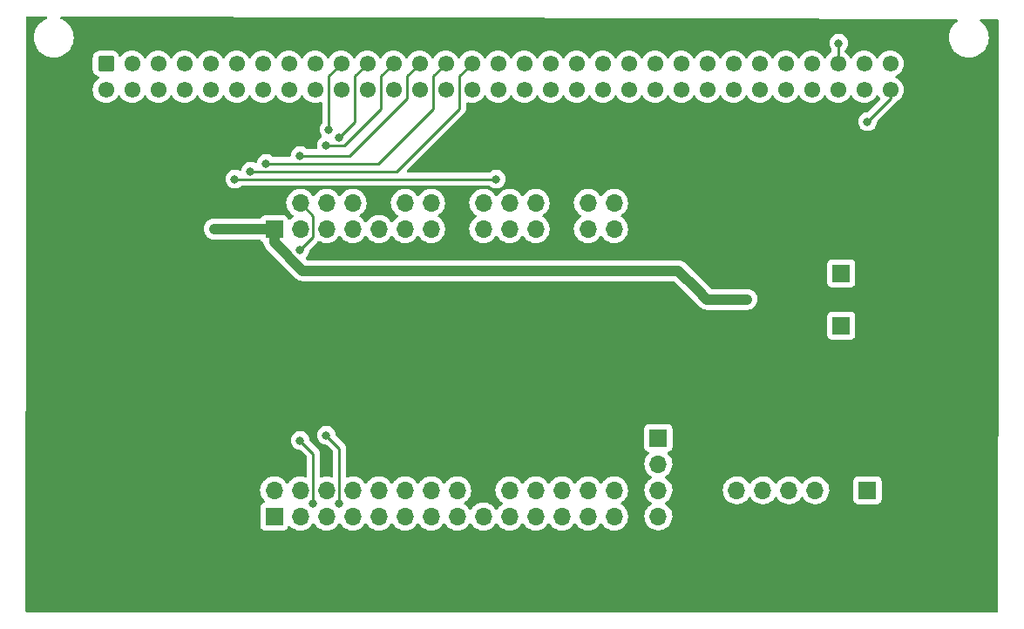
<source format=gbr>
%TF.GenerationSoftware,KiCad,Pcbnew,(6.0.9-0)*%
%TF.CreationDate,2023-01-09T20:35:05+02:00*%
%TF.ProjectId,QE_PCB,51455f50-4342-42e6-9b69-6361645f7063,rev?*%
%TF.SameCoordinates,Original*%
%TF.FileFunction,Copper,L2,Bot*%
%TF.FilePolarity,Positive*%
%FSLAX46Y46*%
G04 Gerber Fmt 4.6, Leading zero omitted, Abs format (unit mm)*
G04 Created by KiCad (PCBNEW (6.0.9-0)) date 2023-01-09 20:35:05*
%MOMM*%
%LPD*%
G01*
G04 APERTURE LIST*
G04 Aperture macros list*
%AMRoundRect*
0 Rectangle with rounded corners*
0 $1 Rounding radius*
0 $2 $3 $4 $5 $6 $7 $8 $9 X,Y pos of 4 corners*
0 Add a 4 corners polygon primitive as box body*
4,1,4,$2,$3,$4,$5,$6,$7,$8,$9,$2,$3,0*
0 Add four circle primitives for the rounded corners*
1,1,$1+$1,$2,$3*
1,1,$1+$1,$4,$5*
1,1,$1+$1,$6,$7*
1,1,$1+$1,$8,$9*
0 Add four rect primitives between the rounded corners*
20,1,$1+$1,$2,$3,$4,$5,0*
20,1,$1+$1,$4,$5,$6,$7,0*
20,1,$1+$1,$6,$7,$8,$9,0*
20,1,$1+$1,$8,$9,$2,$3,0*%
G04 Aperture macros list end*
%TA.AperFunction,ComponentPad*%
%ADD10R,1.700000X1.700000*%
%TD*%
%TA.AperFunction,ComponentPad*%
%ADD11O,1.700000X1.700000*%
%TD*%
%TA.AperFunction,ComponentPad*%
%ADD12C,1.550000*%
%TD*%
%TA.AperFunction,ComponentPad*%
%ADD13RoundRect,0.249999X-0.525001X-0.525001X0.525001X-0.525001X0.525001X0.525001X-0.525001X0.525001X0*%
%TD*%
%TA.AperFunction,ViaPad*%
%ADD14C,0.800000*%
%TD*%
%TA.AperFunction,Conductor*%
%ADD15C,0.250000*%
%TD*%
%TA.AperFunction,Conductor*%
%ADD16C,1.000000*%
%TD*%
G04 APERTURE END LIST*
D10*
%TO.P,J5,1,Pin_1*%
%TO.N,/GCK3*%
X110998000Y-98298000D03*
D11*
%TO.P,J5,2,Pin_2*%
%TO.N,/P18*%
X110998000Y-100838000D03*
%TO.P,J5,3,Pin_3*%
%TO.N,/P19*%
X110998000Y-103378000D03*
%TO.P,J5,4,Pin_4*%
%TO.N,/P20*%
X110998000Y-105918000D03*
%TD*%
D10*
%TO.P,J1,1,Pin_1*%
%TO.N,+3V3*%
X131318000Y-103378000D03*
D11*
%TO.P,J1,2,Pin_2*%
%TO.N,GND*%
X128778000Y-103378000D03*
%TO.P,J1,3,Pin_3*%
%TO.N,/TCK*%
X126238000Y-103378000D03*
%TO.P,J1,4,Pin_4*%
%TO.N,/TDO*%
X123698000Y-103378000D03*
%TO.P,J1,5,Pin_5*%
%TO.N,/TDI*%
X121158000Y-103378000D03*
%TO.P,J1,6,Pin_6*%
%TO.N,/TMS*%
X118618000Y-103378000D03*
%TD*%
D10*
%TO.P,J4,1,Pin_1*%
%TO.N,Net-(J4-Pad1)*%
X128773000Y-87376000D03*
D11*
%TO.P,J4,2,Pin_2*%
%TO.N,GND*%
X131313000Y-87376000D03*
%TD*%
D10*
%TO.P,J2,1,Pin_1*%
%TO.N,Net-(J2-Pad1)*%
X128773000Y-82296000D03*
D11*
%TO.P,J2,2,Pin_2*%
%TO.N,GND*%
X131313000Y-82296000D03*
%TD*%
D12*
%TO.P,J3,a1,GND*%
%TO.N,GND*%
X136075000Y-61927000D03*
%TO.P,J3,a2,D3*%
%TO.N,Net-(J3-Pada2)*%
X133535000Y-61927000D03*
%TO.P,J3,a3,D4*%
%TO.N,Net-(J3-Pada3)*%
X130995000Y-61927000D03*
%TO.P,J3,a4,D5*%
%TO.N,Net-(J3-Pada4)*%
X128455000Y-61927000D03*
%TO.P,J3,a5,D6*%
%TO.N,Net-(J3-Pada5)*%
X125915000Y-61927000D03*
%TO.P,J3,a6,D7*%
%TO.N,Net-(J3-Pada6)*%
X123375000Y-61927000D03*
%TO.P,J3,a7,A19*%
%TO.N,/A19*%
X120835000Y-61927000D03*
%TO.P,J3,a8,A18*%
%TO.N,/A18*%
X118295000Y-61927000D03*
%TO.P,J3,a9,A17*%
%TO.N,/A17*%
X115755000Y-61927000D03*
%TO.P,J3,a10,A16*%
%TO.N,/A16*%
X113215000Y-61927000D03*
%TO.P,J3,a11,CLKCPU*%
%TO.N,/CLKCPU*%
X110675000Y-61927000D03*
%TO.P,J3,a12*%
%TO.N,N/C*%
X108135000Y-61927000D03*
%TO.P,J3,a13,A14*%
%TO.N,/A14*%
X105595000Y-61927000D03*
%TO.P,J3,a14,A13*%
%TO.N,/A13*%
X103055000Y-61927000D03*
%TO.P,J3,a15,A12*%
%TO.N,/A12*%
X100515000Y-61927000D03*
%TO.P,J3,a16,A11*%
%TO.N,/A11*%
X97975000Y-61927000D03*
%TO.P,J3,a17,A10*%
%TO.N,/A10*%
X95435000Y-61927000D03*
%TO.P,J3,a18,A9*%
%TO.N,Net-(J3-Pada18)*%
X92895000Y-61927000D03*
%TO.P,J3,a19,A8*%
%TO.N,Net-(J3-Pada19)*%
X90355000Y-61927000D03*
%TO.P,J3,a20,A7*%
%TO.N,Net-(J3-Pada20)*%
X87815000Y-61927000D03*
%TO.P,J3,a21,A6*%
%TO.N,Net-(J3-Pada21)*%
X85275000Y-61927000D03*
%TO.P,J3,a22,A5*%
%TO.N,Net-(J3-Pada22)*%
X82735000Y-61927000D03*
%TO.P,J3,a23,A4*%
%TO.N,Net-(J3-Pada23)*%
X80195000Y-61927000D03*
%TO.P,J3,a24,A3*%
%TO.N,Net-(J3-Pada24)*%
X77655000Y-61927000D03*
%TO.P,J3,a25*%
%TO.N,N/C*%
X75115000Y-61927000D03*
%TO.P,J3,a26*%
X72575000Y-61927000D03*
%TO.P,J3,a27,DSMCL*%
%TO.N,/DSMCL*%
X70035000Y-61927000D03*
%TO.P,J3,a28*%
%TO.N,N/C*%
X67495000Y-61927000D03*
%TO.P,J3,a29*%
X64955000Y-61927000D03*
%TO.P,J3,a30,VP12*%
%TO.N,unconnected-(J3-Pada30)*%
X62415000Y-61927000D03*
%TO.P,J3,a31,VM12*%
%TO.N,unconnected-(J3-Pada31)*%
X59875000Y-61927000D03*
D13*
%TO.P,J3,a32,VIN*%
%TO.N,Net-(C1-Pad1)*%
X57335000Y-61927000D03*
D12*
%TO.P,J3,b1,GND*%
%TO.N,GND*%
X136075000Y-64467000D03*
%TO.P,J3,b2,D2*%
%TO.N,Net-(J3-Padb2)*%
X133535000Y-64467000D03*
%TO.P,J3,b3,D1*%
%TO.N,Net-(J3-Padb3)*%
X130995000Y-64467000D03*
%TO.P,J3,b4,D0*%
%TO.N,Net-(J3-Padb4)*%
X128455000Y-64467000D03*
%TO.P,J3,b5,ASL*%
%TO.N,/ASL*%
X125915000Y-64467000D03*
%TO.P,J3,b6,DSL*%
%TO.N,/DSL*%
X123375000Y-64467000D03*
%TO.P,J3,b7,RDWL*%
%TO.N,/RDWL*%
X120835000Y-64467000D03*
%TO.P,J3,b8,DTACKL*%
%TO.N,/DTACKL*%
X118295000Y-64467000D03*
%TO.P,J3,b9*%
%TO.N,N/C*%
X115755000Y-64467000D03*
%TO.P,J3,b10*%
X113215000Y-64467000D03*
%TO.P,J3,b11,A15*%
%TO.N,/A15*%
X110675000Y-64467000D03*
%TO.P,J3,b12*%
%TO.N,N/C*%
X108135000Y-64467000D03*
%TO.P,J3,b13*%
X105595000Y-64467000D03*
%TO.P,J3,b14*%
X103055000Y-64467000D03*
%TO.P,J3,b15*%
X100515000Y-64467000D03*
%TO.P,J3,b16*%
X97975000Y-64467000D03*
%TO.P,J3,b17*%
X95435000Y-64467000D03*
%TO.P,J3,b18*%
X92895000Y-64467000D03*
%TO.P,J3,b19*%
X90355000Y-64467000D03*
%TO.P,J3,b20*%
X87815000Y-64467000D03*
%TO.P,J3,b21*%
X85275000Y-64467000D03*
%TO.P,J3,b22,A0*%
%TO.N,Net-(J3-Padb22)*%
X82735000Y-64467000D03*
%TO.P,J3,b23*%
%TO.N,N/C*%
X80195000Y-64467000D03*
%TO.P,J3,b24,A1*%
%TO.N,Net-(J3-Padb24)*%
X77655000Y-64467000D03*
%TO.P,J3,b25,A2*%
%TO.N,Net-(J3-Padb25)*%
X75115000Y-64467000D03*
%TO.P,J3,b26*%
%TO.N,N/C*%
X72575000Y-64467000D03*
%TO.P,J3,b27*%
X70035000Y-64467000D03*
%TO.P,J3,b28*%
X67495000Y-64467000D03*
%TO.P,J3,b29*%
X64955000Y-64467000D03*
%TO.P,J3,b30*%
X62415000Y-64467000D03*
%TO.P,J3,b31,VIN*%
%TO.N,Net-(C1-Pad1)*%
X59875000Y-64467000D03*
%TO.P,J3,b32,VIN*%
X57335000Y-64467000D03*
%TD*%
D10*
%TO.P,U3,J1_1,VCC*%
%TO.N,+3V3*%
X73670000Y-105938000D03*
D11*
%TO.P,U3,J1_2*%
%TO.N,N/C*%
X73670000Y-103398000D03*
%TO.P,U3,J1_3*%
X76210000Y-105938000D03*
%TO.P,U3,J1_4*%
X76210000Y-103398000D03*
%TO.P,U3,J1_5*%
X78750000Y-105938000D03*
%TO.P,U3,J1_6*%
X78750000Y-103398000D03*
%TO.P,U3,J1_7*%
X81290000Y-105938000D03*
%TO.P,U3,J1_8*%
X81290000Y-103398000D03*
%TO.P,U3,J1_9*%
X83830000Y-105938000D03*
%TO.P,U3,J1_10,D7*%
%TO.N,Net-(J3-Pada6)*%
X83830000Y-103398000D03*
%TO.P,U3,J1_11,D6*%
%TO.N,Net-(J3-Pada5)*%
X86370000Y-105938000D03*
%TO.P,U3,J1_12,D5*%
%TO.N,Net-(J3-Pada4)*%
X86370000Y-103398000D03*
%TO.P,U3,J1_13,D4*%
%TO.N,Net-(J3-Pada3)*%
X88910000Y-105938000D03*
%TO.P,U3,J1_14,D3*%
%TO.N,Net-(J3-Pada2)*%
X88910000Y-103398000D03*
%TO.P,U3,J1_15,D2*%
%TO.N,Net-(J3-Padb2)*%
X91450000Y-105938000D03*
%TO.P,U3,J1_16,D1*%
%TO.N,Net-(J3-Padb3)*%
X91450000Y-103398000D03*
%TO.P,U3,J1_17,D0*%
%TO.N,Net-(J3-Padb4)*%
X93990000Y-105938000D03*
%TO.P,U3,J1_18,GND*%
%TO.N,GND*%
X93990000Y-103398000D03*
%TO.P,U3,J1_19,A9*%
%TO.N,Net-(J3-Pada18)*%
X96530000Y-105938000D03*
%TO.P,U3,J1_20,A8*%
%TO.N,Net-(J3-Pada19)*%
X96530000Y-103398000D03*
%TO.P,U3,J1_21,A7*%
%TO.N,Net-(J3-Pada20)*%
X99070000Y-105938000D03*
%TO.P,U3,J1_22,A6*%
%TO.N,Net-(J3-Pada21)*%
X99070000Y-103398000D03*
%TO.P,U3,J1_23,A5*%
%TO.N,Net-(J3-Pada22)*%
X101610000Y-105938000D03*
%TO.P,U3,J1_24,A4*%
%TO.N,Net-(J3-Pada23)*%
X101610000Y-103398000D03*
%TO.P,U3,J1_25,A3*%
%TO.N,Net-(J3-Pada24)*%
X104150000Y-105938000D03*
%TO.P,U3,J1_26,A2*%
%TO.N,Net-(J3-Padb25)*%
X104150000Y-103398000D03*
%TO.P,U3,J1_27,A1*%
%TO.N,Net-(J3-Padb24)*%
X106690000Y-105938000D03*
%TO.P,U3,J1_28,A0*%
%TO.N,Net-(J3-Padb22)*%
X106690000Y-103398000D03*
D10*
%TO.P,U3,J2_1,VCC*%
%TO.N,+3V3*%
X73670000Y-77998000D03*
D11*
%TO.P,U3,J2_2,BIT16EN*%
%TO.N,GND*%
X73670000Y-75458000D03*
%TO.P,U3,J2_3,/LINKLED*%
%TO.N,unconnected-(U3-PadJ2_3)*%
X76210000Y-77998000D03*
%TO.P,U3,J2_4,/TXLED*%
%TO.N,/TX*%
X76210000Y-75458000D03*
%TO.P,U3,J2_5,/RXLED*%
%TO.N,/RX*%
X78750000Y-77998000D03*
%TO.P,U3,J2_6,/COLLED*%
%TO.N,unconnected-(U3-PadJ2_6)*%
X78750000Y-75458000D03*
%TO.P,U3,J2_7,/FDXLED*%
%TO.N,unconnected-(U3-PadJ2_7)*%
X81290000Y-77998000D03*
%TO.P,U3,J2_8,/SPDLED*%
%TO.N,unconnected-(U3-PadJ2_8)*%
X81290000Y-75458000D03*
%TO.P,U3,J2_9,/ACTLED*%
%TO.N,unconnected-(U3-PadJ2_9)*%
X83830000Y-77998000D03*
%TO.P,U3,J2_10,GND*%
%TO.N,GND*%
X83830000Y-75458000D03*
%TO.P,U3,J2_11,BRDY3*%
%TO.N,unconnected-(U3-PadJ2_11)*%
X86370000Y-77998000D03*
%TO.P,U3,J2_12,BRDY2*%
%TO.N,unconnected-(U3-PadJ2_12)*%
X86370000Y-75458000D03*
%TO.P,U3,J2_13,BRDY1*%
%TO.N,unconnected-(U3-PadJ2_13)*%
X88910000Y-77998000D03*
%TO.P,U3,J2_14,BRDY0*%
%TO.N,unconnected-(U3-PadJ2_14)*%
X88910000Y-75458000D03*
%TO.P,U3,J2_15,GND*%
%TO.N,GND*%
X91450000Y-77998000D03*
%TO.P,U3,J2_16,GND*%
X91450000Y-75458000D03*
%TO.P,U3,J2_17,/RESET*%
%TO.N,/{slash}RESET*%
X93990000Y-77998000D03*
%TO.P,U3,J2_18,/INT*%
%TO.N,unconnected-(U3-PadJ2_18)*%
X93990000Y-75458000D03*
%TO.P,U3,J2_19,/CS*%
%TO.N,/{slash}CS*%
X96530000Y-77998000D03*
%TO.P,U3,J2_20,/RD*%
%TO.N,/{slash}RD*%
X96530000Y-75458000D03*
%TO.P,U3,J2_21,/WR*%
%TO.N,/{slash}WR*%
X99070000Y-77998000D03*
%TO.P,U3,J2_22*%
%TO.N,N/C*%
X99070000Y-75458000D03*
%TO.P,U3,J2_23,GND*%
%TO.N,GND*%
X101610000Y-77998000D03*
%TO.P,U3,J2_24,GND*%
X101610000Y-75458000D03*
%TO.P,U3,J2_25*%
%TO.N,N/C*%
X104150000Y-77998000D03*
%TO.P,U3,J2_26*%
X104150000Y-75458000D03*
%TO.P,U3,J2_27*%
X106690000Y-77998000D03*
%TO.P,U3,J2_28*%
X106690000Y-75458000D03*
%TD*%
D14*
%TO.N,/RX*%
X78740000Y-98044000D03*
X80010000Y-104648000D03*
%TO.N,/TX*%
X76200000Y-80010000D03*
X76200000Y-98552000D03*
X77470000Y-104648000D03*
%TO.N,GND*%
X115316000Y-96266000D03*
%TO.N,+3V3*%
X114764000Y-83864000D03*
X119634000Y-84836000D03*
X101346000Y-82042000D03*
X67838000Y-77998000D03*
X109474000Y-82042000D03*
%TO.N,GND*%
X114328000Y-90960000D03*
X110744000Y-79248000D03*
X120400000Y-86364000D03*
X65989200Y-73355200D03*
X65515600Y-78502400D03*
X104648000Y-83820000D03*
X117602000Y-74676000D03*
X105664000Y-85598000D03*
X53100000Y-70372000D03*
X116840000Y-83312000D03*
X119634000Y-82804000D03*
X124460000Y-91948000D03*
X111716000Y-89364000D03*
%TO.N,Net-(J3-Pada4)*%
X128524000Y-59944000D03*
%TO.N,Net-(J3-Padb2)*%
X131318000Y-67564000D03*
%TO.N,Net-(J3-Pada18)*%
X71374000Y-72390000D03*
%TO.N,Net-(J3-Pada19)*%
X72898000Y-71628000D03*
%TO.N,Net-(J3-Pada20)*%
X76200000Y-70866000D03*
%TO.N,Net-(J3-Pada21)*%
X78740000Y-69850000D03*
%TO.N,Net-(J3-Pada22)*%
X80010000Y-69088000D03*
%TO.N,Net-(J3-Pada23)*%
X78994000Y-68326000D03*
%TO.N,/DSMCL_O*%
X69850000Y-73152000D03*
X95250000Y-73152000D03*
%TD*%
D15*
%TO.N,/RX*%
X80010000Y-99314000D02*
X78740000Y-98044000D01*
X80010000Y-104648000D02*
X80010000Y-99314000D01*
%TO.N,/TX*%
X76200000Y-80010000D02*
X77470000Y-78740000D01*
X77470000Y-76718000D02*
X76210000Y-75458000D01*
X77470000Y-78740000D02*
X77470000Y-76718000D01*
X77470000Y-104648000D02*
X77470000Y-99822000D01*
X77470000Y-99822000D02*
X76200000Y-98552000D01*
D16*
%TO.N,+3V3*%
X114764000Y-83864000D02*
X115736000Y-84836000D01*
X73670000Y-77998000D02*
X67838000Y-77998000D01*
X73670000Y-79258000D02*
X76454000Y-82042000D01*
X115736000Y-84836000D02*
X119634000Y-84836000D01*
X112942000Y-82042000D02*
X114764000Y-83864000D01*
X76454000Y-82042000D02*
X101346000Y-82042000D01*
X107696000Y-82042000D02*
X112942000Y-82042000D01*
X73670000Y-77998000D02*
X73670000Y-79258000D01*
X101346000Y-82042000D02*
X107696000Y-82042000D01*
D15*
%TO.N,Net-(J3-Pada4)*%
X128455000Y-60013000D02*
X128524000Y-59944000D01*
X128455000Y-61927000D02*
X128455000Y-60013000D01*
%TO.N,Net-(J3-Padb2)*%
X133535000Y-64467000D02*
X133535000Y-65347000D01*
X133535000Y-65347000D02*
X131318000Y-67564000D01*
%TO.N,Net-(J3-Pada18)*%
X85598000Y-72390000D02*
X71374000Y-72390000D01*
X91694000Y-63128000D02*
X91694000Y-66294000D01*
X91694000Y-66294000D02*
X85598000Y-72390000D01*
X92895000Y-61927000D02*
X91694000Y-63128000D01*
%TO.N,Net-(J3-Pada19)*%
X89154000Y-66294000D02*
X83820000Y-71628000D01*
X83820000Y-71628000D02*
X72898000Y-71628000D01*
X90355000Y-61927000D02*
X89154000Y-63128000D01*
X89154000Y-63128000D02*
X89154000Y-66294000D01*
%TO.N,Net-(J3-Pada20)*%
X86614000Y-63128000D02*
X86614000Y-65278000D01*
X86614000Y-65278000D02*
X81026000Y-70866000D01*
X87815000Y-61927000D02*
X86614000Y-63128000D01*
X81026000Y-70866000D02*
X76200000Y-70866000D01*
%TO.N,Net-(J3-Pada21)*%
X84074000Y-63128000D02*
X84074000Y-66294000D01*
X85275000Y-61927000D02*
X84074000Y-63128000D01*
X84074000Y-66294000D02*
X80518000Y-69850000D01*
X80518000Y-69850000D02*
X78740000Y-69850000D01*
%TO.N,Net-(J3-Pada22)*%
X81534000Y-63128000D02*
X81534000Y-67310000D01*
X82735000Y-61927000D02*
X81534000Y-63128000D01*
X81534000Y-67310000D02*
X81534000Y-67564000D01*
X81534000Y-67564000D02*
X80010000Y-69088000D01*
%TO.N,Net-(J3-Pada23)*%
X80195000Y-61927000D02*
X78994000Y-63128000D01*
X78994000Y-63128000D02*
X78994000Y-68326000D01*
%TO.N,/DSMCL_O*%
X95250000Y-73152000D02*
X69850000Y-73152000D01*
%TD*%
%TA.AperFunction,Conductor*%
%TO.N,GND*%
G36*
X51514590Y-57338991D02*
G01*
X51582656Y-57359177D01*
X51629005Y-57412957D01*
X51638920Y-57483258D01*
X51609253Y-57547759D01*
X51557861Y-57583203D01*
X51491920Y-57607530D01*
X51457305Y-57620300D01*
X51453387Y-57622414D01*
X51347900Y-57679332D01*
X51216332Y-57750322D01*
X50996085Y-57912999D01*
X50800955Y-58105087D01*
X50798256Y-58108624D01*
X50798253Y-58108627D01*
X50768074Y-58148172D01*
X50634838Y-58322753D01*
X50501048Y-58561653D01*
X50402254Y-58817021D01*
X50401251Y-58821346D01*
X50401250Y-58821351D01*
X50387685Y-58879873D01*
X50340426Y-59083761D01*
X50316800Y-59356552D01*
X50331846Y-59629951D01*
X50385264Y-59898502D01*
X50475989Y-60156847D01*
X50478042Y-60160798D01*
X50478044Y-60160804D01*
X50558431Y-60315556D01*
X50602209Y-60399832D01*
X50604792Y-60403447D01*
X50604796Y-60403453D01*
X50641481Y-60454788D01*
X50761407Y-60622608D01*
X50796691Y-60659595D01*
X50933201Y-60802694D01*
X50950406Y-60820730D01*
X51165436Y-60990245D01*
X51169278Y-60992477D01*
X51169283Y-60992480D01*
X51398351Y-61125534D01*
X51398357Y-61125537D01*
X51402205Y-61127772D01*
X51470023Y-61155241D01*
X51651857Y-61228892D01*
X51651865Y-61228895D01*
X51655989Y-61230565D01*
X51788858Y-61263570D01*
X51917401Y-61295500D01*
X51917405Y-61295501D01*
X51921726Y-61296574D01*
X52155247Y-61320500D01*
X52324754Y-61320500D01*
X52528128Y-61306100D01*
X52532483Y-61305162D01*
X52532486Y-61305162D01*
X52791460Y-61249407D01*
X52791462Y-61249407D01*
X52795807Y-61248471D01*
X53052695Y-61153700D01*
X53154385Y-61098831D01*
X53289752Y-61025791D01*
X53293668Y-61023678D01*
X53423678Y-60927651D01*
X53510329Y-60863650D01*
X53510332Y-60863647D01*
X53513915Y-60861001D01*
X53709045Y-60668913D01*
X53711747Y-60665373D01*
X53872460Y-60454788D01*
X53872462Y-60454784D01*
X53875162Y-60451247D01*
X54008952Y-60212347D01*
X54107746Y-59956979D01*
X54110755Y-59944000D01*
X54168568Y-59694577D01*
X54169574Y-59690239D01*
X54193200Y-59417448D01*
X54178854Y-59156763D01*
X54178399Y-59148492D01*
X54178398Y-59148485D01*
X54178154Y-59144049D01*
X54124736Y-58875498D01*
X54034011Y-58617153D01*
X54007336Y-58565800D01*
X53909843Y-58378118D01*
X53909842Y-58378116D01*
X53907791Y-58374168D01*
X53905208Y-58370553D01*
X53905204Y-58370547D01*
X53751181Y-58155014D01*
X53748593Y-58151392D01*
X53559594Y-57953270D01*
X53344564Y-57783755D01*
X53340722Y-57781523D01*
X53340717Y-57781520D01*
X53111649Y-57648466D01*
X53111643Y-57648463D01*
X53107795Y-57646228D01*
X52958566Y-57585784D01*
X52902937Y-57541671D01*
X52879988Y-57474486D01*
X52897006Y-57405559D01*
X52948586Y-57356774D01*
X53006206Y-57343000D01*
X86756042Y-57433726D01*
X139968972Y-57576772D01*
X140037038Y-57596958D01*
X140083387Y-57650738D01*
X140093302Y-57721039D01*
X140063635Y-57785540D01*
X140043495Y-57804120D01*
X139896085Y-57912999D01*
X139700955Y-58105087D01*
X139698256Y-58108624D01*
X139698253Y-58108627D01*
X139668074Y-58148172D01*
X139534838Y-58322753D01*
X139401048Y-58561653D01*
X139302254Y-58817021D01*
X139301251Y-58821346D01*
X139301250Y-58821351D01*
X139287685Y-58879873D01*
X139240426Y-59083761D01*
X139216800Y-59356552D01*
X139231846Y-59629951D01*
X139285264Y-59898502D01*
X139375989Y-60156847D01*
X139378042Y-60160798D01*
X139378044Y-60160804D01*
X139458431Y-60315556D01*
X139502209Y-60399832D01*
X139504792Y-60403447D01*
X139504796Y-60403453D01*
X139541481Y-60454788D01*
X139661407Y-60622608D01*
X139696691Y-60659595D01*
X139833201Y-60802694D01*
X139850406Y-60820730D01*
X140065436Y-60990245D01*
X140069278Y-60992477D01*
X140069283Y-60992480D01*
X140298351Y-61125534D01*
X140298357Y-61125537D01*
X140302205Y-61127772D01*
X140370023Y-61155241D01*
X140551857Y-61228892D01*
X140551865Y-61228895D01*
X140555989Y-61230565D01*
X140688858Y-61263570D01*
X140817401Y-61295500D01*
X140817405Y-61295501D01*
X140821726Y-61296574D01*
X141055247Y-61320500D01*
X141224754Y-61320500D01*
X141428128Y-61306100D01*
X141432483Y-61305162D01*
X141432486Y-61305162D01*
X141691460Y-61249407D01*
X141691462Y-61249407D01*
X141695807Y-61248471D01*
X141952695Y-61153700D01*
X142054385Y-61098831D01*
X142189752Y-61025791D01*
X142193668Y-61023678D01*
X142323678Y-60927651D01*
X142410329Y-60863650D01*
X142410332Y-60863647D01*
X142413915Y-60861001D01*
X142609045Y-60668913D01*
X142611747Y-60665373D01*
X142772460Y-60454788D01*
X142772462Y-60454784D01*
X142775162Y-60451247D01*
X142908952Y-60212347D01*
X143007746Y-59956979D01*
X143010755Y-59944000D01*
X143068568Y-59694577D01*
X143069574Y-59690239D01*
X143093200Y-59417448D01*
X143078854Y-59156763D01*
X143078399Y-59148492D01*
X143078398Y-59148485D01*
X143078154Y-59144049D01*
X143024736Y-58875498D01*
X142934011Y-58617153D01*
X142907336Y-58565800D01*
X142809843Y-58378118D01*
X142809842Y-58378116D01*
X142807791Y-58374168D01*
X142805208Y-58370553D01*
X142805204Y-58370547D01*
X142651181Y-58155014D01*
X142648593Y-58151392D01*
X142459594Y-57953270D01*
X142456095Y-57950512D01*
X142456091Y-57950508D01*
X142275488Y-57808133D01*
X142234374Y-57750252D01*
X142231080Y-57679332D01*
X142266651Y-57617889D01*
X142329794Y-57585432D01*
X142353832Y-57583183D01*
X143658322Y-57586689D01*
X143902067Y-57587344D01*
X143970133Y-57607530D01*
X144016482Y-57661310D01*
X144027728Y-57713364D01*
X144023727Y-81394469D01*
X144018021Y-115164621D01*
X143998007Y-115232739D01*
X143944344Y-115279222D01*
X143892021Y-115290600D01*
X49656021Y-115290600D01*
X49587900Y-115270598D01*
X49541407Y-115216942D01*
X49530021Y-115164579D01*
X49531348Y-107279564D01*
X49532006Y-103364695D01*
X72307251Y-103364695D01*
X72307548Y-103369848D01*
X72307548Y-103369851D01*
X72313011Y-103464590D01*
X72320110Y-103587715D01*
X72321247Y-103592761D01*
X72321248Y-103592767D01*
X72341119Y-103680939D01*
X72369222Y-103805639D01*
X72453266Y-104012616D01*
X72491763Y-104075438D01*
X72567291Y-104198688D01*
X72569987Y-104203088D01*
X72716250Y-104371938D01*
X72720230Y-104375242D01*
X72724981Y-104379187D01*
X72764616Y-104438090D01*
X72766113Y-104509071D01*
X72728997Y-104569593D01*
X72688725Y-104594112D01*
X72621907Y-104619161D01*
X72573295Y-104637385D01*
X72456739Y-104724739D01*
X72369385Y-104841295D01*
X72318255Y-104977684D01*
X72311500Y-105039866D01*
X72311500Y-106836134D01*
X72318255Y-106898316D01*
X72369385Y-107034705D01*
X72456739Y-107151261D01*
X72573295Y-107238615D01*
X72709684Y-107289745D01*
X72771866Y-107296500D01*
X74568134Y-107296500D01*
X74630316Y-107289745D01*
X74766705Y-107238615D01*
X74883261Y-107151261D01*
X74970615Y-107034705D01*
X75000297Y-106955529D01*
X75014598Y-106917382D01*
X75057240Y-106860618D01*
X75123802Y-106835918D01*
X75193150Y-106851126D01*
X75227817Y-106879114D01*
X75256250Y-106911938D01*
X75428126Y-107054632D01*
X75621000Y-107167338D01*
X75829692Y-107247030D01*
X75834760Y-107248061D01*
X75834763Y-107248062D01*
X75942017Y-107269883D01*
X76048597Y-107291567D01*
X76053772Y-107291757D01*
X76053774Y-107291757D01*
X76266673Y-107299564D01*
X76266677Y-107299564D01*
X76271837Y-107299753D01*
X76276957Y-107299097D01*
X76276959Y-107299097D01*
X76488288Y-107272025D01*
X76488289Y-107272025D01*
X76493416Y-107271368D01*
X76498366Y-107269883D01*
X76702429Y-107208661D01*
X76702434Y-107208659D01*
X76707384Y-107207174D01*
X76907994Y-107108896D01*
X77089860Y-106979173D01*
X77248096Y-106821489D01*
X77262468Y-106801489D01*
X77378453Y-106640077D01*
X77379776Y-106641028D01*
X77426645Y-106597857D01*
X77496580Y-106585625D01*
X77562026Y-106613144D01*
X77589875Y-106644994D01*
X77649987Y-106743088D01*
X77796250Y-106911938D01*
X77968126Y-107054632D01*
X78161000Y-107167338D01*
X78369692Y-107247030D01*
X78374760Y-107248061D01*
X78374763Y-107248062D01*
X78482017Y-107269883D01*
X78588597Y-107291567D01*
X78593772Y-107291757D01*
X78593774Y-107291757D01*
X78806673Y-107299564D01*
X78806677Y-107299564D01*
X78811837Y-107299753D01*
X78816957Y-107299097D01*
X78816959Y-107299097D01*
X79028288Y-107272025D01*
X79028289Y-107272025D01*
X79033416Y-107271368D01*
X79038366Y-107269883D01*
X79242429Y-107208661D01*
X79242434Y-107208659D01*
X79247384Y-107207174D01*
X79447994Y-107108896D01*
X79629860Y-106979173D01*
X79788096Y-106821489D01*
X79802468Y-106801489D01*
X79918453Y-106640077D01*
X79919776Y-106641028D01*
X79966645Y-106597857D01*
X80036580Y-106585625D01*
X80102026Y-106613144D01*
X80129875Y-106644994D01*
X80189987Y-106743088D01*
X80336250Y-106911938D01*
X80508126Y-107054632D01*
X80701000Y-107167338D01*
X80909692Y-107247030D01*
X80914760Y-107248061D01*
X80914763Y-107248062D01*
X81022017Y-107269883D01*
X81128597Y-107291567D01*
X81133772Y-107291757D01*
X81133774Y-107291757D01*
X81346673Y-107299564D01*
X81346677Y-107299564D01*
X81351837Y-107299753D01*
X81356957Y-107299097D01*
X81356959Y-107299097D01*
X81568288Y-107272025D01*
X81568289Y-107272025D01*
X81573416Y-107271368D01*
X81578366Y-107269883D01*
X81782429Y-107208661D01*
X81782434Y-107208659D01*
X81787384Y-107207174D01*
X81987994Y-107108896D01*
X82169860Y-106979173D01*
X82328096Y-106821489D01*
X82342468Y-106801489D01*
X82458453Y-106640077D01*
X82459776Y-106641028D01*
X82506645Y-106597857D01*
X82576580Y-106585625D01*
X82642026Y-106613144D01*
X82669875Y-106644994D01*
X82729987Y-106743088D01*
X82876250Y-106911938D01*
X83048126Y-107054632D01*
X83241000Y-107167338D01*
X83449692Y-107247030D01*
X83454760Y-107248061D01*
X83454763Y-107248062D01*
X83562017Y-107269883D01*
X83668597Y-107291567D01*
X83673772Y-107291757D01*
X83673774Y-107291757D01*
X83886673Y-107299564D01*
X83886677Y-107299564D01*
X83891837Y-107299753D01*
X83896957Y-107299097D01*
X83896959Y-107299097D01*
X84108288Y-107272025D01*
X84108289Y-107272025D01*
X84113416Y-107271368D01*
X84118366Y-107269883D01*
X84322429Y-107208661D01*
X84322434Y-107208659D01*
X84327384Y-107207174D01*
X84527994Y-107108896D01*
X84709860Y-106979173D01*
X84868096Y-106821489D01*
X84882468Y-106801489D01*
X84998453Y-106640077D01*
X84999776Y-106641028D01*
X85046645Y-106597857D01*
X85116580Y-106585625D01*
X85182026Y-106613144D01*
X85209875Y-106644994D01*
X85269987Y-106743088D01*
X85416250Y-106911938D01*
X85588126Y-107054632D01*
X85781000Y-107167338D01*
X85989692Y-107247030D01*
X85994760Y-107248061D01*
X85994763Y-107248062D01*
X86102017Y-107269883D01*
X86208597Y-107291567D01*
X86213772Y-107291757D01*
X86213774Y-107291757D01*
X86426673Y-107299564D01*
X86426677Y-107299564D01*
X86431837Y-107299753D01*
X86436957Y-107299097D01*
X86436959Y-107299097D01*
X86648288Y-107272025D01*
X86648289Y-107272025D01*
X86653416Y-107271368D01*
X86658366Y-107269883D01*
X86862429Y-107208661D01*
X86862434Y-107208659D01*
X86867384Y-107207174D01*
X87067994Y-107108896D01*
X87249860Y-106979173D01*
X87408096Y-106821489D01*
X87422468Y-106801489D01*
X87538453Y-106640077D01*
X87539776Y-106641028D01*
X87586645Y-106597857D01*
X87656580Y-106585625D01*
X87722026Y-106613144D01*
X87749875Y-106644994D01*
X87809987Y-106743088D01*
X87956250Y-106911938D01*
X88128126Y-107054632D01*
X88321000Y-107167338D01*
X88529692Y-107247030D01*
X88534760Y-107248061D01*
X88534763Y-107248062D01*
X88642017Y-107269883D01*
X88748597Y-107291567D01*
X88753772Y-107291757D01*
X88753774Y-107291757D01*
X88966673Y-107299564D01*
X88966677Y-107299564D01*
X88971837Y-107299753D01*
X88976957Y-107299097D01*
X88976959Y-107299097D01*
X89188288Y-107272025D01*
X89188289Y-107272025D01*
X89193416Y-107271368D01*
X89198366Y-107269883D01*
X89402429Y-107208661D01*
X89402434Y-107208659D01*
X89407384Y-107207174D01*
X89607994Y-107108896D01*
X89789860Y-106979173D01*
X89948096Y-106821489D01*
X89962468Y-106801489D01*
X90078453Y-106640077D01*
X90079776Y-106641028D01*
X90126645Y-106597857D01*
X90196580Y-106585625D01*
X90262026Y-106613144D01*
X90289875Y-106644994D01*
X90349987Y-106743088D01*
X90496250Y-106911938D01*
X90668126Y-107054632D01*
X90861000Y-107167338D01*
X91069692Y-107247030D01*
X91074760Y-107248061D01*
X91074763Y-107248062D01*
X91182017Y-107269883D01*
X91288597Y-107291567D01*
X91293772Y-107291757D01*
X91293774Y-107291757D01*
X91506673Y-107299564D01*
X91506677Y-107299564D01*
X91511837Y-107299753D01*
X91516957Y-107299097D01*
X91516959Y-107299097D01*
X91728288Y-107272025D01*
X91728289Y-107272025D01*
X91733416Y-107271368D01*
X91738366Y-107269883D01*
X91942429Y-107208661D01*
X91942434Y-107208659D01*
X91947384Y-107207174D01*
X92147994Y-107108896D01*
X92329860Y-106979173D01*
X92488096Y-106821489D01*
X92502468Y-106801489D01*
X92618453Y-106640077D01*
X92619776Y-106641028D01*
X92666645Y-106597857D01*
X92736580Y-106585625D01*
X92802026Y-106613144D01*
X92829875Y-106644994D01*
X92889987Y-106743088D01*
X93036250Y-106911938D01*
X93208126Y-107054632D01*
X93401000Y-107167338D01*
X93609692Y-107247030D01*
X93614760Y-107248061D01*
X93614763Y-107248062D01*
X93722017Y-107269883D01*
X93828597Y-107291567D01*
X93833772Y-107291757D01*
X93833774Y-107291757D01*
X94046673Y-107299564D01*
X94046677Y-107299564D01*
X94051837Y-107299753D01*
X94056957Y-107299097D01*
X94056959Y-107299097D01*
X94268288Y-107272025D01*
X94268289Y-107272025D01*
X94273416Y-107271368D01*
X94278366Y-107269883D01*
X94482429Y-107208661D01*
X94482434Y-107208659D01*
X94487384Y-107207174D01*
X94687994Y-107108896D01*
X94869860Y-106979173D01*
X95028096Y-106821489D01*
X95042468Y-106801489D01*
X95158453Y-106640077D01*
X95159776Y-106641028D01*
X95206645Y-106597857D01*
X95276580Y-106585625D01*
X95342026Y-106613144D01*
X95369875Y-106644994D01*
X95429987Y-106743088D01*
X95576250Y-106911938D01*
X95748126Y-107054632D01*
X95941000Y-107167338D01*
X96149692Y-107247030D01*
X96154760Y-107248061D01*
X96154763Y-107248062D01*
X96262017Y-107269883D01*
X96368597Y-107291567D01*
X96373772Y-107291757D01*
X96373774Y-107291757D01*
X96586673Y-107299564D01*
X96586677Y-107299564D01*
X96591837Y-107299753D01*
X96596957Y-107299097D01*
X96596959Y-107299097D01*
X96808288Y-107272025D01*
X96808289Y-107272025D01*
X96813416Y-107271368D01*
X96818366Y-107269883D01*
X97022429Y-107208661D01*
X97022434Y-107208659D01*
X97027384Y-107207174D01*
X97227994Y-107108896D01*
X97409860Y-106979173D01*
X97568096Y-106821489D01*
X97582468Y-106801489D01*
X97698453Y-106640077D01*
X97699776Y-106641028D01*
X97746645Y-106597857D01*
X97816580Y-106585625D01*
X97882026Y-106613144D01*
X97909875Y-106644994D01*
X97969987Y-106743088D01*
X98116250Y-106911938D01*
X98288126Y-107054632D01*
X98481000Y-107167338D01*
X98689692Y-107247030D01*
X98694760Y-107248061D01*
X98694763Y-107248062D01*
X98802017Y-107269883D01*
X98908597Y-107291567D01*
X98913772Y-107291757D01*
X98913774Y-107291757D01*
X99126673Y-107299564D01*
X99126677Y-107299564D01*
X99131837Y-107299753D01*
X99136957Y-107299097D01*
X99136959Y-107299097D01*
X99348288Y-107272025D01*
X99348289Y-107272025D01*
X99353416Y-107271368D01*
X99358366Y-107269883D01*
X99562429Y-107208661D01*
X99562434Y-107208659D01*
X99567384Y-107207174D01*
X99767994Y-107108896D01*
X99949860Y-106979173D01*
X100108096Y-106821489D01*
X100122468Y-106801489D01*
X100238453Y-106640077D01*
X100239776Y-106641028D01*
X100286645Y-106597857D01*
X100356580Y-106585625D01*
X100422026Y-106613144D01*
X100449875Y-106644994D01*
X100509987Y-106743088D01*
X100656250Y-106911938D01*
X100828126Y-107054632D01*
X101021000Y-107167338D01*
X101229692Y-107247030D01*
X101234760Y-107248061D01*
X101234763Y-107248062D01*
X101342017Y-107269883D01*
X101448597Y-107291567D01*
X101453772Y-107291757D01*
X101453774Y-107291757D01*
X101666673Y-107299564D01*
X101666677Y-107299564D01*
X101671837Y-107299753D01*
X101676957Y-107299097D01*
X101676959Y-107299097D01*
X101888288Y-107272025D01*
X101888289Y-107272025D01*
X101893416Y-107271368D01*
X101898366Y-107269883D01*
X102102429Y-107208661D01*
X102102434Y-107208659D01*
X102107384Y-107207174D01*
X102307994Y-107108896D01*
X102489860Y-106979173D01*
X102648096Y-106821489D01*
X102662468Y-106801489D01*
X102778453Y-106640077D01*
X102779776Y-106641028D01*
X102826645Y-106597857D01*
X102896580Y-106585625D01*
X102962026Y-106613144D01*
X102989875Y-106644994D01*
X103049987Y-106743088D01*
X103196250Y-106911938D01*
X103368126Y-107054632D01*
X103561000Y-107167338D01*
X103769692Y-107247030D01*
X103774760Y-107248061D01*
X103774763Y-107248062D01*
X103882017Y-107269883D01*
X103988597Y-107291567D01*
X103993772Y-107291757D01*
X103993774Y-107291757D01*
X104206673Y-107299564D01*
X104206677Y-107299564D01*
X104211837Y-107299753D01*
X104216957Y-107299097D01*
X104216959Y-107299097D01*
X104428288Y-107272025D01*
X104428289Y-107272025D01*
X104433416Y-107271368D01*
X104438366Y-107269883D01*
X104642429Y-107208661D01*
X104642434Y-107208659D01*
X104647384Y-107207174D01*
X104847994Y-107108896D01*
X105029860Y-106979173D01*
X105188096Y-106821489D01*
X105202468Y-106801489D01*
X105318453Y-106640077D01*
X105319776Y-106641028D01*
X105366645Y-106597857D01*
X105436580Y-106585625D01*
X105502026Y-106613144D01*
X105529875Y-106644994D01*
X105589987Y-106743088D01*
X105736250Y-106911938D01*
X105908126Y-107054632D01*
X106101000Y-107167338D01*
X106309692Y-107247030D01*
X106314760Y-107248061D01*
X106314763Y-107248062D01*
X106422017Y-107269883D01*
X106528597Y-107291567D01*
X106533772Y-107291757D01*
X106533774Y-107291757D01*
X106746673Y-107299564D01*
X106746677Y-107299564D01*
X106751837Y-107299753D01*
X106756957Y-107299097D01*
X106756959Y-107299097D01*
X106968288Y-107272025D01*
X106968289Y-107272025D01*
X106973416Y-107271368D01*
X106978366Y-107269883D01*
X107182429Y-107208661D01*
X107182434Y-107208659D01*
X107187384Y-107207174D01*
X107387994Y-107108896D01*
X107569860Y-106979173D01*
X107728096Y-106821489D01*
X107742468Y-106801489D01*
X107855435Y-106644277D01*
X107858453Y-106640077D01*
X107870631Y-106615438D01*
X107955136Y-106444453D01*
X107955137Y-106444451D01*
X107957430Y-106439811D01*
X108022370Y-106226069D01*
X108051529Y-106004590D01*
X108053156Y-105938000D01*
X108048774Y-105884695D01*
X109635251Y-105884695D01*
X109635548Y-105889848D01*
X109635548Y-105889851D01*
X109641011Y-105984590D01*
X109648110Y-106107715D01*
X109649247Y-106112761D01*
X109649248Y-106112767D01*
X109669119Y-106200939D01*
X109697222Y-106325639D01*
X109781266Y-106532616D01*
X109897987Y-106723088D01*
X110044250Y-106891938D01*
X110216126Y-107034632D01*
X110409000Y-107147338D01*
X110413825Y-107149180D01*
X110413826Y-107149181D01*
X110461375Y-107167338D01*
X110617692Y-107227030D01*
X110622760Y-107228061D01*
X110622763Y-107228062D01*
X110721067Y-107248062D01*
X110836597Y-107271567D01*
X110841772Y-107271757D01*
X110841774Y-107271757D01*
X111054673Y-107279564D01*
X111054677Y-107279564D01*
X111059837Y-107279753D01*
X111064957Y-107279097D01*
X111064959Y-107279097D01*
X111276288Y-107252025D01*
X111276289Y-107252025D01*
X111281416Y-107251368D01*
X111286366Y-107249883D01*
X111490429Y-107188661D01*
X111490434Y-107188659D01*
X111495384Y-107187174D01*
X111695994Y-107088896D01*
X111877860Y-106959173D01*
X112036096Y-106801489D01*
X112095594Y-106718689D01*
X112163435Y-106624277D01*
X112166453Y-106620077D01*
X112169880Y-106613144D01*
X112263136Y-106424453D01*
X112263137Y-106424451D01*
X112265430Y-106419811D01*
X112330370Y-106206069D01*
X112359529Y-105984590D01*
X112360585Y-105941365D01*
X112361074Y-105921365D01*
X112361074Y-105921361D01*
X112361156Y-105918000D01*
X112342852Y-105695361D01*
X112288431Y-105478702D01*
X112199354Y-105273840D01*
X112159906Y-105212862D01*
X112080822Y-105090617D01*
X112080820Y-105090614D01*
X112078014Y-105086277D01*
X111927670Y-104921051D01*
X111923619Y-104917852D01*
X111923615Y-104917848D01*
X111756414Y-104785800D01*
X111756410Y-104785798D01*
X111752359Y-104782598D01*
X111711053Y-104759796D01*
X111661084Y-104709364D01*
X111646312Y-104639921D01*
X111671428Y-104573516D01*
X111698780Y-104546909D01*
X111751827Y-104509071D01*
X111877860Y-104419173D01*
X112036096Y-104261489D01*
X112095594Y-104178689D01*
X112163435Y-104084277D01*
X112166453Y-104080077D01*
X112169880Y-104073144D01*
X112263136Y-103884453D01*
X112263137Y-103884451D01*
X112265430Y-103879811D01*
X112330370Y-103666069D01*
X112359529Y-103444590D01*
X112360585Y-103401365D01*
X112361074Y-103381365D01*
X112361074Y-103381361D01*
X112361156Y-103378000D01*
X112358418Y-103344695D01*
X117255251Y-103344695D01*
X117255548Y-103349848D01*
X117255548Y-103349851D01*
X117261011Y-103444590D01*
X117268110Y-103567715D01*
X117269247Y-103572761D01*
X117269248Y-103572767D01*
X117289119Y-103660939D01*
X117317222Y-103785639D01*
X117401266Y-103992616D01*
X117441246Y-104057857D01*
X117515291Y-104178688D01*
X117517987Y-104183088D01*
X117664250Y-104351938D01*
X117836126Y-104494632D01*
X118029000Y-104607338D01*
X118033825Y-104609180D01*
X118033826Y-104609181D01*
X118045299Y-104613562D01*
X118237692Y-104687030D01*
X118242760Y-104688061D01*
X118242763Y-104688062D01*
X118347466Y-104709364D01*
X118456597Y-104731567D01*
X118461772Y-104731757D01*
X118461774Y-104731757D01*
X118674673Y-104739564D01*
X118674677Y-104739564D01*
X118679837Y-104739753D01*
X118684957Y-104739097D01*
X118684959Y-104739097D01*
X118896288Y-104712025D01*
X118896289Y-104712025D01*
X118901416Y-104711368D01*
X118908096Y-104709364D01*
X119110429Y-104648661D01*
X119110434Y-104648659D01*
X119115384Y-104647174D01*
X119315994Y-104548896D01*
X119497860Y-104419173D01*
X119656096Y-104261489D01*
X119715594Y-104178689D01*
X119786453Y-104080077D01*
X119787776Y-104081028D01*
X119834645Y-104037857D01*
X119904580Y-104025625D01*
X119970026Y-104053144D01*
X119997875Y-104084994D01*
X120057987Y-104183088D01*
X120204250Y-104351938D01*
X120376126Y-104494632D01*
X120569000Y-104607338D01*
X120573825Y-104609180D01*
X120573826Y-104609181D01*
X120585299Y-104613562D01*
X120777692Y-104687030D01*
X120782760Y-104688061D01*
X120782763Y-104688062D01*
X120887466Y-104709364D01*
X120996597Y-104731567D01*
X121001772Y-104731757D01*
X121001774Y-104731757D01*
X121214673Y-104739564D01*
X121214677Y-104739564D01*
X121219837Y-104739753D01*
X121224957Y-104739097D01*
X121224959Y-104739097D01*
X121436288Y-104712025D01*
X121436289Y-104712025D01*
X121441416Y-104711368D01*
X121448096Y-104709364D01*
X121650429Y-104648661D01*
X121650434Y-104648659D01*
X121655384Y-104647174D01*
X121855994Y-104548896D01*
X122037860Y-104419173D01*
X122196096Y-104261489D01*
X122255594Y-104178689D01*
X122326453Y-104080077D01*
X122327776Y-104081028D01*
X122374645Y-104037857D01*
X122444580Y-104025625D01*
X122510026Y-104053144D01*
X122537875Y-104084994D01*
X122597987Y-104183088D01*
X122744250Y-104351938D01*
X122916126Y-104494632D01*
X123109000Y-104607338D01*
X123113825Y-104609180D01*
X123113826Y-104609181D01*
X123125299Y-104613562D01*
X123317692Y-104687030D01*
X123322760Y-104688061D01*
X123322763Y-104688062D01*
X123427466Y-104709364D01*
X123536597Y-104731567D01*
X123541772Y-104731757D01*
X123541774Y-104731757D01*
X123754673Y-104739564D01*
X123754677Y-104739564D01*
X123759837Y-104739753D01*
X123764957Y-104739097D01*
X123764959Y-104739097D01*
X123976288Y-104712025D01*
X123976289Y-104712025D01*
X123981416Y-104711368D01*
X123988096Y-104709364D01*
X124190429Y-104648661D01*
X124190434Y-104648659D01*
X124195384Y-104647174D01*
X124395994Y-104548896D01*
X124577860Y-104419173D01*
X124736096Y-104261489D01*
X124795594Y-104178689D01*
X124866453Y-104080077D01*
X124867776Y-104081028D01*
X124914645Y-104037857D01*
X124984580Y-104025625D01*
X125050026Y-104053144D01*
X125077875Y-104084994D01*
X125137987Y-104183088D01*
X125284250Y-104351938D01*
X125456126Y-104494632D01*
X125649000Y-104607338D01*
X125653825Y-104609180D01*
X125653826Y-104609181D01*
X125665299Y-104613562D01*
X125857692Y-104687030D01*
X125862760Y-104688061D01*
X125862763Y-104688062D01*
X125967466Y-104709364D01*
X126076597Y-104731567D01*
X126081772Y-104731757D01*
X126081774Y-104731757D01*
X126294673Y-104739564D01*
X126294677Y-104739564D01*
X126299837Y-104739753D01*
X126304957Y-104739097D01*
X126304959Y-104739097D01*
X126516288Y-104712025D01*
X126516289Y-104712025D01*
X126521416Y-104711368D01*
X126528096Y-104709364D01*
X126730429Y-104648661D01*
X126730434Y-104648659D01*
X126735384Y-104647174D01*
X126935994Y-104548896D01*
X127117860Y-104419173D01*
X127261400Y-104276134D01*
X129959500Y-104276134D01*
X129966255Y-104338316D01*
X130017385Y-104474705D01*
X130104739Y-104591261D01*
X130221295Y-104678615D01*
X130357684Y-104729745D01*
X130419866Y-104736500D01*
X132216134Y-104736500D01*
X132278316Y-104729745D01*
X132414705Y-104678615D01*
X132531261Y-104591261D01*
X132618615Y-104474705D01*
X132669745Y-104338316D01*
X132676500Y-104276134D01*
X132676500Y-102479866D01*
X132669745Y-102417684D01*
X132618615Y-102281295D01*
X132531261Y-102164739D01*
X132414705Y-102077385D01*
X132278316Y-102026255D01*
X132216134Y-102019500D01*
X130419866Y-102019500D01*
X130357684Y-102026255D01*
X130221295Y-102077385D01*
X130104739Y-102164739D01*
X130017385Y-102281295D01*
X129966255Y-102417684D01*
X129959500Y-102479866D01*
X129959500Y-104276134D01*
X127261400Y-104276134D01*
X127276096Y-104261489D01*
X127335594Y-104178689D01*
X127403435Y-104084277D01*
X127406453Y-104080077D01*
X127409880Y-104073144D01*
X127503136Y-103884453D01*
X127503137Y-103884451D01*
X127505430Y-103879811D01*
X127570370Y-103666069D01*
X127599529Y-103444590D01*
X127600585Y-103401365D01*
X127601074Y-103381365D01*
X127601074Y-103381361D01*
X127601156Y-103378000D01*
X127582852Y-103155361D01*
X127528431Y-102938702D01*
X127439354Y-102733840D01*
X127399906Y-102672862D01*
X127320822Y-102550617D01*
X127320820Y-102550614D01*
X127318014Y-102546277D01*
X127167670Y-102381051D01*
X127163619Y-102377852D01*
X127163615Y-102377848D01*
X126996414Y-102245800D01*
X126996410Y-102245798D01*
X126992359Y-102242598D01*
X126796789Y-102134638D01*
X126791920Y-102132914D01*
X126791916Y-102132912D01*
X126591087Y-102061795D01*
X126591083Y-102061794D01*
X126586212Y-102060069D01*
X126581119Y-102059162D01*
X126581116Y-102059161D01*
X126371373Y-102021800D01*
X126371367Y-102021799D01*
X126366284Y-102020894D01*
X126292452Y-102019992D01*
X126148081Y-102018228D01*
X126148079Y-102018228D01*
X126142911Y-102018165D01*
X125922091Y-102051955D01*
X125709756Y-102121357D01*
X125671336Y-102141357D01*
X125574022Y-102192016D01*
X125511607Y-102224507D01*
X125507474Y-102227610D01*
X125507471Y-102227612D01*
X125337100Y-102355530D01*
X125332965Y-102358635D01*
X125178629Y-102520138D01*
X125071201Y-102677621D01*
X125016293Y-102722621D01*
X124945768Y-102730792D01*
X124882021Y-102699538D01*
X124861324Y-102675054D01*
X124780822Y-102550617D01*
X124780820Y-102550614D01*
X124778014Y-102546277D01*
X124627670Y-102381051D01*
X124623619Y-102377852D01*
X124623615Y-102377848D01*
X124456414Y-102245800D01*
X124456410Y-102245798D01*
X124452359Y-102242598D01*
X124256789Y-102134638D01*
X124251920Y-102132914D01*
X124251916Y-102132912D01*
X124051087Y-102061795D01*
X124051083Y-102061794D01*
X124046212Y-102060069D01*
X124041119Y-102059162D01*
X124041116Y-102059161D01*
X123831373Y-102021800D01*
X123831367Y-102021799D01*
X123826284Y-102020894D01*
X123752452Y-102019992D01*
X123608081Y-102018228D01*
X123608079Y-102018228D01*
X123602911Y-102018165D01*
X123382091Y-102051955D01*
X123169756Y-102121357D01*
X123131336Y-102141357D01*
X123034022Y-102192016D01*
X122971607Y-102224507D01*
X122967474Y-102227610D01*
X122967471Y-102227612D01*
X122797100Y-102355530D01*
X122792965Y-102358635D01*
X122638629Y-102520138D01*
X122531201Y-102677621D01*
X122476293Y-102722621D01*
X122405768Y-102730792D01*
X122342021Y-102699538D01*
X122321324Y-102675054D01*
X122240822Y-102550617D01*
X122240820Y-102550614D01*
X122238014Y-102546277D01*
X122087670Y-102381051D01*
X122083619Y-102377852D01*
X122083615Y-102377848D01*
X121916414Y-102245800D01*
X121916410Y-102245798D01*
X121912359Y-102242598D01*
X121716789Y-102134638D01*
X121711920Y-102132914D01*
X121711916Y-102132912D01*
X121511087Y-102061795D01*
X121511083Y-102061794D01*
X121506212Y-102060069D01*
X121501119Y-102059162D01*
X121501116Y-102059161D01*
X121291373Y-102021800D01*
X121291367Y-102021799D01*
X121286284Y-102020894D01*
X121212452Y-102019992D01*
X121068081Y-102018228D01*
X121068079Y-102018228D01*
X121062911Y-102018165D01*
X120842091Y-102051955D01*
X120629756Y-102121357D01*
X120591336Y-102141357D01*
X120494022Y-102192016D01*
X120431607Y-102224507D01*
X120427474Y-102227610D01*
X120427471Y-102227612D01*
X120257100Y-102355530D01*
X120252965Y-102358635D01*
X120098629Y-102520138D01*
X119991201Y-102677621D01*
X119936293Y-102722621D01*
X119865768Y-102730792D01*
X119802021Y-102699538D01*
X119781324Y-102675054D01*
X119700822Y-102550617D01*
X119700820Y-102550614D01*
X119698014Y-102546277D01*
X119547670Y-102381051D01*
X119543619Y-102377852D01*
X119543615Y-102377848D01*
X119376414Y-102245800D01*
X119376410Y-102245798D01*
X119372359Y-102242598D01*
X119176789Y-102134638D01*
X119171920Y-102132914D01*
X119171916Y-102132912D01*
X118971087Y-102061795D01*
X118971083Y-102061794D01*
X118966212Y-102060069D01*
X118961119Y-102059162D01*
X118961116Y-102059161D01*
X118751373Y-102021800D01*
X118751367Y-102021799D01*
X118746284Y-102020894D01*
X118672452Y-102019992D01*
X118528081Y-102018228D01*
X118528079Y-102018228D01*
X118522911Y-102018165D01*
X118302091Y-102051955D01*
X118089756Y-102121357D01*
X118051336Y-102141357D01*
X117954022Y-102192016D01*
X117891607Y-102224507D01*
X117887474Y-102227610D01*
X117887471Y-102227612D01*
X117717100Y-102355530D01*
X117712965Y-102358635D01*
X117558629Y-102520138D01*
X117555720Y-102524403D01*
X117555714Y-102524411D01*
X117470556Y-102649249D01*
X117432743Y-102704680D01*
X117338688Y-102907305D01*
X117278989Y-103122570D01*
X117255251Y-103344695D01*
X112358418Y-103344695D01*
X112342852Y-103155361D01*
X112288431Y-102938702D01*
X112199354Y-102733840D01*
X112159906Y-102672862D01*
X112080822Y-102550617D01*
X112080820Y-102550614D01*
X112078014Y-102546277D01*
X111927670Y-102381051D01*
X111923619Y-102377852D01*
X111923615Y-102377848D01*
X111756414Y-102245800D01*
X111756410Y-102245798D01*
X111752359Y-102242598D01*
X111711053Y-102219796D01*
X111661084Y-102169364D01*
X111646312Y-102099921D01*
X111671428Y-102033516D01*
X111698780Y-102006909D01*
X111742603Y-101975650D01*
X111877860Y-101879173D01*
X112036096Y-101721489D01*
X112095594Y-101638689D01*
X112163435Y-101544277D01*
X112166453Y-101540077D01*
X112265430Y-101339811D01*
X112330370Y-101126069D01*
X112359529Y-100904590D01*
X112361156Y-100838000D01*
X112342852Y-100615361D01*
X112288431Y-100398702D01*
X112199354Y-100193840D01*
X112078014Y-100006277D01*
X112074532Y-100002450D01*
X111930798Y-99844488D01*
X111899746Y-99780642D01*
X111908141Y-99710143D01*
X111953317Y-99655375D01*
X111979761Y-99641706D01*
X112086297Y-99601767D01*
X112094705Y-99598615D01*
X112211261Y-99511261D01*
X112298615Y-99394705D01*
X112349745Y-99258316D01*
X112356500Y-99196134D01*
X112356500Y-97399866D01*
X112349745Y-97337684D01*
X112298615Y-97201295D01*
X112211261Y-97084739D01*
X112094705Y-96997385D01*
X111958316Y-96946255D01*
X111896134Y-96939500D01*
X110099866Y-96939500D01*
X110037684Y-96946255D01*
X109901295Y-96997385D01*
X109784739Y-97084739D01*
X109697385Y-97201295D01*
X109646255Y-97337684D01*
X109639500Y-97399866D01*
X109639500Y-99196134D01*
X109646255Y-99258316D01*
X109697385Y-99394705D01*
X109784739Y-99511261D01*
X109901295Y-99598615D01*
X109909704Y-99601767D01*
X109909705Y-99601768D01*
X110018451Y-99642535D01*
X110075216Y-99685176D01*
X110099916Y-99751738D01*
X110084709Y-99821087D01*
X110065316Y-99847568D01*
X109938629Y-99980138D01*
X109812743Y-100164680D01*
X109718688Y-100367305D01*
X109658989Y-100582570D01*
X109635251Y-100804695D01*
X109635548Y-100809848D01*
X109635548Y-100809851D01*
X109641011Y-100904590D01*
X109648110Y-101027715D01*
X109649247Y-101032761D01*
X109649248Y-101032767D01*
X109669119Y-101120939D01*
X109697222Y-101245639D01*
X109781266Y-101452616D01*
X109897987Y-101643088D01*
X110044250Y-101811938D01*
X110216126Y-101954632D01*
X110286595Y-101995811D01*
X110289445Y-101997476D01*
X110338169Y-102049114D01*
X110351240Y-102118897D01*
X110324509Y-102184669D01*
X110284055Y-102218027D01*
X110271607Y-102224507D01*
X110267474Y-102227610D01*
X110267471Y-102227612D01*
X110097100Y-102355530D01*
X110092965Y-102358635D01*
X109938629Y-102520138D01*
X109935720Y-102524403D01*
X109935714Y-102524411D01*
X109850556Y-102649249D01*
X109812743Y-102704680D01*
X109718688Y-102907305D01*
X109658989Y-103122570D01*
X109635251Y-103344695D01*
X109635548Y-103349848D01*
X109635548Y-103349851D01*
X109641011Y-103444590D01*
X109648110Y-103567715D01*
X109649247Y-103572761D01*
X109649248Y-103572767D01*
X109669119Y-103660939D01*
X109697222Y-103785639D01*
X109781266Y-103992616D01*
X109821246Y-104057857D01*
X109895291Y-104178688D01*
X109897987Y-104183088D01*
X110044250Y-104351938D01*
X110216126Y-104494632D01*
X110250352Y-104514632D01*
X110289445Y-104537476D01*
X110338169Y-104589114D01*
X110351240Y-104658897D01*
X110324509Y-104724669D01*
X110284055Y-104758027D01*
X110271607Y-104764507D01*
X110267474Y-104767610D01*
X110267471Y-104767612D01*
X110158136Y-104849703D01*
X110092965Y-104898635D01*
X110067894Y-104924870D01*
X109959313Y-105038494D01*
X109938629Y-105060138D01*
X109935715Y-105064410D01*
X109935714Y-105064411D01*
X109850556Y-105189249D01*
X109812743Y-105244680D01*
X109718688Y-105447305D01*
X109658989Y-105662570D01*
X109635251Y-105884695D01*
X108048774Y-105884695D01*
X108034852Y-105715361D01*
X107980431Y-105498702D01*
X107891354Y-105293840D01*
X107770014Y-105106277D01*
X107619670Y-104941051D01*
X107615619Y-104937852D01*
X107615615Y-104937848D01*
X107448414Y-104805800D01*
X107448410Y-104805798D01*
X107444359Y-104802598D01*
X107403053Y-104779796D01*
X107353084Y-104729364D01*
X107338312Y-104659921D01*
X107363428Y-104593516D01*
X107390780Y-104566909D01*
X107434603Y-104535650D01*
X107569860Y-104439173D01*
X107728096Y-104281489D01*
X107742468Y-104261489D01*
X107855435Y-104104277D01*
X107858453Y-104100077D01*
X107865908Y-104084994D01*
X107955136Y-103904453D01*
X107955137Y-103904451D01*
X107957430Y-103899811D01*
X108022370Y-103686069D01*
X108051529Y-103464590D01*
X108053156Y-103398000D01*
X108034852Y-103175361D01*
X107980431Y-102958702D01*
X107891354Y-102753840D01*
X107770014Y-102566277D01*
X107619670Y-102401051D01*
X107615619Y-102397852D01*
X107615615Y-102397848D01*
X107448414Y-102265800D01*
X107448410Y-102265798D01*
X107444359Y-102262598D01*
X107413930Y-102245800D01*
X107363618Y-102218027D01*
X107248789Y-102154638D01*
X107243920Y-102152914D01*
X107243916Y-102152912D01*
X107043087Y-102081795D01*
X107043083Y-102081794D01*
X107038212Y-102080069D01*
X107033119Y-102079162D01*
X107033116Y-102079161D01*
X106823373Y-102041800D01*
X106823367Y-102041799D01*
X106818284Y-102040894D01*
X106744452Y-102039992D01*
X106600081Y-102038228D01*
X106600079Y-102038228D01*
X106594911Y-102038165D01*
X106374091Y-102071955D01*
X106161756Y-102141357D01*
X106116840Y-102164739D01*
X106002027Y-102224507D01*
X105963607Y-102244507D01*
X105959474Y-102247610D01*
X105959471Y-102247612D01*
X105806624Y-102362373D01*
X105784965Y-102378635D01*
X105719346Y-102447301D01*
X105653313Y-102516401D01*
X105630629Y-102540138D01*
X105523201Y-102697621D01*
X105468293Y-102742621D01*
X105397768Y-102750792D01*
X105334021Y-102719538D01*
X105313324Y-102695054D01*
X105232822Y-102570617D01*
X105232820Y-102570614D01*
X105230014Y-102566277D01*
X105079670Y-102401051D01*
X105075619Y-102397852D01*
X105075615Y-102397848D01*
X104908414Y-102265800D01*
X104908410Y-102265798D01*
X104904359Y-102262598D01*
X104873930Y-102245800D01*
X104823618Y-102218027D01*
X104708789Y-102154638D01*
X104703920Y-102152914D01*
X104703916Y-102152912D01*
X104503087Y-102081795D01*
X104503083Y-102081794D01*
X104498212Y-102080069D01*
X104493119Y-102079162D01*
X104493116Y-102079161D01*
X104283373Y-102041800D01*
X104283367Y-102041799D01*
X104278284Y-102040894D01*
X104204452Y-102039992D01*
X104060081Y-102038228D01*
X104060079Y-102038228D01*
X104054911Y-102038165D01*
X103834091Y-102071955D01*
X103621756Y-102141357D01*
X103576840Y-102164739D01*
X103462027Y-102224507D01*
X103423607Y-102244507D01*
X103419474Y-102247610D01*
X103419471Y-102247612D01*
X103266624Y-102362373D01*
X103244965Y-102378635D01*
X103179346Y-102447301D01*
X103113313Y-102516401D01*
X103090629Y-102540138D01*
X102983201Y-102697621D01*
X102928293Y-102742621D01*
X102857768Y-102750792D01*
X102794021Y-102719538D01*
X102773324Y-102695054D01*
X102692822Y-102570617D01*
X102692820Y-102570614D01*
X102690014Y-102566277D01*
X102539670Y-102401051D01*
X102535619Y-102397852D01*
X102535615Y-102397848D01*
X102368414Y-102265800D01*
X102368410Y-102265798D01*
X102364359Y-102262598D01*
X102333930Y-102245800D01*
X102283618Y-102218027D01*
X102168789Y-102154638D01*
X102163920Y-102152914D01*
X102163916Y-102152912D01*
X101963087Y-102081795D01*
X101963083Y-102081794D01*
X101958212Y-102080069D01*
X101953119Y-102079162D01*
X101953116Y-102079161D01*
X101743373Y-102041800D01*
X101743367Y-102041799D01*
X101738284Y-102040894D01*
X101664452Y-102039992D01*
X101520081Y-102038228D01*
X101520079Y-102038228D01*
X101514911Y-102038165D01*
X101294091Y-102071955D01*
X101081756Y-102141357D01*
X101036840Y-102164739D01*
X100922027Y-102224507D01*
X100883607Y-102244507D01*
X100879474Y-102247610D01*
X100879471Y-102247612D01*
X100726624Y-102362373D01*
X100704965Y-102378635D01*
X100639346Y-102447301D01*
X100573313Y-102516401D01*
X100550629Y-102540138D01*
X100443201Y-102697621D01*
X100388293Y-102742621D01*
X100317768Y-102750792D01*
X100254021Y-102719538D01*
X100233324Y-102695054D01*
X100152822Y-102570617D01*
X100152820Y-102570614D01*
X100150014Y-102566277D01*
X99999670Y-102401051D01*
X99995619Y-102397852D01*
X99995615Y-102397848D01*
X99828414Y-102265800D01*
X99828410Y-102265798D01*
X99824359Y-102262598D01*
X99793930Y-102245800D01*
X99743618Y-102218027D01*
X99628789Y-102154638D01*
X99623920Y-102152914D01*
X99623916Y-102152912D01*
X99423087Y-102081795D01*
X99423083Y-102081794D01*
X99418212Y-102080069D01*
X99413119Y-102079162D01*
X99413116Y-102079161D01*
X99203373Y-102041800D01*
X99203367Y-102041799D01*
X99198284Y-102040894D01*
X99124452Y-102039992D01*
X98980081Y-102038228D01*
X98980079Y-102038228D01*
X98974911Y-102038165D01*
X98754091Y-102071955D01*
X98541756Y-102141357D01*
X98496840Y-102164739D01*
X98382027Y-102224507D01*
X98343607Y-102244507D01*
X98339474Y-102247610D01*
X98339471Y-102247612D01*
X98186624Y-102362373D01*
X98164965Y-102378635D01*
X98099346Y-102447301D01*
X98033313Y-102516401D01*
X98010629Y-102540138D01*
X97903201Y-102697621D01*
X97848293Y-102742621D01*
X97777768Y-102750792D01*
X97714021Y-102719538D01*
X97693324Y-102695054D01*
X97612822Y-102570617D01*
X97612820Y-102570614D01*
X97610014Y-102566277D01*
X97459670Y-102401051D01*
X97455619Y-102397852D01*
X97455615Y-102397848D01*
X97288414Y-102265800D01*
X97288410Y-102265798D01*
X97284359Y-102262598D01*
X97253930Y-102245800D01*
X97203618Y-102218027D01*
X97088789Y-102154638D01*
X97083920Y-102152914D01*
X97083916Y-102152912D01*
X96883087Y-102081795D01*
X96883083Y-102081794D01*
X96878212Y-102080069D01*
X96873119Y-102079162D01*
X96873116Y-102079161D01*
X96663373Y-102041800D01*
X96663367Y-102041799D01*
X96658284Y-102040894D01*
X96584452Y-102039992D01*
X96440081Y-102038228D01*
X96440079Y-102038228D01*
X96434911Y-102038165D01*
X96214091Y-102071955D01*
X96001756Y-102141357D01*
X95956840Y-102164739D01*
X95842027Y-102224507D01*
X95803607Y-102244507D01*
X95799474Y-102247610D01*
X95799471Y-102247612D01*
X95646624Y-102362373D01*
X95624965Y-102378635D01*
X95559346Y-102447301D01*
X95493313Y-102516401D01*
X95470629Y-102540138D01*
X95344743Y-102724680D01*
X95329003Y-102758590D01*
X95259972Y-102907305D01*
X95250688Y-102927305D01*
X95190989Y-103142570D01*
X95167251Y-103364695D01*
X95167548Y-103369848D01*
X95167548Y-103369851D01*
X95173011Y-103464590D01*
X95180110Y-103587715D01*
X95181247Y-103592761D01*
X95181248Y-103592767D01*
X95201119Y-103680939D01*
X95229222Y-103805639D01*
X95313266Y-104012616D01*
X95351763Y-104075438D01*
X95427291Y-104198688D01*
X95429987Y-104203088D01*
X95576250Y-104371938D01*
X95748126Y-104514632D01*
X95787219Y-104537476D01*
X95821445Y-104557476D01*
X95870169Y-104609114D01*
X95883240Y-104678897D01*
X95856509Y-104744669D01*
X95816055Y-104778027D01*
X95803607Y-104784507D01*
X95799474Y-104787610D01*
X95799471Y-104787612D01*
X95646624Y-104902373D01*
X95624965Y-104918635D01*
X95621393Y-104922373D01*
X95493313Y-105056401D01*
X95470629Y-105080138D01*
X95363201Y-105237621D01*
X95308293Y-105282621D01*
X95237768Y-105290792D01*
X95174021Y-105259538D01*
X95153324Y-105235054D01*
X95072822Y-105110617D01*
X95072820Y-105110614D01*
X95070014Y-105106277D01*
X94919670Y-104941051D01*
X94915619Y-104937852D01*
X94915615Y-104937848D01*
X94748414Y-104805800D01*
X94748410Y-104805798D01*
X94744359Y-104802598D01*
X94713930Y-104785800D01*
X94630515Y-104739753D01*
X94548789Y-104694638D01*
X94543920Y-104692914D01*
X94543916Y-104692912D01*
X94343087Y-104621795D01*
X94343083Y-104621794D01*
X94338212Y-104620069D01*
X94333119Y-104619162D01*
X94333116Y-104619161D01*
X94123373Y-104581800D01*
X94123367Y-104581799D01*
X94118284Y-104580894D01*
X94044452Y-104579992D01*
X93900081Y-104578228D01*
X93900079Y-104578228D01*
X93894911Y-104578165D01*
X93674091Y-104611955D01*
X93461756Y-104681357D01*
X93402843Y-104712025D01*
X93302027Y-104764507D01*
X93263607Y-104784507D01*
X93259474Y-104787610D01*
X93259471Y-104787612D01*
X93106624Y-104902373D01*
X93084965Y-104918635D01*
X93081393Y-104922373D01*
X92953313Y-105056401D01*
X92930629Y-105080138D01*
X92823201Y-105237621D01*
X92768293Y-105282621D01*
X92697768Y-105290792D01*
X92634021Y-105259538D01*
X92613324Y-105235054D01*
X92532822Y-105110617D01*
X92532820Y-105110614D01*
X92530014Y-105106277D01*
X92379670Y-104941051D01*
X92375619Y-104937852D01*
X92375615Y-104937848D01*
X92208414Y-104805800D01*
X92208410Y-104805798D01*
X92204359Y-104802598D01*
X92163053Y-104779796D01*
X92113084Y-104729364D01*
X92098312Y-104659921D01*
X92123428Y-104593516D01*
X92150780Y-104566909D01*
X92194603Y-104535650D01*
X92329860Y-104439173D01*
X92488096Y-104281489D01*
X92502468Y-104261489D01*
X92615435Y-104104277D01*
X92618453Y-104100077D01*
X92625908Y-104084994D01*
X92715136Y-103904453D01*
X92715137Y-103904451D01*
X92717430Y-103899811D01*
X92782370Y-103686069D01*
X92811529Y-103464590D01*
X92813156Y-103398000D01*
X92794852Y-103175361D01*
X92740431Y-102958702D01*
X92651354Y-102753840D01*
X92530014Y-102566277D01*
X92379670Y-102401051D01*
X92375619Y-102397852D01*
X92375615Y-102397848D01*
X92208414Y-102265800D01*
X92208410Y-102265798D01*
X92204359Y-102262598D01*
X92173930Y-102245800D01*
X92123618Y-102218027D01*
X92008789Y-102154638D01*
X92003920Y-102152914D01*
X92003916Y-102152912D01*
X91803087Y-102081795D01*
X91803083Y-102081794D01*
X91798212Y-102080069D01*
X91793119Y-102079162D01*
X91793116Y-102079161D01*
X91583373Y-102041800D01*
X91583367Y-102041799D01*
X91578284Y-102040894D01*
X91504452Y-102039992D01*
X91360081Y-102038228D01*
X91360079Y-102038228D01*
X91354911Y-102038165D01*
X91134091Y-102071955D01*
X90921756Y-102141357D01*
X90876840Y-102164739D01*
X90762027Y-102224507D01*
X90723607Y-102244507D01*
X90719474Y-102247610D01*
X90719471Y-102247612D01*
X90566624Y-102362373D01*
X90544965Y-102378635D01*
X90479346Y-102447301D01*
X90413313Y-102516401D01*
X90390629Y-102540138D01*
X90283201Y-102697621D01*
X90228293Y-102742621D01*
X90157768Y-102750792D01*
X90094021Y-102719538D01*
X90073324Y-102695054D01*
X89992822Y-102570617D01*
X89992820Y-102570614D01*
X89990014Y-102566277D01*
X89839670Y-102401051D01*
X89835619Y-102397852D01*
X89835615Y-102397848D01*
X89668414Y-102265800D01*
X89668410Y-102265798D01*
X89664359Y-102262598D01*
X89633930Y-102245800D01*
X89583618Y-102218027D01*
X89468789Y-102154638D01*
X89463920Y-102152914D01*
X89463916Y-102152912D01*
X89263087Y-102081795D01*
X89263083Y-102081794D01*
X89258212Y-102080069D01*
X89253119Y-102079162D01*
X89253116Y-102079161D01*
X89043373Y-102041800D01*
X89043367Y-102041799D01*
X89038284Y-102040894D01*
X88964452Y-102039992D01*
X88820081Y-102038228D01*
X88820079Y-102038228D01*
X88814911Y-102038165D01*
X88594091Y-102071955D01*
X88381756Y-102141357D01*
X88336840Y-102164739D01*
X88222027Y-102224507D01*
X88183607Y-102244507D01*
X88179474Y-102247610D01*
X88179471Y-102247612D01*
X88026624Y-102362373D01*
X88004965Y-102378635D01*
X87939346Y-102447301D01*
X87873313Y-102516401D01*
X87850629Y-102540138D01*
X87743201Y-102697621D01*
X87688293Y-102742621D01*
X87617768Y-102750792D01*
X87554021Y-102719538D01*
X87533324Y-102695054D01*
X87452822Y-102570617D01*
X87452820Y-102570614D01*
X87450014Y-102566277D01*
X87299670Y-102401051D01*
X87295619Y-102397852D01*
X87295615Y-102397848D01*
X87128414Y-102265800D01*
X87128410Y-102265798D01*
X87124359Y-102262598D01*
X87093930Y-102245800D01*
X87043618Y-102218027D01*
X86928789Y-102154638D01*
X86923920Y-102152914D01*
X86923916Y-102152912D01*
X86723087Y-102081795D01*
X86723083Y-102081794D01*
X86718212Y-102080069D01*
X86713119Y-102079162D01*
X86713116Y-102079161D01*
X86503373Y-102041800D01*
X86503367Y-102041799D01*
X86498284Y-102040894D01*
X86424452Y-102039992D01*
X86280081Y-102038228D01*
X86280079Y-102038228D01*
X86274911Y-102038165D01*
X86054091Y-102071955D01*
X85841756Y-102141357D01*
X85796840Y-102164739D01*
X85682027Y-102224507D01*
X85643607Y-102244507D01*
X85639474Y-102247610D01*
X85639471Y-102247612D01*
X85486624Y-102362373D01*
X85464965Y-102378635D01*
X85399346Y-102447301D01*
X85333313Y-102516401D01*
X85310629Y-102540138D01*
X85203201Y-102697621D01*
X85148293Y-102742621D01*
X85077768Y-102750792D01*
X85014021Y-102719538D01*
X84993324Y-102695054D01*
X84912822Y-102570617D01*
X84912820Y-102570614D01*
X84910014Y-102566277D01*
X84759670Y-102401051D01*
X84755619Y-102397852D01*
X84755615Y-102397848D01*
X84588414Y-102265800D01*
X84588410Y-102265798D01*
X84584359Y-102262598D01*
X84553930Y-102245800D01*
X84503618Y-102218027D01*
X84388789Y-102154638D01*
X84383920Y-102152914D01*
X84383916Y-102152912D01*
X84183087Y-102081795D01*
X84183083Y-102081794D01*
X84178212Y-102080069D01*
X84173119Y-102079162D01*
X84173116Y-102079161D01*
X83963373Y-102041800D01*
X83963367Y-102041799D01*
X83958284Y-102040894D01*
X83884452Y-102039992D01*
X83740081Y-102038228D01*
X83740079Y-102038228D01*
X83734911Y-102038165D01*
X83514091Y-102071955D01*
X83301756Y-102141357D01*
X83256840Y-102164739D01*
X83142027Y-102224507D01*
X83103607Y-102244507D01*
X83099474Y-102247610D01*
X83099471Y-102247612D01*
X82946624Y-102362373D01*
X82924965Y-102378635D01*
X82859346Y-102447301D01*
X82793313Y-102516401D01*
X82770629Y-102540138D01*
X82663201Y-102697621D01*
X82608293Y-102742621D01*
X82537768Y-102750792D01*
X82474021Y-102719538D01*
X82453324Y-102695054D01*
X82372822Y-102570617D01*
X82372820Y-102570614D01*
X82370014Y-102566277D01*
X82219670Y-102401051D01*
X82215619Y-102397852D01*
X82215615Y-102397848D01*
X82048414Y-102265800D01*
X82048410Y-102265798D01*
X82044359Y-102262598D01*
X82013930Y-102245800D01*
X81963618Y-102218027D01*
X81848789Y-102154638D01*
X81843920Y-102152914D01*
X81843916Y-102152912D01*
X81643087Y-102081795D01*
X81643083Y-102081794D01*
X81638212Y-102080069D01*
X81633119Y-102079162D01*
X81633116Y-102079161D01*
X81423373Y-102041800D01*
X81423367Y-102041799D01*
X81418284Y-102040894D01*
X81344452Y-102039992D01*
X81200081Y-102038228D01*
X81200079Y-102038228D01*
X81194911Y-102038165D01*
X80974091Y-102071955D01*
X80866339Y-102107174D01*
X80808645Y-102126031D01*
X80737681Y-102128182D01*
X80676819Y-102091626D01*
X80645383Y-102027968D01*
X80643500Y-102006266D01*
X80643500Y-99392767D01*
X80644027Y-99381584D01*
X80645702Y-99374091D01*
X80643562Y-99306014D01*
X80643500Y-99302055D01*
X80643500Y-99274144D01*
X80642995Y-99270144D01*
X80642062Y-99258301D01*
X80640922Y-99222029D01*
X80640673Y-99214110D01*
X80635022Y-99194658D01*
X80631014Y-99175306D01*
X80629467Y-99163063D01*
X80628474Y-99155203D01*
X80625556Y-99147832D01*
X80612200Y-99114097D01*
X80608355Y-99102870D01*
X80604309Y-99088944D01*
X80596018Y-99060407D01*
X80591984Y-99053585D01*
X80591981Y-99053579D01*
X80585706Y-99042968D01*
X80577010Y-99025218D01*
X80572472Y-99013756D01*
X80572469Y-99013751D01*
X80569552Y-99006383D01*
X80556901Y-98988970D01*
X80543573Y-98970625D01*
X80537057Y-98960707D01*
X80518575Y-98929457D01*
X80514542Y-98922637D01*
X80500218Y-98908313D01*
X80487376Y-98893278D01*
X80475472Y-98876893D01*
X80441406Y-98848711D01*
X80432627Y-98840722D01*
X79687122Y-98095217D01*
X79653096Y-98032905D01*
X79650907Y-98019292D01*
X79634232Y-97860635D01*
X79634232Y-97860633D01*
X79633542Y-97854072D01*
X79574527Y-97672444D01*
X79479040Y-97507056D01*
X79385603Y-97403283D01*
X79355675Y-97370045D01*
X79355674Y-97370044D01*
X79351253Y-97365134D01*
X79196752Y-97252882D01*
X79190724Y-97250198D01*
X79190722Y-97250197D01*
X79028319Y-97177891D01*
X79028318Y-97177891D01*
X79022288Y-97175206D01*
X78928888Y-97155353D01*
X78841944Y-97136872D01*
X78841939Y-97136872D01*
X78835487Y-97135500D01*
X78644513Y-97135500D01*
X78638061Y-97136872D01*
X78638056Y-97136872D01*
X78551112Y-97155353D01*
X78457712Y-97175206D01*
X78451682Y-97177891D01*
X78451681Y-97177891D01*
X78289278Y-97250197D01*
X78289276Y-97250198D01*
X78283248Y-97252882D01*
X78128747Y-97365134D01*
X78124326Y-97370044D01*
X78124325Y-97370045D01*
X78094398Y-97403283D01*
X78000960Y-97507056D01*
X77905473Y-97672444D01*
X77846458Y-97854072D01*
X77845768Y-97860633D01*
X77845768Y-97860635D01*
X77843938Y-97878045D01*
X77826496Y-98044000D01*
X77846458Y-98233928D01*
X77905473Y-98415556D01*
X78000960Y-98580944D01*
X78128747Y-98722866D01*
X78283248Y-98835118D01*
X78289276Y-98837802D01*
X78289278Y-98837803D01*
X78447647Y-98908313D01*
X78457712Y-98912794D01*
X78536105Y-98929457D01*
X78638056Y-98951128D01*
X78638061Y-98951128D01*
X78644513Y-98952500D01*
X78700406Y-98952500D01*
X78768527Y-98972502D01*
X78789501Y-98989405D01*
X79339595Y-99539499D01*
X79373621Y-99601811D01*
X79376500Y-99628594D01*
X79376500Y-102000330D01*
X79356498Y-102068451D01*
X79302842Y-102114944D01*
X79232568Y-102125048D01*
X79208443Y-102119104D01*
X79130848Y-102091626D01*
X79103087Y-102081795D01*
X79103083Y-102081794D01*
X79098212Y-102080069D01*
X79093119Y-102079162D01*
X79093116Y-102079161D01*
X78883373Y-102041800D01*
X78883367Y-102041799D01*
X78878284Y-102040894D01*
X78804452Y-102039992D01*
X78660081Y-102038228D01*
X78660079Y-102038228D01*
X78654911Y-102038165D01*
X78434091Y-102071955D01*
X78326339Y-102107174D01*
X78268645Y-102126031D01*
X78197681Y-102128182D01*
X78136819Y-102091626D01*
X78105383Y-102027968D01*
X78103500Y-102006266D01*
X78103500Y-99900767D01*
X78104027Y-99889584D01*
X78105702Y-99882091D01*
X78103562Y-99814014D01*
X78103500Y-99810055D01*
X78103500Y-99782144D01*
X78102995Y-99778144D01*
X78102062Y-99766301D01*
X78100922Y-99730029D01*
X78100673Y-99722110D01*
X78095022Y-99702658D01*
X78091014Y-99683306D01*
X78089467Y-99671063D01*
X78088474Y-99663203D01*
X78083146Y-99649745D01*
X78072200Y-99622097D01*
X78068355Y-99610870D01*
X78065723Y-99601811D01*
X78056018Y-99568407D01*
X78051984Y-99561585D01*
X78051981Y-99561579D01*
X78045706Y-99550968D01*
X78037010Y-99533218D01*
X78032472Y-99521756D01*
X78032469Y-99521751D01*
X78029552Y-99514383D01*
X78016901Y-99496970D01*
X78003573Y-99478625D01*
X77997057Y-99468707D01*
X77978575Y-99437457D01*
X77974542Y-99430637D01*
X77960218Y-99416313D01*
X77947376Y-99401278D01*
X77935472Y-99384893D01*
X77901406Y-99356711D01*
X77892627Y-99348722D01*
X77147122Y-98603217D01*
X77113096Y-98540905D01*
X77110907Y-98527292D01*
X77094232Y-98368635D01*
X77094232Y-98368633D01*
X77093542Y-98362072D01*
X77034527Y-98180444D01*
X76939040Y-98015056D01*
X76811253Y-97873134D01*
X76656752Y-97760882D01*
X76650724Y-97758198D01*
X76650722Y-97758197D01*
X76488319Y-97685891D01*
X76488318Y-97685891D01*
X76482288Y-97683206D01*
X76388888Y-97663353D01*
X76301944Y-97644872D01*
X76301939Y-97644872D01*
X76295487Y-97643500D01*
X76104513Y-97643500D01*
X76098061Y-97644872D01*
X76098056Y-97644872D01*
X76011112Y-97663353D01*
X75917712Y-97683206D01*
X75911682Y-97685891D01*
X75911681Y-97685891D01*
X75749278Y-97758197D01*
X75749276Y-97758198D01*
X75743248Y-97760882D01*
X75588747Y-97873134D01*
X75460960Y-98015056D01*
X75365473Y-98180444D01*
X75306458Y-98362072D01*
X75286496Y-98552000D01*
X75287186Y-98558565D01*
X75304863Y-98726749D01*
X75306458Y-98741928D01*
X75365473Y-98923556D01*
X75460960Y-99088944D01*
X75465378Y-99093851D01*
X75465379Y-99093852D01*
X75556145Y-99194658D01*
X75588747Y-99230866D01*
X75743248Y-99343118D01*
X75749276Y-99345802D01*
X75749278Y-99345803D01*
X75907647Y-99416313D01*
X75917712Y-99420794D01*
X75996105Y-99437457D01*
X76098056Y-99459128D01*
X76098061Y-99459128D01*
X76104513Y-99460500D01*
X76160406Y-99460500D01*
X76228527Y-99480502D01*
X76249501Y-99497405D01*
X76799595Y-100047499D01*
X76833621Y-100109811D01*
X76836500Y-100136594D01*
X76836500Y-102000330D01*
X76816498Y-102068451D01*
X76762842Y-102114944D01*
X76692568Y-102125048D01*
X76668443Y-102119104D01*
X76590848Y-102091626D01*
X76563087Y-102081795D01*
X76563083Y-102081794D01*
X76558212Y-102080069D01*
X76553119Y-102079162D01*
X76553116Y-102079161D01*
X76343373Y-102041800D01*
X76343367Y-102041799D01*
X76338284Y-102040894D01*
X76264452Y-102039992D01*
X76120081Y-102038228D01*
X76120079Y-102038228D01*
X76114911Y-102038165D01*
X75894091Y-102071955D01*
X75681756Y-102141357D01*
X75636840Y-102164739D01*
X75522027Y-102224507D01*
X75483607Y-102244507D01*
X75479474Y-102247610D01*
X75479471Y-102247612D01*
X75326624Y-102362373D01*
X75304965Y-102378635D01*
X75239346Y-102447301D01*
X75173313Y-102516401D01*
X75150629Y-102540138D01*
X75043201Y-102697621D01*
X74988293Y-102742621D01*
X74917768Y-102750792D01*
X74854021Y-102719538D01*
X74833324Y-102695054D01*
X74752822Y-102570617D01*
X74752820Y-102570614D01*
X74750014Y-102566277D01*
X74599670Y-102401051D01*
X74595619Y-102397852D01*
X74595615Y-102397848D01*
X74428414Y-102265800D01*
X74428410Y-102265798D01*
X74424359Y-102262598D01*
X74393930Y-102245800D01*
X74343618Y-102218027D01*
X74228789Y-102154638D01*
X74223920Y-102152914D01*
X74223916Y-102152912D01*
X74023087Y-102081795D01*
X74023083Y-102081794D01*
X74018212Y-102080069D01*
X74013119Y-102079162D01*
X74013116Y-102079161D01*
X73803373Y-102041800D01*
X73803367Y-102041799D01*
X73798284Y-102040894D01*
X73724452Y-102039992D01*
X73580081Y-102038228D01*
X73580079Y-102038228D01*
X73574911Y-102038165D01*
X73354091Y-102071955D01*
X73141756Y-102141357D01*
X73096840Y-102164739D01*
X72982027Y-102224507D01*
X72943607Y-102244507D01*
X72939474Y-102247610D01*
X72939471Y-102247612D01*
X72786624Y-102362373D01*
X72764965Y-102378635D01*
X72699346Y-102447301D01*
X72633313Y-102516401D01*
X72610629Y-102540138D01*
X72484743Y-102724680D01*
X72469003Y-102758590D01*
X72399972Y-102907305D01*
X72390688Y-102927305D01*
X72330989Y-103142570D01*
X72307251Y-103364695D01*
X49532006Y-103364695D01*
X49534544Y-88274134D01*
X127414500Y-88274134D01*
X127421255Y-88336316D01*
X127472385Y-88472705D01*
X127559739Y-88589261D01*
X127676295Y-88676615D01*
X127812684Y-88727745D01*
X127874866Y-88734500D01*
X129671134Y-88734500D01*
X129733316Y-88727745D01*
X129869705Y-88676615D01*
X129986261Y-88589261D01*
X130073615Y-88472705D01*
X130124745Y-88336316D01*
X130131500Y-88274134D01*
X130131500Y-86477866D01*
X130124745Y-86415684D01*
X130073615Y-86279295D01*
X129986261Y-86162739D01*
X129869705Y-86075385D01*
X129733316Y-86024255D01*
X129671134Y-86017500D01*
X127874866Y-86017500D01*
X127812684Y-86024255D01*
X127676295Y-86075385D01*
X127559739Y-86162739D01*
X127472385Y-86279295D01*
X127421255Y-86415684D01*
X127414500Y-86477866D01*
X127414500Y-88274134D01*
X49534544Y-88274134D01*
X49534954Y-85838786D01*
X49536274Y-77990925D01*
X66824645Y-77990925D01*
X66842570Y-78187888D01*
X66898410Y-78377619D01*
X66901263Y-78383077D01*
X66901265Y-78383081D01*
X66948720Y-78473853D01*
X66990040Y-78552890D01*
X67113968Y-78707025D01*
X67265474Y-78834154D01*
X67270872Y-78837121D01*
X67270877Y-78837125D01*
X67358212Y-78885137D01*
X67438787Y-78929433D01*
X67444654Y-78931294D01*
X67444656Y-78931295D01*
X67621436Y-78987373D01*
X67627306Y-78989235D01*
X67781227Y-79006500D01*
X72248991Y-79006500D01*
X72317112Y-79026502D01*
X72363605Y-79080158D01*
X72365903Y-79085694D01*
X72366232Y-79086296D01*
X72369385Y-79094705D01*
X72456739Y-79211261D01*
X72463919Y-79216642D01*
X72566113Y-79293233D01*
X72566116Y-79293235D01*
X72573295Y-79298615D01*
X72589767Y-79304790D01*
X72646532Y-79347431D01*
X72671059Y-79411791D01*
X72673913Y-79444413D01*
X72675400Y-79449532D01*
X72675920Y-79454833D01*
X72702791Y-79543834D01*
X72703126Y-79544967D01*
X72709802Y-79567943D01*
X72729091Y-79634336D01*
X72731544Y-79639068D01*
X72733084Y-79644169D01*
X72735978Y-79649612D01*
X72776731Y-79726260D01*
X72777343Y-79727426D01*
X72820108Y-79809926D01*
X72823431Y-79814089D01*
X72825934Y-79818796D01*
X72884755Y-79890918D01*
X72885446Y-79891774D01*
X72916738Y-79930973D01*
X72919242Y-79933477D01*
X72919884Y-79934195D01*
X72923585Y-79938528D01*
X72950935Y-79972062D01*
X72955682Y-79975989D01*
X72955684Y-79975991D01*
X72986262Y-80001287D01*
X72995042Y-80009277D01*
X75697145Y-82711379D01*
X75706247Y-82721522D01*
X75729968Y-82751025D01*
X75734696Y-82754992D01*
X75768421Y-82783291D01*
X75772070Y-82786473D01*
X75773883Y-82788117D01*
X75776075Y-82790309D01*
X75809276Y-82817580D01*
X75810164Y-82818318D01*
X75845437Y-82847915D01*
X75876753Y-82874193D01*
X75876756Y-82874195D01*
X75881474Y-82878154D01*
X75886147Y-82880723D01*
X75890262Y-82884103D01*
X75895691Y-82887014D01*
X75895694Y-82887016D01*
X75972180Y-82928028D01*
X75973338Y-82928657D01*
X76049388Y-82970465D01*
X76054787Y-82973433D01*
X76059865Y-82975044D01*
X76064563Y-82977563D01*
X76153498Y-83004753D01*
X76154702Y-83005128D01*
X76243306Y-83033235D01*
X76248597Y-83033828D01*
X76253698Y-83035388D01*
X76346311Y-83044795D01*
X76347431Y-83044915D01*
X76397227Y-83050500D01*
X76400756Y-83050500D01*
X76401739Y-83050555D01*
X76407426Y-83051003D01*
X76427683Y-83053060D01*
X76444336Y-83054752D01*
X76444339Y-83054752D01*
X76450463Y-83055374D01*
X76496112Y-83051059D01*
X76507969Y-83050500D01*
X112472075Y-83050500D01*
X112540196Y-83070502D01*
X112561170Y-83087405D01*
X114010721Y-84536955D01*
X114010738Y-84536973D01*
X114979149Y-85505383D01*
X114988251Y-85515527D01*
X115011968Y-85545025D01*
X115016696Y-85548992D01*
X115050421Y-85577291D01*
X115054070Y-85580473D01*
X115055883Y-85582117D01*
X115058075Y-85584309D01*
X115091276Y-85611580D01*
X115092164Y-85612318D01*
X115127437Y-85641915D01*
X115158753Y-85668193D01*
X115158756Y-85668195D01*
X115163474Y-85672154D01*
X115168147Y-85674723D01*
X115172262Y-85678103D01*
X115177691Y-85681014D01*
X115177694Y-85681016D01*
X115254180Y-85722028D01*
X115255338Y-85722657D01*
X115331388Y-85764465D01*
X115336787Y-85767433D01*
X115341865Y-85769044D01*
X115346563Y-85771563D01*
X115435498Y-85798753D01*
X115436702Y-85799128D01*
X115525306Y-85827235D01*
X115530597Y-85827828D01*
X115535698Y-85829388D01*
X115628311Y-85838795D01*
X115629431Y-85838915D01*
X115679227Y-85844500D01*
X115682756Y-85844500D01*
X115683739Y-85844555D01*
X115689426Y-85845003D01*
X115709683Y-85847060D01*
X115726336Y-85848752D01*
X115726339Y-85848752D01*
X115732463Y-85849374D01*
X115778112Y-85845059D01*
X115789969Y-85844500D01*
X119683769Y-85844500D01*
X119686825Y-85844200D01*
X119686832Y-85844200D01*
X119745340Y-85838463D01*
X119830833Y-85830080D01*
X119836734Y-85828298D01*
X119836736Y-85828298D01*
X119933324Y-85799136D01*
X120020169Y-85772916D01*
X120194796Y-85680066D01*
X120309800Y-85586271D01*
X120343287Y-85558960D01*
X120343290Y-85558957D01*
X120348062Y-85555065D01*
X120380771Y-85515527D01*
X120470201Y-85407425D01*
X120470203Y-85407421D01*
X120474130Y-85402675D01*
X120568198Y-85228701D01*
X120626682Y-85039768D01*
X120647355Y-84843075D01*
X120629430Y-84646112D01*
X120573590Y-84456381D01*
X120481960Y-84281110D01*
X120358032Y-84126975D01*
X120206526Y-83999846D01*
X120201128Y-83996879D01*
X120201123Y-83996875D01*
X120038608Y-83907533D01*
X120038609Y-83907533D01*
X120033213Y-83904567D01*
X120027346Y-83902706D01*
X120027344Y-83902705D01*
X119850564Y-83846627D01*
X119850563Y-83846627D01*
X119844694Y-83844765D01*
X119690773Y-83827500D01*
X116205924Y-83827500D01*
X116137803Y-83807498D01*
X116116829Y-83790595D01*
X115520368Y-83194134D01*
X127414500Y-83194134D01*
X127421255Y-83256316D01*
X127472385Y-83392705D01*
X127559739Y-83509261D01*
X127676295Y-83596615D01*
X127812684Y-83647745D01*
X127874866Y-83654500D01*
X129671134Y-83654500D01*
X129733316Y-83647745D01*
X129869705Y-83596615D01*
X129986261Y-83509261D01*
X130073615Y-83392705D01*
X130124745Y-83256316D01*
X130131500Y-83194134D01*
X130131500Y-81397866D01*
X130124745Y-81335684D01*
X130073615Y-81199295D01*
X129986261Y-81082739D01*
X129869705Y-80995385D01*
X129733316Y-80944255D01*
X129671134Y-80937500D01*
X127874866Y-80937500D01*
X127812684Y-80944255D01*
X127676295Y-80995385D01*
X127559739Y-81082739D01*
X127472385Y-81199295D01*
X127421255Y-81335684D01*
X127414500Y-81397866D01*
X127414500Y-83194134D01*
X115520368Y-83194134D01*
X115517266Y-83191032D01*
X115517262Y-83191027D01*
X113698855Y-81372621D01*
X113689753Y-81362478D01*
X113669897Y-81337782D01*
X113666032Y-81332975D01*
X113627578Y-81300708D01*
X113623931Y-81297528D01*
X113622119Y-81295885D01*
X113619925Y-81293691D01*
X113586651Y-81266358D01*
X113585853Y-81265696D01*
X113514526Y-81205846D01*
X113509856Y-81203278D01*
X113505739Y-81199897D01*
X113423914Y-81156023D01*
X113422755Y-81155394D01*
X113346619Y-81113538D01*
X113346611Y-81113535D01*
X113341213Y-81110567D01*
X113336131Y-81108955D01*
X113331437Y-81106438D01*
X113242469Y-81079238D01*
X113241441Y-81078918D01*
X113152694Y-81050765D01*
X113147398Y-81050171D01*
X113142302Y-81048613D01*
X113049743Y-81039210D01*
X113048607Y-81039089D01*
X113014992Y-81035319D01*
X113002270Y-81033892D01*
X113002266Y-81033892D01*
X112998773Y-81033500D01*
X112995246Y-81033500D01*
X112994261Y-81033445D01*
X112988581Y-81032998D01*
X112959175Y-81030011D01*
X112951663Y-81029248D01*
X112951661Y-81029248D01*
X112945538Y-81028626D01*
X112903259Y-81032623D01*
X112899891Y-81032941D01*
X112888033Y-81033500D01*
X76923924Y-81033500D01*
X76855803Y-81013498D01*
X76834829Y-80996595D01*
X76750991Y-80912757D01*
X76716965Y-80850445D01*
X76722030Y-80779630D01*
X76766025Y-80721726D01*
X76805909Y-80692749D01*
X76805911Y-80692747D01*
X76811253Y-80688866D01*
X76939040Y-80546944D01*
X77034527Y-80381556D01*
X77093542Y-80199928D01*
X77110907Y-80034706D01*
X77137920Y-79969050D01*
X77147122Y-79958782D01*
X77862247Y-79243657D01*
X77870537Y-79236113D01*
X77877018Y-79232000D01*
X77911732Y-79195033D01*
X77972944Y-79159068D01*
X78043884Y-79161905D01*
X78067152Y-79172498D01*
X78161000Y-79227338D01*
X78165825Y-79229180D01*
X78165826Y-79229181D01*
X78182814Y-79235668D01*
X78369692Y-79307030D01*
X78374760Y-79308061D01*
X78374763Y-79308062D01*
X78482017Y-79329883D01*
X78588597Y-79351567D01*
X78593772Y-79351757D01*
X78593774Y-79351757D01*
X78806673Y-79359564D01*
X78806677Y-79359564D01*
X78811837Y-79359753D01*
X78816957Y-79359097D01*
X78816959Y-79359097D01*
X79028288Y-79332025D01*
X79028289Y-79332025D01*
X79033416Y-79331368D01*
X79038366Y-79329883D01*
X79242429Y-79268661D01*
X79242434Y-79268659D01*
X79247384Y-79267174D01*
X79447994Y-79168896D01*
X79629860Y-79039173D01*
X79642576Y-79026502D01*
X79739984Y-78929433D01*
X79788096Y-78881489D01*
X79822110Y-78834154D01*
X79918453Y-78700077D01*
X79919776Y-78701028D01*
X79966645Y-78657857D01*
X80036580Y-78645625D01*
X80102026Y-78673144D01*
X80129875Y-78704994D01*
X80189987Y-78803088D01*
X80336250Y-78971938D01*
X80508126Y-79114632D01*
X80701000Y-79227338D01*
X80705825Y-79229180D01*
X80705826Y-79229181D01*
X80722814Y-79235668D01*
X80909692Y-79307030D01*
X80914760Y-79308061D01*
X80914763Y-79308062D01*
X81022017Y-79329883D01*
X81128597Y-79351567D01*
X81133772Y-79351757D01*
X81133774Y-79351757D01*
X81346673Y-79359564D01*
X81346677Y-79359564D01*
X81351837Y-79359753D01*
X81356957Y-79359097D01*
X81356959Y-79359097D01*
X81568288Y-79332025D01*
X81568289Y-79332025D01*
X81573416Y-79331368D01*
X81578366Y-79329883D01*
X81782429Y-79268661D01*
X81782434Y-79268659D01*
X81787384Y-79267174D01*
X81987994Y-79168896D01*
X82169860Y-79039173D01*
X82182576Y-79026502D01*
X82279984Y-78929433D01*
X82328096Y-78881489D01*
X82362110Y-78834154D01*
X82458453Y-78700077D01*
X82459776Y-78701028D01*
X82506645Y-78657857D01*
X82576580Y-78645625D01*
X82642026Y-78673144D01*
X82669875Y-78704994D01*
X82729987Y-78803088D01*
X82876250Y-78971938D01*
X83048126Y-79114632D01*
X83241000Y-79227338D01*
X83245825Y-79229180D01*
X83245826Y-79229181D01*
X83262814Y-79235668D01*
X83449692Y-79307030D01*
X83454760Y-79308061D01*
X83454763Y-79308062D01*
X83562017Y-79329883D01*
X83668597Y-79351567D01*
X83673772Y-79351757D01*
X83673774Y-79351757D01*
X83886673Y-79359564D01*
X83886677Y-79359564D01*
X83891837Y-79359753D01*
X83896957Y-79359097D01*
X83896959Y-79359097D01*
X84108288Y-79332025D01*
X84108289Y-79332025D01*
X84113416Y-79331368D01*
X84118366Y-79329883D01*
X84322429Y-79268661D01*
X84322434Y-79268659D01*
X84327384Y-79267174D01*
X84527994Y-79168896D01*
X84709860Y-79039173D01*
X84722576Y-79026502D01*
X84819984Y-78929433D01*
X84868096Y-78881489D01*
X84902110Y-78834154D01*
X84998453Y-78700077D01*
X84999776Y-78701028D01*
X85046645Y-78657857D01*
X85116580Y-78645625D01*
X85182026Y-78673144D01*
X85209875Y-78704994D01*
X85269987Y-78803088D01*
X85416250Y-78971938D01*
X85588126Y-79114632D01*
X85781000Y-79227338D01*
X85785825Y-79229180D01*
X85785826Y-79229181D01*
X85802814Y-79235668D01*
X85989692Y-79307030D01*
X85994760Y-79308061D01*
X85994763Y-79308062D01*
X86102017Y-79329883D01*
X86208597Y-79351567D01*
X86213772Y-79351757D01*
X86213774Y-79351757D01*
X86426673Y-79359564D01*
X86426677Y-79359564D01*
X86431837Y-79359753D01*
X86436957Y-79359097D01*
X86436959Y-79359097D01*
X86648288Y-79332025D01*
X86648289Y-79332025D01*
X86653416Y-79331368D01*
X86658366Y-79329883D01*
X86862429Y-79268661D01*
X86862434Y-79268659D01*
X86867384Y-79267174D01*
X87067994Y-79168896D01*
X87249860Y-79039173D01*
X87262576Y-79026502D01*
X87359984Y-78929433D01*
X87408096Y-78881489D01*
X87442110Y-78834154D01*
X87538453Y-78700077D01*
X87539776Y-78701028D01*
X87586645Y-78657857D01*
X87656580Y-78645625D01*
X87722026Y-78673144D01*
X87749875Y-78704994D01*
X87809987Y-78803088D01*
X87956250Y-78971938D01*
X88128126Y-79114632D01*
X88321000Y-79227338D01*
X88325825Y-79229180D01*
X88325826Y-79229181D01*
X88342814Y-79235668D01*
X88529692Y-79307030D01*
X88534760Y-79308061D01*
X88534763Y-79308062D01*
X88642017Y-79329883D01*
X88748597Y-79351567D01*
X88753772Y-79351757D01*
X88753774Y-79351757D01*
X88966673Y-79359564D01*
X88966677Y-79359564D01*
X88971837Y-79359753D01*
X88976957Y-79359097D01*
X88976959Y-79359097D01*
X89188288Y-79332025D01*
X89188289Y-79332025D01*
X89193416Y-79331368D01*
X89198366Y-79329883D01*
X89402429Y-79268661D01*
X89402434Y-79268659D01*
X89407384Y-79267174D01*
X89607994Y-79168896D01*
X89789860Y-79039173D01*
X89802576Y-79026502D01*
X89899984Y-78929433D01*
X89948096Y-78881489D01*
X89982110Y-78834154D01*
X90075435Y-78704277D01*
X90078453Y-78700077D01*
X90099320Y-78657857D01*
X90175136Y-78504453D01*
X90175137Y-78504451D01*
X90177430Y-78499811D01*
X90242370Y-78286069D01*
X90271529Y-78064590D01*
X90273156Y-77998000D01*
X90270418Y-77964695D01*
X92627251Y-77964695D01*
X92627548Y-77969848D01*
X92627548Y-77969851D01*
X92633011Y-78064590D01*
X92640110Y-78187715D01*
X92641247Y-78192761D01*
X92641248Y-78192767D01*
X92661119Y-78280939D01*
X92689222Y-78405639D01*
X92773266Y-78612616D01*
X92824019Y-78695438D01*
X92887291Y-78798688D01*
X92889987Y-78803088D01*
X93036250Y-78971938D01*
X93208126Y-79114632D01*
X93401000Y-79227338D01*
X93405825Y-79229180D01*
X93405826Y-79229181D01*
X93422814Y-79235668D01*
X93609692Y-79307030D01*
X93614760Y-79308061D01*
X93614763Y-79308062D01*
X93722017Y-79329883D01*
X93828597Y-79351567D01*
X93833772Y-79351757D01*
X93833774Y-79351757D01*
X94046673Y-79359564D01*
X94046677Y-79359564D01*
X94051837Y-79359753D01*
X94056957Y-79359097D01*
X94056959Y-79359097D01*
X94268288Y-79332025D01*
X94268289Y-79332025D01*
X94273416Y-79331368D01*
X94278366Y-79329883D01*
X94482429Y-79268661D01*
X94482434Y-79268659D01*
X94487384Y-79267174D01*
X94687994Y-79168896D01*
X94869860Y-79039173D01*
X94882576Y-79026502D01*
X94979984Y-78929433D01*
X95028096Y-78881489D01*
X95062110Y-78834154D01*
X95158453Y-78700077D01*
X95159776Y-78701028D01*
X95206645Y-78657857D01*
X95276580Y-78645625D01*
X95342026Y-78673144D01*
X95369875Y-78704994D01*
X95429987Y-78803088D01*
X95576250Y-78971938D01*
X95748126Y-79114632D01*
X95941000Y-79227338D01*
X95945825Y-79229180D01*
X95945826Y-79229181D01*
X95962814Y-79235668D01*
X96149692Y-79307030D01*
X96154760Y-79308061D01*
X96154763Y-79308062D01*
X96262017Y-79329883D01*
X96368597Y-79351567D01*
X96373772Y-79351757D01*
X96373774Y-79351757D01*
X96586673Y-79359564D01*
X96586677Y-79359564D01*
X96591837Y-79359753D01*
X96596957Y-79359097D01*
X96596959Y-79359097D01*
X96808288Y-79332025D01*
X96808289Y-79332025D01*
X96813416Y-79331368D01*
X96818366Y-79329883D01*
X97022429Y-79268661D01*
X97022434Y-79268659D01*
X97027384Y-79267174D01*
X97227994Y-79168896D01*
X97409860Y-79039173D01*
X97422576Y-79026502D01*
X97519984Y-78929433D01*
X97568096Y-78881489D01*
X97602110Y-78834154D01*
X97698453Y-78700077D01*
X97699776Y-78701028D01*
X97746645Y-78657857D01*
X97816580Y-78645625D01*
X97882026Y-78673144D01*
X97909875Y-78704994D01*
X97969987Y-78803088D01*
X98116250Y-78971938D01*
X98288126Y-79114632D01*
X98481000Y-79227338D01*
X98485825Y-79229180D01*
X98485826Y-79229181D01*
X98502814Y-79235668D01*
X98689692Y-79307030D01*
X98694760Y-79308061D01*
X98694763Y-79308062D01*
X98802017Y-79329883D01*
X98908597Y-79351567D01*
X98913772Y-79351757D01*
X98913774Y-79351757D01*
X99126673Y-79359564D01*
X99126677Y-79359564D01*
X99131837Y-79359753D01*
X99136957Y-79359097D01*
X99136959Y-79359097D01*
X99348288Y-79332025D01*
X99348289Y-79332025D01*
X99353416Y-79331368D01*
X99358366Y-79329883D01*
X99562429Y-79268661D01*
X99562434Y-79268659D01*
X99567384Y-79267174D01*
X99767994Y-79168896D01*
X99949860Y-79039173D01*
X99962576Y-79026502D01*
X100059984Y-78929433D01*
X100108096Y-78881489D01*
X100142110Y-78834154D01*
X100235435Y-78704277D01*
X100238453Y-78700077D01*
X100259320Y-78657857D01*
X100335136Y-78504453D01*
X100335137Y-78504451D01*
X100337430Y-78499811D01*
X100402370Y-78286069D01*
X100431529Y-78064590D01*
X100433156Y-77998000D01*
X100430418Y-77964695D01*
X102787251Y-77964695D01*
X102787548Y-77969848D01*
X102787548Y-77969851D01*
X102793011Y-78064590D01*
X102800110Y-78187715D01*
X102801247Y-78192761D01*
X102801248Y-78192767D01*
X102821119Y-78280939D01*
X102849222Y-78405639D01*
X102933266Y-78612616D01*
X102984019Y-78695438D01*
X103047291Y-78798688D01*
X103049987Y-78803088D01*
X103196250Y-78971938D01*
X103368126Y-79114632D01*
X103561000Y-79227338D01*
X103565825Y-79229180D01*
X103565826Y-79229181D01*
X103582814Y-79235668D01*
X103769692Y-79307030D01*
X103774760Y-79308061D01*
X103774763Y-79308062D01*
X103882017Y-79329883D01*
X103988597Y-79351567D01*
X103993772Y-79351757D01*
X103993774Y-79351757D01*
X104206673Y-79359564D01*
X104206677Y-79359564D01*
X104211837Y-79359753D01*
X104216957Y-79359097D01*
X104216959Y-79359097D01*
X104428288Y-79332025D01*
X104428289Y-79332025D01*
X104433416Y-79331368D01*
X104438366Y-79329883D01*
X104642429Y-79268661D01*
X104642434Y-79268659D01*
X104647384Y-79267174D01*
X104847994Y-79168896D01*
X105029860Y-79039173D01*
X105042576Y-79026502D01*
X105139984Y-78929433D01*
X105188096Y-78881489D01*
X105222110Y-78834154D01*
X105318453Y-78700077D01*
X105319776Y-78701028D01*
X105366645Y-78657857D01*
X105436580Y-78645625D01*
X105502026Y-78673144D01*
X105529875Y-78704994D01*
X105589987Y-78803088D01*
X105736250Y-78971938D01*
X105908126Y-79114632D01*
X106101000Y-79227338D01*
X106105825Y-79229180D01*
X106105826Y-79229181D01*
X106122814Y-79235668D01*
X106309692Y-79307030D01*
X106314760Y-79308061D01*
X106314763Y-79308062D01*
X106422017Y-79329883D01*
X106528597Y-79351567D01*
X106533772Y-79351757D01*
X106533774Y-79351757D01*
X106746673Y-79359564D01*
X106746677Y-79359564D01*
X106751837Y-79359753D01*
X106756957Y-79359097D01*
X106756959Y-79359097D01*
X106968288Y-79332025D01*
X106968289Y-79332025D01*
X106973416Y-79331368D01*
X106978366Y-79329883D01*
X107182429Y-79268661D01*
X107182434Y-79268659D01*
X107187384Y-79267174D01*
X107387994Y-79168896D01*
X107569860Y-79039173D01*
X107582576Y-79026502D01*
X107679984Y-78929433D01*
X107728096Y-78881489D01*
X107762110Y-78834154D01*
X107855435Y-78704277D01*
X107858453Y-78700077D01*
X107879320Y-78657857D01*
X107955136Y-78504453D01*
X107955137Y-78504451D01*
X107957430Y-78499811D01*
X108022370Y-78286069D01*
X108051529Y-78064590D01*
X108053156Y-77998000D01*
X108034852Y-77775361D01*
X107980431Y-77558702D01*
X107891354Y-77353840D01*
X107770014Y-77166277D01*
X107619670Y-77001051D01*
X107615619Y-76997852D01*
X107615615Y-76997848D01*
X107448414Y-76865800D01*
X107448410Y-76865798D01*
X107444359Y-76862598D01*
X107403053Y-76839796D01*
X107353084Y-76789364D01*
X107338312Y-76719921D01*
X107363428Y-76653516D01*
X107390780Y-76626909D01*
X107434603Y-76595650D01*
X107569860Y-76499173D01*
X107728096Y-76341489D01*
X107787594Y-76258689D01*
X107855435Y-76164277D01*
X107858453Y-76160077D01*
X107879320Y-76117857D01*
X107955136Y-75964453D01*
X107955137Y-75964451D01*
X107957430Y-75959811D01*
X108022370Y-75746069D01*
X108051529Y-75524590D01*
X108053156Y-75458000D01*
X108034852Y-75235361D01*
X107980431Y-75018702D01*
X107891354Y-74813840D01*
X107770014Y-74626277D01*
X107619670Y-74461051D01*
X107615619Y-74457852D01*
X107615615Y-74457848D01*
X107448414Y-74325800D01*
X107448410Y-74325798D01*
X107444359Y-74322598D01*
X107248789Y-74214638D01*
X107243920Y-74212914D01*
X107243916Y-74212912D01*
X107043087Y-74141795D01*
X107043083Y-74141794D01*
X107038212Y-74140069D01*
X107033119Y-74139162D01*
X107033116Y-74139161D01*
X106823373Y-74101800D01*
X106823367Y-74101799D01*
X106818284Y-74100894D01*
X106744452Y-74099992D01*
X106600081Y-74098228D01*
X106600079Y-74098228D01*
X106594911Y-74098165D01*
X106374091Y-74131955D01*
X106161756Y-74201357D01*
X105963607Y-74304507D01*
X105959474Y-74307610D01*
X105959471Y-74307612D01*
X105935247Y-74325800D01*
X105784965Y-74438635D01*
X105630629Y-74600138D01*
X105523201Y-74757621D01*
X105468293Y-74802621D01*
X105397768Y-74810792D01*
X105334021Y-74779538D01*
X105313324Y-74755054D01*
X105232822Y-74630617D01*
X105232820Y-74630614D01*
X105230014Y-74626277D01*
X105079670Y-74461051D01*
X105075619Y-74457852D01*
X105075615Y-74457848D01*
X104908414Y-74325800D01*
X104908410Y-74325798D01*
X104904359Y-74322598D01*
X104708789Y-74214638D01*
X104703920Y-74212914D01*
X104703916Y-74212912D01*
X104503087Y-74141795D01*
X104503083Y-74141794D01*
X104498212Y-74140069D01*
X104493119Y-74139162D01*
X104493116Y-74139161D01*
X104283373Y-74101800D01*
X104283367Y-74101799D01*
X104278284Y-74100894D01*
X104204452Y-74099992D01*
X104060081Y-74098228D01*
X104060079Y-74098228D01*
X104054911Y-74098165D01*
X103834091Y-74131955D01*
X103621756Y-74201357D01*
X103423607Y-74304507D01*
X103419474Y-74307610D01*
X103419471Y-74307612D01*
X103395247Y-74325800D01*
X103244965Y-74438635D01*
X103090629Y-74600138D01*
X102964743Y-74784680D01*
X102870688Y-74987305D01*
X102810989Y-75202570D01*
X102787251Y-75424695D01*
X102787548Y-75429848D01*
X102787548Y-75429851D01*
X102793011Y-75524590D01*
X102800110Y-75647715D01*
X102801247Y-75652761D01*
X102801248Y-75652767D01*
X102821119Y-75740939D01*
X102849222Y-75865639D01*
X102933266Y-76072616D01*
X102984019Y-76155438D01*
X103047291Y-76258688D01*
X103049987Y-76263088D01*
X103196250Y-76431938D01*
X103368126Y-76574632D01*
X103438595Y-76615811D01*
X103441445Y-76617476D01*
X103490169Y-76669114D01*
X103503240Y-76738897D01*
X103476509Y-76804669D01*
X103436055Y-76838027D01*
X103423607Y-76844507D01*
X103419474Y-76847610D01*
X103419471Y-76847612D01*
X103326289Y-76917575D01*
X103244965Y-76978635D01*
X103226605Y-76997848D01*
X103133729Y-77095037D01*
X103090629Y-77140138D01*
X102964743Y-77324680D01*
X102870688Y-77527305D01*
X102810989Y-77742570D01*
X102787251Y-77964695D01*
X100430418Y-77964695D01*
X100414852Y-77775361D01*
X100360431Y-77558702D01*
X100271354Y-77353840D01*
X100150014Y-77166277D01*
X99999670Y-77001051D01*
X99995619Y-76997852D01*
X99995615Y-76997848D01*
X99828414Y-76865800D01*
X99828410Y-76865798D01*
X99824359Y-76862598D01*
X99783053Y-76839796D01*
X99733084Y-76789364D01*
X99718312Y-76719921D01*
X99743428Y-76653516D01*
X99770780Y-76626909D01*
X99814603Y-76595650D01*
X99949860Y-76499173D01*
X100108096Y-76341489D01*
X100167594Y-76258689D01*
X100235435Y-76164277D01*
X100238453Y-76160077D01*
X100259320Y-76117857D01*
X100335136Y-75964453D01*
X100335137Y-75964451D01*
X100337430Y-75959811D01*
X100402370Y-75746069D01*
X100431529Y-75524590D01*
X100433156Y-75458000D01*
X100414852Y-75235361D01*
X100360431Y-75018702D01*
X100271354Y-74813840D01*
X100150014Y-74626277D01*
X99999670Y-74461051D01*
X99995619Y-74457852D01*
X99995615Y-74457848D01*
X99828414Y-74325800D01*
X99828410Y-74325798D01*
X99824359Y-74322598D01*
X99628789Y-74214638D01*
X99623920Y-74212914D01*
X99623916Y-74212912D01*
X99423087Y-74141795D01*
X99423083Y-74141794D01*
X99418212Y-74140069D01*
X99413119Y-74139162D01*
X99413116Y-74139161D01*
X99203373Y-74101800D01*
X99203367Y-74101799D01*
X99198284Y-74100894D01*
X99124452Y-74099992D01*
X98980081Y-74098228D01*
X98980079Y-74098228D01*
X98974911Y-74098165D01*
X98754091Y-74131955D01*
X98541756Y-74201357D01*
X98343607Y-74304507D01*
X98339474Y-74307610D01*
X98339471Y-74307612D01*
X98315247Y-74325800D01*
X98164965Y-74438635D01*
X98010629Y-74600138D01*
X97903201Y-74757621D01*
X97848293Y-74802621D01*
X97777768Y-74810792D01*
X97714021Y-74779538D01*
X97693324Y-74755054D01*
X97612822Y-74630617D01*
X97612820Y-74630614D01*
X97610014Y-74626277D01*
X97459670Y-74461051D01*
X97455619Y-74457852D01*
X97455615Y-74457848D01*
X97288414Y-74325800D01*
X97288410Y-74325798D01*
X97284359Y-74322598D01*
X97088789Y-74214638D01*
X97083920Y-74212914D01*
X97083916Y-74212912D01*
X96883087Y-74141795D01*
X96883083Y-74141794D01*
X96878212Y-74140069D01*
X96873119Y-74139162D01*
X96873116Y-74139161D01*
X96663373Y-74101800D01*
X96663367Y-74101799D01*
X96658284Y-74100894D01*
X96584452Y-74099992D01*
X96440081Y-74098228D01*
X96440079Y-74098228D01*
X96434911Y-74098165D01*
X96214091Y-74131955D01*
X96001756Y-74201357D01*
X95803607Y-74304507D01*
X95799474Y-74307610D01*
X95799471Y-74307612D01*
X95775247Y-74325800D01*
X95624965Y-74438635D01*
X95470629Y-74600138D01*
X95363201Y-74757621D01*
X95308293Y-74802621D01*
X95237768Y-74810792D01*
X95174021Y-74779538D01*
X95153324Y-74755054D01*
X95072822Y-74630617D01*
X95072820Y-74630614D01*
X95070014Y-74626277D01*
X94919670Y-74461051D01*
X94915619Y-74457852D01*
X94915615Y-74457848D01*
X94748414Y-74325800D01*
X94748410Y-74325798D01*
X94744359Y-74322598D01*
X94548789Y-74214638D01*
X94543920Y-74212914D01*
X94543916Y-74212912D01*
X94343087Y-74141795D01*
X94343083Y-74141794D01*
X94338212Y-74140069D01*
X94333119Y-74139162D01*
X94333116Y-74139161D01*
X94123373Y-74101800D01*
X94123367Y-74101799D01*
X94118284Y-74100894D01*
X94044452Y-74099992D01*
X93900081Y-74098228D01*
X93900079Y-74098228D01*
X93894911Y-74098165D01*
X93674091Y-74131955D01*
X93461756Y-74201357D01*
X93263607Y-74304507D01*
X93259474Y-74307610D01*
X93259471Y-74307612D01*
X93235247Y-74325800D01*
X93084965Y-74438635D01*
X92930629Y-74600138D01*
X92804743Y-74784680D01*
X92710688Y-74987305D01*
X92650989Y-75202570D01*
X92627251Y-75424695D01*
X92627548Y-75429848D01*
X92627548Y-75429851D01*
X92633011Y-75524590D01*
X92640110Y-75647715D01*
X92641247Y-75652761D01*
X92641248Y-75652767D01*
X92661119Y-75740939D01*
X92689222Y-75865639D01*
X92773266Y-76072616D01*
X92824019Y-76155438D01*
X92887291Y-76258688D01*
X92889987Y-76263088D01*
X93036250Y-76431938D01*
X93208126Y-76574632D01*
X93278595Y-76615811D01*
X93281445Y-76617476D01*
X93330169Y-76669114D01*
X93343240Y-76738897D01*
X93316509Y-76804669D01*
X93276055Y-76838027D01*
X93263607Y-76844507D01*
X93259474Y-76847610D01*
X93259471Y-76847612D01*
X93166289Y-76917575D01*
X93084965Y-76978635D01*
X93066605Y-76997848D01*
X92973729Y-77095037D01*
X92930629Y-77140138D01*
X92804743Y-77324680D01*
X92710688Y-77527305D01*
X92650989Y-77742570D01*
X92627251Y-77964695D01*
X90270418Y-77964695D01*
X90254852Y-77775361D01*
X90200431Y-77558702D01*
X90111354Y-77353840D01*
X89990014Y-77166277D01*
X89839670Y-77001051D01*
X89835619Y-76997852D01*
X89835615Y-76997848D01*
X89668414Y-76865800D01*
X89668410Y-76865798D01*
X89664359Y-76862598D01*
X89623053Y-76839796D01*
X89573084Y-76789364D01*
X89558312Y-76719921D01*
X89583428Y-76653516D01*
X89610780Y-76626909D01*
X89654603Y-76595650D01*
X89789860Y-76499173D01*
X89948096Y-76341489D01*
X90007594Y-76258689D01*
X90075435Y-76164277D01*
X90078453Y-76160077D01*
X90099320Y-76117857D01*
X90175136Y-75964453D01*
X90175137Y-75964451D01*
X90177430Y-75959811D01*
X90242370Y-75746069D01*
X90271529Y-75524590D01*
X90273156Y-75458000D01*
X90254852Y-75235361D01*
X90200431Y-75018702D01*
X90111354Y-74813840D01*
X89990014Y-74626277D01*
X89839670Y-74461051D01*
X89835619Y-74457852D01*
X89835615Y-74457848D01*
X89668414Y-74325800D01*
X89668410Y-74325798D01*
X89664359Y-74322598D01*
X89468789Y-74214638D01*
X89463920Y-74212914D01*
X89463916Y-74212912D01*
X89263087Y-74141795D01*
X89263083Y-74141794D01*
X89258212Y-74140069D01*
X89253119Y-74139162D01*
X89253116Y-74139161D01*
X89043373Y-74101800D01*
X89043367Y-74101799D01*
X89038284Y-74100894D01*
X88964452Y-74099992D01*
X88820081Y-74098228D01*
X88820079Y-74098228D01*
X88814911Y-74098165D01*
X88594091Y-74131955D01*
X88381756Y-74201357D01*
X88183607Y-74304507D01*
X88179474Y-74307610D01*
X88179471Y-74307612D01*
X88155247Y-74325800D01*
X88004965Y-74438635D01*
X87850629Y-74600138D01*
X87743201Y-74757621D01*
X87688293Y-74802621D01*
X87617768Y-74810792D01*
X87554021Y-74779538D01*
X87533324Y-74755054D01*
X87452822Y-74630617D01*
X87452820Y-74630614D01*
X87450014Y-74626277D01*
X87299670Y-74461051D01*
X87295619Y-74457852D01*
X87295615Y-74457848D01*
X87128414Y-74325800D01*
X87128410Y-74325798D01*
X87124359Y-74322598D01*
X86928789Y-74214638D01*
X86923920Y-74212914D01*
X86923916Y-74212912D01*
X86723087Y-74141795D01*
X86723083Y-74141794D01*
X86718212Y-74140069D01*
X86713119Y-74139162D01*
X86713116Y-74139161D01*
X86503373Y-74101800D01*
X86503367Y-74101799D01*
X86498284Y-74100894D01*
X86424452Y-74099992D01*
X86280081Y-74098228D01*
X86280079Y-74098228D01*
X86274911Y-74098165D01*
X86054091Y-74131955D01*
X85841756Y-74201357D01*
X85643607Y-74304507D01*
X85639474Y-74307610D01*
X85639471Y-74307612D01*
X85615247Y-74325800D01*
X85464965Y-74438635D01*
X85310629Y-74600138D01*
X85184743Y-74784680D01*
X85090688Y-74987305D01*
X85030989Y-75202570D01*
X85007251Y-75424695D01*
X85007548Y-75429848D01*
X85007548Y-75429851D01*
X85013011Y-75524590D01*
X85020110Y-75647715D01*
X85021247Y-75652761D01*
X85021248Y-75652767D01*
X85041119Y-75740939D01*
X85069222Y-75865639D01*
X85153266Y-76072616D01*
X85204019Y-76155438D01*
X85267291Y-76258688D01*
X85269987Y-76263088D01*
X85416250Y-76431938D01*
X85588126Y-76574632D01*
X85658595Y-76615811D01*
X85661445Y-76617476D01*
X85710169Y-76669114D01*
X85723240Y-76738897D01*
X85696509Y-76804669D01*
X85656055Y-76838027D01*
X85643607Y-76844507D01*
X85639474Y-76847610D01*
X85639471Y-76847612D01*
X85546289Y-76917575D01*
X85464965Y-76978635D01*
X85446605Y-76997848D01*
X85353729Y-77095037D01*
X85310629Y-77140138D01*
X85203201Y-77297621D01*
X85148293Y-77342621D01*
X85077768Y-77350792D01*
X85014021Y-77319538D01*
X84993324Y-77295054D01*
X84912822Y-77170617D01*
X84912820Y-77170614D01*
X84910014Y-77166277D01*
X84759670Y-77001051D01*
X84755619Y-76997852D01*
X84755615Y-76997848D01*
X84588414Y-76865800D01*
X84588410Y-76865798D01*
X84584359Y-76862598D01*
X84388789Y-76754638D01*
X84383920Y-76752914D01*
X84383916Y-76752912D01*
X84183087Y-76681795D01*
X84183083Y-76681794D01*
X84178212Y-76680069D01*
X84173119Y-76679162D01*
X84173116Y-76679161D01*
X83963373Y-76641800D01*
X83963367Y-76641799D01*
X83958284Y-76640894D01*
X83884452Y-76639992D01*
X83740081Y-76638228D01*
X83740079Y-76638228D01*
X83734911Y-76638165D01*
X83514091Y-76671955D01*
X83301756Y-76741357D01*
X83271443Y-76757137D01*
X83183501Y-76802917D01*
X83103607Y-76844507D01*
X83099474Y-76847610D01*
X83099471Y-76847612D01*
X83006289Y-76917575D01*
X82924965Y-76978635D01*
X82906605Y-76997848D01*
X82813729Y-77095037D01*
X82770629Y-77140138D01*
X82663201Y-77297621D01*
X82608293Y-77342621D01*
X82537768Y-77350792D01*
X82474021Y-77319538D01*
X82453324Y-77295054D01*
X82372822Y-77170617D01*
X82372820Y-77170614D01*
X82370014Y-77166277D01*
X82219670Y-77001051D01*
X82215619Y-76997852D01*
X82215615Y-76997848D01*
X82048414Y-76865800D01*
X82048410Y-76865798D01*
X82044359Y-76862598D01*
X82003053Y-76839796D01*
X81953084Y-76789364D01*
X81938312Y-76719921D01*
X81963428Y-76653516D01*
X81990780Y-76626909D01*
X82034603Y-76595650D01*
X82169860Y-76499173D01*
X82328096Y-76341489D01*
X82387594Y-76258689D01*
X82455435Y-76164277D01*
X82458453Y-76160077D01*
X82479320Y-76117857D01*
X82555136Y-75964453D01*
X82555137Y-75964451D01*
X82557430Y-75959811D01*
X82622370Y-75746069D01*
X82651529Y-75524590D01*
X82653156Y-75458000D01*
X82634852Y-75235361D01*
X82580431Y-75018702D01*
X82491354Y-74813840D01*
X82370014Y-74626277D01*
X82219670Y-74461051D01*
X82215619Y-74457852D01*
X82215615Y-74457848D01*
X82048414Y-74325800D01*
X82048410Y-74325798D01*
X82044359Y-74322598D01*
X81848789Y-74214638D01*
X81843920Y-74212914D01*
X81843916Y-74212912D01*
X81643087Y-74141795D01*
X81643083Y-74141794D01*
X81638212Y-74140069D01*
X81633119Y-74139162D01*
X81633116Y-74139161D01*
X81423373Y-74101800D01*
X81423367Y-74101799D01*
X81418284Y-74100894D01*
X81344452Y-74099992D01*
X81200081Y-74098228D01*
X81200079Y-74098228D01*
X81194911Y-74098165D01*
X80974091Y-74131955D01*
X80761756Y-74201357D01*
X80563607Y-74304507D01*
X80559474Y-74307610D01*
X80559471Y-74307612D01*
X80535247Y-74325800D01*
X80384965Y-74438635D01*
X80230629Y-74600138D01*
X80123201Y-74757621D01*
X80068293Y-74802621D01*
X79997768Y-74810792D01*
X79934021Y-74779538D01*
X79913324Y-74755054D01*
X79832822Y-74630617D01*
X79832820Y-74630614D01*
X79830014Y-74626277D01*
X79679670Y-74461051D01*
X79675619Y-74457852D01*
X79675615Y-74457848D01*
X79508414Y-74325800D01*
X79508410Y-74325798D01*
X79504359Y-74322598D01*
X79308789Y-74214638D01*
X79303920Y-74212914D01*
X79303916Y-74212912D01*
X79103087Y-74141795D01*
X79103083Y-74141794D01*
X79098212Y-74140069D01*
X79093119Y-74139162D01*
X79093116Y-74139161D01*
X78883373Y-74101800D01*
X78883367Y-74101799D01*
X78878284Y-74100894D01*
X78804452Y-74099992D01*
X78660081Y-74098228D01*
X78660079Y-74098228D01*
X78654911Y-74098165D01*
X78434091Y-74131955D01*
X78221756Y-74201357D01*
X78023607Y-74304507D01*
X78019474Y-74307610D01*
X78019471Y-74307612D01*
X77995247Y-74325800D01*
X77844965Y-74438635D01*
X77690629Y-74600138D01*
X77583201Y-74757621D01*
X77528293Y-74802621D01*
X77457768Y-74810792D01*
X77394021Y-74779538D01*
X77373324Y-74755054D01*
X77292822Y-74630617D01*
X77292820Y-74630614D01*
X77290014Y-74626277D01*
X77139670Y-74461051D01*
X77135619Y-74457852D01*
X77135615Y-74457848D01*
X76968414Y-74325800D01*
X76968410Y-74325798D01*
X76964359Y-74322598D01*
X76768789Y-74214638D01*
X76763920Y-74212914D01*
X76763916Y-74212912D01*
X76563087Y-74141795D01*
X76563083Y-74141794D01*
X76558212Y-74140069D01*
X76553119Y-74139162D01*
X76553116Y-74139161D01*
X76343373Y-74101800D01*
X76343367Y-74101799D01*
X76338284Y-74100894D01*
X76264452Y-74099992D01*
X76120081Y-74098228D01*
X76120079Y-74098228D01*
X76114911Y-74098165D01*
X75894091Y-74131955D01*
X75681756Y-74201357D01*
X75483607Y-74304507D01*
X75479474Y-74307610D01*
X75479471Y-74307612D01*
X75455247Y-74325800D01*
X75304965Y-74438635D01*
X75150629Y-74600138D01*
X75024743Y-74784680D01*
X74930688Y-74987305D01*
X74870989Y-75202570D01*
X74847251Y-75424695D01*
X74847548Y-75429848D01*
X74847548Y-75429851D01*
X74853011Y-75524590D01*
X74860110Y-75647715D01*
X74861247Y-75652761D01*
X74861248Y-75652767D01*
X74881119Y-75740939D01*
X74909222Y-75865639D01*
X74993266Y-76072616D01*
X75044019Y-76155438D01*
X75107291Y-76258688D01*
X75109987Y-76263088D01*
X75256250Y-76431938D01*
X75428126Y-76574632D01*
X75498595Y-76615811D01*
X75501445Y-76617476D01*
X75550169Y-76669114D01*
X75563240Y-76738897D01*
X75536509Y-76804669D01*
X75496055Y-76838027D01*
X75483607Y-76844507D01*
X75479474Y-76847610D01*
X75479471Y-76847612D01*
X75386289Y-76917575D01*
X75304965Y-76978635D01*
X75248537Y-77037684D01*
X75224283Y-77063064D01*
X75162759Y-77098494D01*
X75091846Y-77095037D01*
X75034060Y-77053791D01*
X75015207Y-77020243D01*
X74973767Y-76909703D01*
X74970615Y-76901295D01*
X74883261Y-76784739D01*
X74766705Y-76697385D01*
X74630316Y-76646255D01*
X74568134Y-76639500D01*
X72771866Y-76639500D01*
X72709684Y-76646255D01*
X72573295Y-76697385D01*
X72456739Y-76784739D01*
X72369385Y-76901295D01*
X72366233Y-76909703D01*
X72361923Y-76917575D01*
X72360259Y-76916664D01*
X72324337Y-76964490D01*
X72257776Y-76989193D01*
X72248991Y-76989500D01*
X67788231Y-76989500D01*
X67785175Y-76989800D01*
X67785168Y-76989800D01*
X67726660Y-76995537D01*
X67641167Y-77003920D01*
X67635266Y-77005702D01*
X67635264Y-77005702D01*
X67561947Y-77027838D01*
X67451831Y-77061084D01*
X67277204Y-77153934D01*
X67256749Y-77170617D01*
X67128713Y-77275040D01*
X67128710Y-77275043D01*
X67123938Y-77278935D01*
X67120011Y-77283682D01*
X67120009Y-77283684D01*
X67001799Y-77426575D01*
X67001797Y-77426579D01*
X66997870Y-77431325D01*
X66903802Y-77605299D01*
X66845318Y-77794232D01*
X66824645Y-77990925D01*
X49536274Y-77990925D01*
X49538549Y-64467000D01*
X56046597Y-64467000D01*
X56066171Y-64690729D01*
X56124297Y-64907660D01*
X56126619Y-64912641D01*
X56126620Y-64912642D01*
X56216884Y-65106214D01*
X56216887Y-65106219D01*
X56219210Y-65111201D01*
X56348026Y-65295169D01*
X56506831Y-65453974D01*
X56690798Y-65582790D01*
X56695780Y-65585113D01*
X56695785Y-65585116D01*
X56889358Y-65675380D01*
X56894340Y-65677703D01*
X56899648Y-65679125D01*
X56899650Y-65679126D01*
X57105956Y-65734405D01*
X57105958Y-65734405D01*
X57111271Y-65735829D01*
X57335000Y-65755403D01*
X57558729Y-65735829D01*
X57564042Y-65734405D01*
X57564044Y-65734405D01*
X57770350Y-65679126D01*
X57770352Y-65679125D01*
X57775660Y-65677703D01*
X57780642Y-65675380D01*
X57974215Y-65585116D01*
X57974220Y-65585113D01*
X57979202Y-65582790D01*
X58163169Y-65453974D01*
X58321974Y-65295169D01*
X58450790Y-65111201D01*
X58453113Y-65106219D01*
X58453116Y-65106214D01*
X58490805Y-65025389D01*
X58537723Y-64972104D01*
X58606000Y-64952643D01*
X58673960Y-64973185D01*
X58719195Y-65025389D01*
X58756884Y-65106214D01*
X58756887Y-65106219D01*
X58759210Y-65111201D01*
X58888026Y-65295169D01*
X59046831Y-65453974D01*
X59230798Y-65582790D01*
X59235780Y-65585113D01*
X59235785Y-65585116D01*
X59429358Y-65675380D01*
X59434340Y-65677703D01*
X59439648Y-65679125D01*
X59439650Y-65679126D01*
X59645956Y-65734405D01*
X59645958Y-65734405D01*
X59651271Y-65735829D01*
X59875000Y-65755403D01*
X60098729Y-65735829D01*
X60104042Y-65734405D01*
X60104044Y-65734405D01*
X60310350Y-65679126D01*
X60310352Y-65679125D01*
X60315660Y-65677703D01*
X60320642Y-65675380D01*
X60514215Y-65585116D01*
X60514220Y-65585113D01*
X60519202Y-65582790D01*
X60703169Y-65453974D01*
X60861974Y-65295169D01*
X60990790Y-65111201D01*
X60993113Y-65106219D01*
X60993116Y-65106214D01*
X61030805Y-65025389D01*
X61077723Y-64972104D01*
X61146000Y-64952643D01*
X61213960Y-64973185D01*
X61259195Y-65025389D01*
X61296884Y-65106214D01*
X61296887Y-65106219D01*
X61299210Y-65111201D01*
X61428026Y-65295169D01*
X61586831Y-65453974D01*
X61770798Y-65582790D01*
X61775780Y-65585113D01*
X61775785Y-65585116D01*
X61969358Y-65675380D01*
X61974340Y-65677703D01*
X61979648Y-65679125D01*
X61979650Y-65679126D01*
X62185956Y-65734405D01*
X62185958Y-65734405D01*
X62191271Y-65735829D01*
X62415000Y-65755403D01*
X62638729Y-65735829D01*
X62644042Y-65734405D01*
X62644044Y-65734405D01*
X62850350Y-65679126D01*
X62850352Y-65679125D01*
X62855660Y-65677703D01*
X62860642Y-65675380D01*
X63054215Y-65585116D01*
X63054220Y-65585113D01*
X63059202Y-65582790D01*
X63243169Y-65453974D01*
X63401974Y-65295169D01*
X63530790Y-65111201D01*
X63533113Y-65106219D01*
X63533116Y-65106214D01*
X63570805Y-65025389D01*
X63617723Y-64972104D01*
X63686000Y-64952643D01*
X63753960Y-64973185D01*
X63799195Y-65025389D01*
X63836884Y-65106214D01*
X63836887Y-65106219D01*
X63839210Y-65111201D01*
X63968026Y-65295169D01*
X64126831Y-65453974D01*
X64310798Y-65582790D01*
X64315780Y-65585113D01*
X64315785Y-65585116D01*
X64509358Y-65675380D01*
X64514340Y-65677703D01*
X64519648Y-65679125D01*
X64519650Y-65679126D01*
X64725956Y-65734405D01*
X64725958Y-65734405D01*
X64731271Y-65735829D01*
X64955000Y-65755403D01*
X65178729Y-65735829D01*
X65184042Y-65734405D01*
X65184044Y-65734405D01*
X65390350Y-65679126D01*
X65390352Y-65679125D01*
X65395660Y-65677703D01*
X65400642Y-65675380D01*
X65594215Y-65585116D01*
X65594220Y-65585113D01*
X65599202Y-65582790D01*
X65783169Y-65453974D01*
X65941974Y-65295169D01*
X66070790Y-65111201D01*
X66073113Y-65106219D01*
X66073116Y-65106214D01*
X66110805Y-65025389D01*
X66157723Y-64972104D01*
X66226000Y-64952643D01*
X66293960Y-64973185D01*
X66339195Y-65025389D01*
X66376884Y-65106214D01*
X66376887Y-65106219D01*
X66379210Y-65111201D01*
X66508026Y-65295169D01*
X66666831Y-65453974D01*
X66850798Y-65582790D01*
X66855780Y-65585113D01*
X66855785Y-65585116D01*
X67049358Y-65675380D01*
X67054340Y-65677703D01*
X67059648Y-65679125D01*
X67059650Y-65679126D01*
X67265956Y-65734405D01*
X67265958Y-65734405D01*
X67271271Y-65735829D01*
X67495000Y-65755403D01*
X67718729Y-65735829D01*
X67724042Y-65734405D01*
X67724044Y-65734405D01*
X67930350Y-65679126D01*
X67930352Y-65679125D01*
X67935660Y-65677703D01*
X67940642Y-65675380D01*
X68134215Y-65585116D01*
X68134220Y-65585113D01*
X68139202Y-65582790D01*
X68323169Y-65453974D01*
X68481974Y-65295169D01*
X68610790Y-65111201D01*
X68613113Y-65106219D01*
X68613116Y-65106214D01*
X68650805Y-65025389D01*
X68697723Y-64972104D01*
X68766000Y-64952643D01*
X68833960Y-64973185D01*
X68879195Y-65025389D01*
X68916884Y-65106214D01*
X68916887Y-65106219D01*
X68919210Y-65111201D01*
X69048026Y-65295169D01*
X69206831Y-65453974D01*
X69390798Y-65582790D01*
X69395780Y-65585113D01*
X69395785Y-65585116D01*
X69589358Y-65675380D01*
X69594340Y-65677703D01*
X69599648Y-65679125D01*
X69599650Y-65679126D01*
X69805956Y-65734405D01*
X69805958Y-65734405D01*
X69811271Y-65735829D01*
X70035000Y-65755403D01*
X70258729Y-65735829D01*
X70264042Y-65734405D01*
X70264044Y-65734405D01*
X70470350Y-65679126D01*
X70470352Y-65679125D01*
X70475660Y-65677703D01*
X70480642Y-65675380D01*
X70674215Y-65585116D01*
X70674220Y-65585113D01*
X70679202Y-65582790D01*
X70863169Y-65453974D01*
X71021974Y-65295169D01*
X71150790Y-65111201D01*
X71153113Y-65106219D01*
X71153116Y-65106214D01*
X71190805Y-65025389D01*
X71237723Y-64972104D01*
X71306000Y-64952643D01*
X71373960Y-64973185D01*
X71419195Y-65025389D01*
X71456884Y-65106214D01*
X71456887Y-65106219D01*
X71459210Y-65111201D01*
X71588026Y-65295169D01*
X71746831Y-65453974D01*
X71930798Y-65582790D01*
X71935780Y-65585113D01*
X71935785Y-65585116D01*
X72129358Y-65675380D01*
X72134340Y-65677703D01*
X72139648Y-65679125D01*
X72139650Y-65679126D01*
X72345956Y-65734405D01*
X72345958Y-65734405D01*
X72351271Y-65735829D01*
X72575000Y-65755403D01*
X72798729Y-65735829D01*
X72804042Y-65734405D01*
X72804044Y-65734405D01*
X73010350Y-65679126D01*
X73010352Y-65679125D01*
X73015660Y-65677703D01*
X73020642Y-65675380D01*
X73214215Y-65585116D01*
X73214220Y-65585113D01*
X73219202Y-65582790D01*
X73403169Y-65453974D01*
X73561974Y-65295169D01*
X73690790Y-65111201D01*
X73693113Y-65106219D01*
X73693116Y-65106214D01*
X73730805Y-65025389D01*
X73777723Y-64972104D01*
X73846000Y-64952643D01*
X73913960Y-64973185D01*
X73959195Y-65025389D01*
X73996884Y-65106214D01*
X73996887Y-65106219D01*
X73999210Y-65111201D01*
X74128026Y-65295169D01*
X74286831Y-65453974D01*
X74470798Y-65582790D01*
X74475780Y-65585113D01*
X74475785Y-65585116D01*
X74669358Y-65675380D01*
X74674340Y-65677703D01*
X74679648Y-65679125D01*
X74679650Y-65679126D01*
X74885956Y-65734405D01*
X74885958Y-65734405D01*
X74891271Y-65735829D01*
X75115000Y-65755403D01*
X75338729Y-65735829D01*
X75344042Y-65734405D01*
X75344044Y-65734405D01*
X75550350Y-65679126D01*
X75550352Y-65679125D01*
X75555660Y-65677703D01*
X75560642Y-65675380D01*
X75754215Y-65585116D01*
X75754220Y-65585113D01*
X75759202Y-65582790D01*
X75943169Y-65453974D01*
X76101974Y-65295169D01*
X76230790Y-65111201D01*
X76233113Y-65106219D01*
X76233116Y-65106214D01*
X76270805Y-65025389D01*
X76317723Y-64972104D01*
X76386000Y-64952643D01*
X76453960Y-64973185D01*
X76499195Y-65025389D01*
X76536884Y-65106214D01*
X76536887Y-65106219D01*
X76539210Y-65111201D01*
X76668026Y-65295169D01*
X76826831Y-65453974D01*
X77010798Y-65582790D01*
X77015780Y-65585113D01*
X77015785Y-65585116D01*
X77209358Y-65675380D01*
X77214340Y-65677703D01*
X77219648Y-65679125D01*
X77219650Y-65679126D01*
X77425956Y-65734405D01*
X77425958Y-65734405D01*
X77431271Y-65735829D01*
X77655000Y-65755403D01*
X77878729Y-65735829D01*
X77884042Y-65734405D01*
X77884044Y-65734405D01*
X78090350Y-65679126D01*
X78090352Y-65679125D01*
X78095660Y-65677703D01*
X78100642Y-65675380D01*
X78181250Y-65637792D01*
X78251442Y-65627131D01*
X78316255Y-65656111D01*
X78355111Y-65715531D01*
X78360500Y-65751987D01*
X78360500Y-67623476D01*
X78340498Y-67691597D01*
X78328142Y-67707779D01*
X78254960Y-67789056D01*
X78159473Y-67954444D01*
X78100458Y-68136072D01*
X78099768Y-68142633D01*
X78099768Y-68142635D01*
X78081186Y-68319435D01*
X78080496Y-68326000D01*
X78081186Y-68332565D01*
X78095894Y-68472500D01*
X78100458Y-68515928D01*
X78159473Y-68697556D01*
X78254960Y-68862944D01*
X78279165Y-68889827D01*
X78309881Y-68953831D01*
X78301118Y-69024285D01*
X78259589Y-69076071D01*
X78128747Y-69171134D01*
X78000960Y-69313056D01*
X77905473Y-69478444D01*
X77846458Y-69660072D01*
X77826496Y-69850000D01*
X77827186Y-69856565D01*
X77841824Y-69995834D01*
X77846458Y-70039928D01*
X77848497Y-70046203D01*
X77848498Y-70046208D01*
X77855437Y-70067562D01*
X77857466Y-70138529D01*
X77820805Y-70199328D01*
X77757093Y-70230654D01*
X77735605Y-70232500D01*
X76908200Y-70232500D01*
X76840079Y-70212498D01*
X76820853Y-70196157D01*
X76820580Y-70196460D01*
X76815668Y-70192037D01*
X76811253Y-70187134D01*
X76656752Y-70074882D01*
X76650724Y-70072198D01*
X76650722Y-70072197D01*
X76488319Y-69999891D01*
X76488318Y-69999891D01*
X76482288Y-69997206D01*
X76388888Y-69977353D01*
X76301944Y-69958872D01*
X76301939Y-69958872D01*
X76295487Y-69957500D01*
X76104513Y-69957500D01*
X76098061Y-69958872D01*
X76098056Y-69958872D01*
X76011112Y-69977353D01*
X75917712Y-69997206D01*
X75911682Y-69999891D01*
X75911681Y-69999891D01*
X75749278Y-70072197D01*
X75749276Y-70072198D01*
X75743248Y-70074882D01*
X75588747Y-70187134D01*
X75460960Y-70329056D01*
X75365473Y-70494444D01*
X75306458Y-70676072D01*
X75305768Y-70682633D01*
X75305768Y-70682635D01*
X75289839Y-70834197D01*
X75286496Y-70866000D01*
X75286871Y-70869571D01*
X75267184Y-70936621D01*
X75213528Y-70983114D01*
X75161186Y-70994500D01*
X73606200Y-70994500D01*
X73538079Y-70974498D01*
X73518853Y-70958157D01*
X73518580Y-70958460D01*
X73513668Y-70954037D01*
X73509253Y-70949134D01*
X73398270Y-70868500D01*
X73360094Y-70840763D01*
X73360093Y-70840762D01*
X73354752Y-70836882D01*
X73348724Y-70834198D01*
X73348722Y-70834197D01*
X73186319Y-70761891D01*
X73186318Y-70761891D01*
X73180288Y-70759206D01*
X73086888Y-70739353D01*
X72999944Y-70720872D01*
X72999939Y-70720872D01*
X72993487Y-70719500D01*
X72802513Y-70719500D01*
X72796061Y-70720872D01*
X72796056Y-70720872D01*
X72709112Y-70739353D01*
X72615712Y-70759206D01*
X72609682Y-70761891D01*
X72609681Y-70761891D01*
X72447278Y-70834197D01*
X72447276Y-70834198D01*
X72441248Y-70836882D01*
X72435907Y-70840762D01*
X72435906Y-70840763D01*
X72401171Y-70866000D01*
X72286747Y-70949134D01*
X72282326Y-70954044D01*
X72282325Y-70954045D01*
X72248492Y-70991621D01*
X72158960Y-71091056D01*
X72063473Y-71256444D01*
X72004458Y-71438072D01*
X72003768Y-71444633D01*
X72003768Y-71444635D01*
X71998674Y-71493101D01*
X71971660Y-71558758D01*
X71913438Y-71599387D01*
X71842493Y-71602090D01*
X71822119Y-71595038D01*
X71656288Y-71521206D01*
X71562887Y-71501353D01*
X71475944Y-71482872D01*
X71475939Y-71482872D01*
X71469487Y-71481500D01*
X71278513Y-71481500D01*
X71272061Y-71482872D01*
X71272056Y-71482872D01*
X71185113Y-71501353D01*
X71091712Y-71521206D01*
X71085682Y-71523891D01*
X71085681Y-71523891D01*
X70923278Y-71596197D01*
X70923276Y-71596198D01*
X70917248Y-71598882D01*
X70762747Y-71711134D01*
X70758326Y-71716044D01*
X70758325Y-71716045D01*
X70724492Y-71753621D01*
X70634960Y-71853056D01*
X70539473Y-72018444D01*
X70480458Y-72200072D01*
X70479768Y-72206633D01*
X70479768Y-72206635D01*
X70474674Y-72255101D01*
X70447660Y-72320758D01*
X70389438Y-72361387D01*
X70318493Y-72364090D01*
X70298119Y-72357038D01*
X70132288Y-72283206D01*
X70038887Y-72263353D01*
X69951944Y-72244872D01*
X69951939Y-72244872D01*
X69945487Y-72243500D01*
X69754513Y-72243500D01*
X69748061Y-72244872D01*
X69748056Y-72244872D01*
X69661113Y-72263353D01*
X69567712Y-72283206D01*
X69561682Y-72285891D01*
X69561681Y-72285891D01*
X69399278Y-72358197D01*
X69399276Y-72358198D01*
X69393248Y-72360882D01*
X69238747Y-72473134D01*
X69110960Y-72615056D01*
X69015473Y-72780444D01*
X68956458Y-72962072D01*
X68936496Y-73152000D01*
X68956458Y-73341928D01*
X69015473Y-73523556D01*
X69110960Y-73688944D01*
X69238747Y-73830866D01*
X69393248Y-73943118D01*
X69399276Y-73945802D01*
X69399278Y-73945803D01*
X69561681Y-74018109D01*
X69567712Y-74020794D01*
X69661113Y-74040647D01*
X69748056Y-74059128D01*
X69748061Y-74059128D01*
X69754513Y-74060500D01*
X69945487Y-74060500D01*
X69951939Y-74059128D01*
X69951944Y-74059128D01*
X70038887Y-74040647D01*
X70132288Y-74020794D01*
X70138319Y-74018109D01*
X70300722Y-73945803D01*
X70300724Y-73945802D01*
X70306752Y-73943118D01*
X70461253Y-73830866D01*
X70465668Y-73825963D01*
X70470580Y-73821540D01*
X70471705Y-73822789D01*
X70525014Y-73789949D01*
X70558200Y-73785500D01*
X94541800Y-73785500D01*
X94609921Y-73805502D01*
X94629147Y-73821843D01*
X94629420Y-73821540D01*
X94634332Y-73825963D01*
X94638747Y-73830866D01*
X94793248Y-73943118D01*
X94799276Y-73945802D01*
X94799278Y-73945803D01*
X94961681Y-74018109D01*
X94967712Y-74020794D01*
X95061113Y-74040647D01*
X95148056Y-74059128D01*
X95148061Y-74059128D01*
X95154513Y-74060500D01*
X95345487Y-74060500D01*
X95351939Y-74059128D01*
X95351944Y-74059128D01*
X95438887Y-74040647D01*
X95532288Y-74020794D01*
X95538319Y-74018109D01*
X95700722Y-73945803D01*
X95700724Y-73945802D01*
X95706752Y-73943118D01*
X95861253Y-73830866D01*
X95989040Y-73688944D01*
X96084527Y-73523556D01*
X96143542Y-73341928D01*
X96163504Y-73152000D01*
X96143542Y-72962072D01*
X96084527Y-72780444D01*
X95989040Y-72615056D01*
X95861253Y-72473134D01*
X95706752Y-72360882D01*
X95700724Y-72358198D01*
X95700722Y-72358197D01*
X95538319Y-72285891D01*
X95538318Y-72285891D01*
X95532288Y-72283206D01*
X95438887Y-72263353D01*
X95351944Y-72244872D01*
X95351939Y-72244872D01*
X95345487Y-72243500D01*
X95154513Y-72243500D01*
X95148061Y-72244872D01*
X95148056Y-72244872D01*
X95061113Y-72263353D01*
X94967712Y-72283206D01*
X94961682Y-72285891D01*
X94961681Y-72285891D01*
X94799278Y-72358197D01*
X94799276Y-72358198D01*
X94793248Y-72360882D01*
X94787907Y-72364762D01*
X94787906Y-72364763D01*
X94677687Y-72444842D01*
X94638747Y-72473134D01*
X94634332Y-72478037D01*
X94629420Y-72482460D01*
X94628295Y-72481211D01*
X94574986Y-72514051D01*
X94541800Y-72518500D01*
X86669594Y-72518500D01*
X86601473Y-72498498D01*
X86554980Y-72444842D01*
X86544876Y-72374568D01*
X86574370Y-72309988D01*
X86580499Y-72303405D01*
X89230111Y-69653794D01*
X92086253Y-66797652D01*
X92094539Y-66790112D01*
X92101018Y-66786000D01*
X92147644Y-66736348D01*
X92150398Y-66733507D01*
X92170135Y-66713770D01*
X92172615Y-66710573D01*
X92180320Y-66701551D01*
X92205159Y-66675100D01*
X92210586Y-66669321D01*
X92214405Y-66662375D01*
X92214407Y-66662372D01*
X92220348Y-66651566D01*
X92231199Y-66635047D01*
X92231559Y-66634583D01*
X92243614Y-66619041D01*
X92246759Y-66611772D01*
X92246762Y-66611768D01*
X92261174Y-66578463D01*
X92266391Y-66567813D01*
X92287695Y-66529060D01*
X92289668Y-66521378D01*
X92292733Y-66509438D01*
X92299137Y-66490734D01*
X92304033Y-66479420D01*
X92304033Y-66479419D01*
X92307181Y-66472145D01*
X92308420Y-66464322D01*
X92308423Y-66464312D01*
X92314099Y-66428476D01*
X92316505Y-66416856D01*
X92325528Y-66381711D01*
X92325528Y-66381710D01*
X92327500Y-66374030D01*
X92327500Y-66353776D01*
X92329051Y-66334065D01*
X92330980Y-66321886D01*
X92332220Y-66314057D01*
X92328059Y-66270038D01*
X92327500Y-66258181D01*
X92327500Y-65807923D01*
X92347502Y-65739802D01*
X92401158Y-65693309D01*
X92471432Y-65683205D01*
X92486111Y-65686216D01*
X92665956Y-65734405D01*
X92665958Y-65734405D01*
X92671271Y-65735829D01*
X92895000Y-65755403D01*
X93118729Y-65735829D01*
X93124042Y-65734405D01*
X93124044Y-65734405D01*
X93330350Y-65679126D01*
X93330352Y-65679125D01*
X93335660Y-65677703D01*
X93340642Y-65675380D01*
X93534215Y-65585116D01*
X93534220Y-65585113D01*
X93539202Y-65582790D01*
X93723169Y-65453974D01*
X93881974Y-65295169D01*
X94010790Y-65111201D01*
X94013113Y-65106219D01*
X94013116Y-65106214D01*
X94050805Y-65025389D01*
X94097723Y-64972104D01*
X94166000Y-64952643D01*
X94233960Y-64973185D01*
X94279195Y-65025389D01*
X94316884Y-65106214D01*
X94316887Y-65106219D01*
X94319210Y-65111201D01*
X94448026Y-65295169D01*
X94606831Y-65453974D01*
X94790798Y-65582790D01*
X94795780Y-65585113D01*
X94795785Y-65585116D01*
X94989358Y-65675380D01*
X94994340Y-65677703D01*
X94999648Y-65679125D01*
X94999650Y-65679126D01*
X95205956Y-65734405D01*
X95205958Y-65734405D01*
X95211271Y-65735829D01*
X95435000Y-65755403D01*
X95658729Y-65735829D01*
X95664042Y-65734405D01*
X95664044Y-65734405D01*
X95870350Y-65679126D01*
X95870352Y-65679125D01*
X95875660Y-65677703D01*
X95880642Y-65675380D01*
X96074215Y-65585116D01*
X96074220Y-65585113D01*
X96079202Y-65582790D01*
X96263169Y-65453974D01*
X96421974Y-65295169D01*
X96550790Y-65111201D01*
X96553113Y-65106219D01*
X96553116Y-65106214D01*
X96590805Y-65025389D01*
X96637723Y-64972104D01*
X96706000Y-64952643D01*
X96773960Y-64973185D01*
X96819195Y-65025389D01*
X96856884Y-65106214D01*
X96856887Y-65106219D01*
X96859210Y-65111201D01*
X96988026Y-65295169D01*
X97146831Y-65453974D01*
X97330798Y-65582790D01*
X97335780Y-65585113D01*
X97335785Y-65585116D01*
X97529358Y-65675380D01*
X97534340Y-65677703D01*
X97539648Y-65679125D01*
X97539650Y-65679126D01*
X97745956Y-65734405D01*
X97745958Y-65734405D01*
X97751271Y-65735829D01*
X97975000Y-65755403D01*
X98198729Y-65735829D01*
X98204042Y-65734405D01*
X98204044Y-65734405D01*
X98410350Y-65679126D01*
X98410352Y-65679125D01*
X98415660Y-65677703D01*
X98420642Y-65675380D01*
X98614215Y-65585116D01*
X98614220Y-65585113D01*
X98619202Y-65582790D01*
X98803169Y-65453974D01*
X98961974Y-65295169D01*
X99090790Y-65111201D01*
X99093113Y-65106219D01*
X99093116Y-65106214D01*
X99130805Y-65025389D01*
X99177723Y-64972104D01*
X99246000Y-64952643D01*
X99313960Y-64973185D01*
X99359195Y-65025389D01*
X99396884Y-65106214D01*
X99396887Y-65106219D01*
X99399210Y-65111201D01*
X99528026Y-65295169D01*
X99686831Y-65453974D01*
X99870798Y-65582790D01*
X99875780Y-65585113D01*
X99875785Y-65585116D01*
X100069358Y-65675380D01*
X100074340Y-65677703D01*
X100079648Y-65679125D01*
X100079650Y-65679126D01*
X100285956Y-65734405D01*
X100285958Y-65734405D01*
X100291271Y-65735829D01*
X100515000Y-65755403D01*
X100738729Y-65735829D01*
X100744042Y-65734405D01*
X100744044Y-65734405D01*
X100950350Y-65679126D01*
X100950352Y-65679125D01*
X100955660Y-65677703D01*
X100960642Y-65675380D01*
X101154215Y-65585116D01*
X101154220Y-65585113D01*
X101159202Y-65582790D01*
X101343169Y-65453974D01*
X101501974Y-65295169D01*
X101630790Y-65111201D01*
X101633113Y-65106219D01*
X101633116Y-65106214D01*
X101670805Y-65025389D01*
X101717723Y-64972104D01*
X101786000Y-64952643D01*
X101853960Y-64973185D01*
X101899195Y-65025389D01*
X101936884Y-65106214D01*
X101936887Y-65106219D01*
X101939210Y-65111201D01*
X102068026Y-65295169D01*
X102226831Y-65453974D01*
X102410798Y-65582790D01*
X102415780Y-65585113D01*
X102415785Y-65585116D01*
X102609358Y-65675380D01*
X102614340Y-65677703D01*
X102619648Y-65679125D01*
X102619650Y-65679126D01*
X102825956Y-65734405D01*
X102825958Y-65734405D01*
X102831271Y-65735829D01*
X103055000Y-65755403D01*
X103278729Y-65735829D01*
X103284042Y-65734405D01*
X103284044Y-65734405D01*
X103490350Y-65679126D01*
X103490352Y-65679125D01*
X103495660Y-65677703D01*
X103500642Y-65675380D01*
X103694215Y-65585116D01*
X103694220Y-65585113D01*
X103699202Y-65582790D01*
X103883169Y-65453974D01*
X104041974Y-65295169D01*
X104170790Y-65111201D01*
X104173113Y-65106219D01*
X104173116Y-65106214D01*
X104210805Y-65025389D01*
X104257723Y-64972104D01*
X104326000Y-64952643D01*
X104393960Y-64973185D01*
X104439195Y-65025389D01*
X104476884Y-65106214D01*
X104476887Y-65106219D01*
X104479210Y-65111201D01*
X104608026Y-65295169D01*
X104766831Y-65453974D01*
X104950798Y-65582790D01*
X104955780Y-65585113D01*
X104955785Y-65585116D01*
X105149358Y-65675380D01*
X105154340Y-65677703D01*
X105159648Y-65679125D01*
X105159650Y-65679126D01*
X105365956Y-65734405D01*
X105365958Y-65734405D01*
X105371271Y-65735829D01*
X105595000Y-65755403D01*
X105818729Y-65735829D01*
X105824042Y-65734405D01*
X105824044Y-65734405D01*
X106030350Y-65679126D01*
X106030352Y-65679125D01*
X106035660Y-65677703D01*
X106040642Y-65675380D01*
X106234215Y-65585116D01*
X106234220Y-65585113D01*
X106239202Y-65582790D01*
X106423169Y-65453974D01*
X106581974Y-65295169D01*
X106710790Y-65111201D01*
X106713113Y-65106219D01*
X106713116Y-65106214D01*
X106750805Y-65025389D01*
X106797723Y-64972104D01*
X106866000Y-64952643D01*
X106933960Y-64973185D01*
X106979195Y-65025389D01*
X107016884Y-65106214D01*
X107016887Y-65106219D01*
X107019210Y-65111201D01*
X107148026Y-65295169D01*
X107306831Y-65453974D01*
X107490798Y-65582790D01*
X107495780Y-65585113D01*
X107495785Y-65585116D01*
X107689358Y-65675380D01*
X107694340Y-65677703D01*
X107699648Y-65679125D01*
X107699650Y-65679126D01*
X107905956Y-65734405D01*
X107905958Y-65734405D01*
X107911271Y-65735829D01*
X108135000Y-65755403D01*
X108358729Y-65735829D01*
X108364042Y-65734405D01*
X108364044Y-65734405D01*
X108570350Y-65679126D01*
X108570352Y-65679125D01*
X108575660Y-65677703D01*
X108580642Y-65675380D01*
X108774215Y-65585116D01*
X108774220Y-65585113D01*
X108779202Y-65582790D01*
X108963169Y-65453974D01*
X109121974Y-65295169D01*
X109250790Y-65111201D01*
X109253113Y-65106219D01*
X109253116Y-65106214D01*
X109290805Y-65025389D01*
X109337723Y-64972104D01*
X109406000Y-64952643D01*
X109473960Y-64973185D01*
X109519195Y-65025389D01*
X109556884Y-65106214D01*
X109556887Y-65106219D01*
X109559210Y-65111201D01*
X109688026Y-65295169D01*
X109846831Y-65453974D01*
X110030798Y-65582790D01*
X110035780Y-65585113D01*
X110035785Y-65585116D01*
X110229358Y-65675380D01*
X110234340Y-65677703D01*
X110239648Y-65679125D01*
X110239650Y-65679126D01*
X110445956Y-65734405D01*
X110445958Y-65734405D01*
X110451271Y-65735829D01*
X110675000Y-65755403D01*
X110898729Y-65735829D01*
X110904042Y-65734405D01*
X110904044Y-65734405D01*
X111110350Y-65679126D01*
X111110352Y-65679125D01*
X111115660Y-65677703D01*
X111120642Y-65675380D01*
X111314215Y-65585116D01*
X111314220Y-65585113D01*
X111319202Y-65582790D01*
X111503169Y-65453974D01*
X111661974Y-65295169D01*
X111790790Y-65111201D01*
X111793113Y-65106219D01*
X111793116Y-65106214D01*
X111830805Y-65025389D01*
X111877723Y-64972104D01*
X111946000Y-64952643D01*
X112013960Y-64973185D01*
X112059195Y-65025389D01*
X112096884Y-65106214D01*
X112096887Y-65106219D01*
X112099210Y-65111201D01*
X112228026Y-65295169D01*
X112386831Y-65453974D01*
X112570798Y-65582790D01*
X112575780Y-65585113D01*
X112575785Y-65585116D01*
X112769358Y-65675380D01*
X112774340Y-65677703D01*
X112779648Y-65679125D01*
X112779650Y-65679126D01*
X112985956Y-65734405D01*
X112985958Y-65734405D01*
X112991271Y-65735829D01*
X113215000Y-65755403D01*
X113438729Y-65735829D01*
X113444042Y-65734405D01*
X113444044Y-65734405D01*
X113650350Y-65679126D01*
X113650352Y-65679125D01*
X113655660Y-65677703D01*
X113660642Y-65675380D01*
X113854215Y-65585116D01*
X113854220Y-65585113D01*
X113859202Y-65582790D01*
X114043169Y-65453974D01*
X114201974Y-65295169D01*
X114330790Y-65111201D01*
X114333113Y-65106219D01*
X114333116Y-65106214D01*
X114370805Y-65025389D01*
X114417723Y-64972104D01*
X114486000Y-64952643D01*
X114553960Y-64973185D01*
X114599195Y-65025389D01*
X114636884Y-65106214D01*
X114636887Y-65106219D01*
X114639210Y-65111201D01*
X114768026Y-65295169D01*
X114926831Y-65453974D01*
X115110798Y-65582790D01*
X115115780Y-65585113D01*
X115115785Y-65585116D01*
X115309358Y-65675380D01*
X115314340Y-65677703D01*
X115319648Y-65679125D01*
X115319650Y-65679126D01*
X115525956Y-65734405D01*
X115525958Y-65734405D01*
X115531271Y-65735829D01*
X115755000Y-65755403D01*
X115978729Y-65735829D01*
X115984042Y-65734405D01*
X115984044Y-65734405D01*
X116190350Y-65679126D01*
X116190352Y-65679125D01*
X116195660Y-65677703D01*
X116200642Y-65675380D01*
X116394215Y-65585116D01*
X116394220Y-65585113D01*
X116399202Y-65582790D01*
X116583169Y-65453974D01*
X116741974Y-65295169D01*
X116870790Y-65111201D01*
X116873113Y-65106219D01*
X116873116Y-65106214D01*
X116910805Y-65025389D01*
X116957723Y-64972104D01*
X117026000Y-64952643D01*
X117093960Y-64973185D01*
X117139195Y-65025389D01*
X117176884Y-65106214D01*
X117176887Y-65106219D01*
X117179210Y-65111201D01*
X117308026Y-65295169D01*
X117466831Y-65453974D01*
X117650798Y-65582790D01*
X117655780Y-65585113D01*
X117655785Y-65585116D01*
X117849358Y-65675380D01*
X117854340Y-65677703D01*
X117859648Y-65679125D01*
X117859650Y-65679126D01*
X118065956Y-65734405D01*
X118065958Y-65734405D01*
X118071271Y-65735829D01*
X118295000Y-65755403D01*
X118518729Y-65735829D01*
X118524042Y-65734405D01*
X118524044Y-65734405D01*
X118730350Y-65679126D01*
X118730352Y-65679125D01*
X118735660Y-65677703D01*
X118740642Y-65675380D01*
X118934215Y-65585116D01*
X118934220Y-65585113D01*
X118939202Y-65582790D01*
X119123169Y-65453974D01*
X119281974Y-65295169D01*
X119410790Y-65111201D01*
X119413113Y-65106219D01*
X119413116Y-65106214D01*
X119450805Y-65025389D01*
X119497723Y-64972104D01*
X119566000Y-64952643D01*
X119633960Y-64973185D01*
X119679195Y-65025389D01*
X119716884Y-65106214D01*
X119716887Y-65106219D01*
X119719210Y-65111201D01*
X119848026Y-65295169D01*
X120006831Y-65453974D01*
X120190798Y-65582790D01*
X120195780Y-65585113D01*
X120195785Y-65585116D01*
X120389358Y-65675380D01*
X120394340Y-65677703D01*
X120399648Y-65679125D01*
X120399650Y-65679126D01*
X120605956Y-65734405D01*
X120605958Y-65734405D01*
X120611271Y-65735829D01*
X120835000Y-65755403D01*
X121058729Y-65735829D01*
X121064042Y-65734405D01*
X121064044Y-65734405D01*
X121270350Y-65679126D01*
X121270352Y-65679125D01*
X121275660Y-65677703D01*
X121280642Y-65675380D01*
X121474215Y-65585116D01*
X121474220Y-65585113D01*
X121479202Y-65582790D01*
X121663169Y-65453974D01*
X121821974Y-65295169D01*
X121950790Y-65111201D01*
X121953113Y-65106219D01*
X121953116Y-65106214D01*
X121990805Y-65025389D01*
X122037723Y-64972104D01*
X122106000Y-64952643D01*
X122173960Y-64973185D01*
X122219195Y-65025389D01*
X122256884Y-65106214D01*
X122256887Y-65106219D01*
X122259210Y-65111201D01*
X122388026Y-65295169D01*
X122546831Y-65453974D01*
X122730798Y-65582790D01*
X122735780Y-65585113D01*
X122735785Y-65585116D01*
X122929358Y-65675380D01*
X122934340Y-65677703D01*
X122939648Y-65679125D01*
X122939650Y-65679126D01*
X123145956Y-65734405D01*
X123145958Y-65734405D01*
X123151271Y-65735829D01*
X123375000Y-65755403D01*
X123598729Y-65735829D01*
X123604042Y-65734405D01*
X123604044Y-65734405D01*
X123810350Y-65679126D01*
X123810352Y-65679125D01*
X123815660Y-65677703D01*
X123820642Y-65675380D01*
X124014215Y-65585116D01*
X124014220Y-65585113D01*
X124019202Y-65582790D01*
X124203169Y-65453974D01*
X124361974Y-65295169D01*
X124490790Y-65111201D01*
X124493113Y-65106219D01*
X124493116Y-65106214D01*
X124530805Y-65025389D01*
X124577723Y-64972104D01*
X124646000Y-64952643D01*
X124713960Y-64973185D01*
X124759195Y-65025389D01*
X124796884Y-65106214D01*
X124796887Y-65106219D01*
X124799210Y-65111201D01*
X124928026Y-65295169D01*
X125086831Y-65453974D01*
X125270798Y-65582790D01*
X125275780Y-65585113D01*
X125275785Y-65585116D01*
X125469358Y-65675380D01*
X125474340Y-65677703D01*
X125479648Y-65679125D01*
X125479650Y-65679126D01*
X125685956Y-65734405D01*
X125685958Y-65734405D01*
X125691271Y-65735829D01*
X125915000Y-65755403D01*
X126138729Y-65735829D01*
X126144042Y-65734405D01*
X126144044Y-65734405D01*
X126350350Y-65679126D01*
X126350352Y-65679125D01*
X126355660Y-65677703D01*
X126360642Y-65675380D01*
X126554215Y-65585116D01*
X126554220Y-65585113D01*
X126559202Y-65582790D01*
X126743169Y-65453974D01*
X126901974Y-65295169D01*
X127030790Y-65111201D01*
X127033113Y-65106219D01*
X127033116Y-65106214D01*
X127070805Y-65025389D01*
X127117723Y-64972104D01*
X127186000Y-64952643D01*
X127253960Y-64973185D01*
X127299195Y-65025389D01*
X127336884Y-65106214D01*
X127336887Y-65106219D01*
X127339210Y-65111201D01*
X127468026Y-65295169D01*
X127626831Y-65453974D01*
X127810798Y-65582790D01*
X127815780Y-65585113D01*
X127815785Y-65585116D01*
X128009358Y-65675380D01*
X128014340Y-65677703D01*
X128019648Y-65679125D01*
X128019650Y-65679126D01*
X128225956Y-65734405D01*
X128225958Y-65734405D01*
X128231271Y-65735829D01*
X128455000Y-65755403D01*
X128678729Y-65735829D01*
X128684042Y-65734405D01*
X128684044Y-65734405D01*
X128890350Y-65679126D01*
X128890352Y-65679125D01*
X128895660Y-65677703D01*
X128900642Y-65675380D01*
X129094215Y-65585116D01*
X129094220Y-65585113D01*
X129099202Y-65582790D01*
X129283169Y-65453974D01*
X129441974Y-65295169D01*
X129570790Y-65111201D01*
X129573113Y-65106219D01*
X129573116Y-65106214D01*
X129610805Y-65025389D01*
X129657723Y-64972104D01*
X129726000Y-64952643D01*
X129793960Y-64973185D01*
X129839195Y-65025389D01*
X129876884Y-65106214D01*
X129876887Y-65106219D01*
X129879210Y-65111201D01*
X130008026Y-65295169D01*
X130166831Y-65453974D01*
X130350798Y-65582790D01*
X130355780Y-65585113D01*
X130355785Y-65585116D01*
X130549358Y-65675380D01*
X130554340Y-65677703D01*
X130559648Y-65679125D01*
X130559650Y-65679126D01*
X130765956Y-65734405D01*
X130765958Y-65734405D01*
X130771271Y-65735829D01*
X130995000Y-65755403D01*
X131218729Y-65735829D01*
X131224042Y-65734405D01*
X131224044Y-65734405D01*
X131430350Y-65679126D01*
X131430352Y-65679125D01*
X131435660Y-65677703D01*
X131440642Y-65675380D01*
X131634215Y-65585116D01*
X131634220Y-65585113D01*
X131639202Y-65582790D01*
X131823169Y-65453974D01*
X131981974Y-65295169D01*
X132110790Y-65111201D01*
X132113113Y-65106219D01*
X132113116Y-65106214D01*
X132150805Y-65025389D01*
X132197723Y-64972104D01*
X132266000Y-64952643D01*
X132333960Y-64973185D01*
X132379195Y-65025389D01*
X132416884Y-65106214D01*
X132416887Y-65106219D01*
X132419210Y-65111201D01*
X132422367Y-65115709D01*
X132422370Y-65115715D01*
X132546235Y-65292613D01*
X132568923Y-65359886D01*
X132551638Y-65428747D01*
X132532117Y-65453978D01*
X131367500Y-66618595D01*
X131305188Y-66652621D01*
X131278405Y-66655500D01*
X131222513Y-66655500D01*
X131216061Y-66656872D01*
X131216056Y-66656872D01*
X131130303Y-66675100D01*
X131035712Y-66695206D01*
X131029682Y-66697891D01*
X131029681Y-66697891D01*
X130867278Y-66770197D01*
X130867276Y-66770198D01*
X130861248Y-66772882D01*
X130855907Y-66776762D01*
X130855906Y-66776763D01*
X130835748Y-66791409D01*
X130706747Y-66885134D01*
X130702326Y-66890044D01*
X130702325Y-66890045D01*
X130602957Y-67000405D01*
X130578960Y-67027056D01*
X130483473Y-67192444D01*
X130424458Y-67374072D01*
X130404496Y-67564000D01*
X130405186Y-67570565D01*
X130415831Y-67671842D01*
X130424458Y-67753928D01*
X130483473Y-67935556D01*
X130578960Y-68100944D01*
X130583378Y-68105851D01*
X130583379Y-68105852D01*
X130631611Y-68159419D01*
X130706747Y-68242866D01*
X130805843Y-68314864D01*
X130830207Y-68332565D01*
X130861248Y-68355118D01*
X130867276Y-68357802D01*
X130867278Y-68357803D01*
X131029681Y-68430109D01*
X131035712Y-68432794D01*
X131129112Y-68452647D01*
X131216056Y-68471128D01*
X131216061Y-68471128D01*
X131222513Y-68472500D01*
X131413487Y-68472500D01*
X131419939Y-68471128D01*
X131419944Y-68471128D01*
X131506888Y-68452647D01*
X131600288Y-68432794D01*
X131606319Y-68430109D01*
X131768722Y-68357803D01*
X131768724Y-68357802D01*
X131774752Y-68355118D01*
X131805794Y-68332565D01*
X131830157Y-68314864D01*
X131929253Y-68242866D01*
X132004389Y-68159419D01*
X132052621Y-68105852D01*
X132052622Y-68105851D01*
X132057040Y-68100944D01*
X132152527Y-67935556D01*
X132211542Y-67753928D01*
X132228907Y-67588706D01*
X132255920Y-67523050D01*
X132265122Y-67512782D01*
X133927247Y-65850657D01*
X133935537Y-65843113D01*
X133942018Y-65839000D01*
X133988659Y-65789332D01*
X133991413Y-65786491D01*
X134011134Y-65766770D01*
X134013612Y-65763575D01*
X134021318Y-65754553D01*
X134046158Y-65728101D01*
X134051586Y-65722321D01*
X134061346Y-65704568D01*
X134072199Y-65688045D01*
X134079753Y-65678306D01*
X134084613Y-65672041D01*
X134090079Y-65659409D01*
X134135489Y-65604837D01*
X134152466Y-65595257D01*
X134174218Y-65585114D01*
X134179202Y-65582790D01*
X134183700Y-65579641D01*
X134183706Y-65579637D01*
X134358658Y-65457133D01*
X134358660Y-65457131D01*
X134363169Y-65453974D01*
X134521974Y-65295169D01*
X134650790Y-65111201D01*
X134653113Y-65106219D01*
X134653116Y-65106214D01*
X134743380Y-64912642D01*
X134743381Y-64912641D01*
X134745703Y-64907660D01*
X134803829Y-64690729D01*
X134823403Y-64467000D01*
X134803829Y-64243271D01*
X134745703Y-64026340D01*
X134690805Y-63908611D01*
X134653116Y-63827786D01*
X134653113Y-63827781D01*
X134650790Y-63822799D01*
X134521974Y-63638831D01*
X134363169Y-63480026D01*
X134179202Y-63351210D01*
X134174220Y-63348887D01*
X134174215Y-63348884D01*
X134093389Y-63311195D01*
X134040104Y-63264278D01*
X134020643Y-63196001D01*
X134041185Y-63128041D01*
X134093389Y-63082805D01*
X134174215Y-63045116D01*
X134174220Y-63045113D01*
X134179202Y-63042790D01*
X134338108Y-62931522D01*
X134358658Y-62917133D01*
X134358660Y-62917131D01*
X134363169Y-62913974D01*
X134521974Y-62755169D01*
X134578828Y-62673974D01*
X134647633Y-62575710D01*
X134647634Y-62575708D01*
X134650790Y-62571201D01*
X134653113Y-62566219D01*
X134653116Y-62566214D01*
X134743380Y-62372642D01*
X134743381Y-62372641D01*
X134745703Y-62367660D01*
X134772301Y-62268396D01*
X134802405Y-62156044D01*
X134802405Y-62156042D01*
X134803829Y-62150729D01*
X134823403Y-61927000D01*
X134803829Y-61703271D01*
X134745703Y-61486340D01*
X134690805Y-61368611D01*
X134653116Y-61287786D01*
X134653113Y-61287781D01*
X134650790Y-61282799D01*
X134621249Y-61240610D01*
X134525133Y-61103342D01*
X134525131Y-61103339D01*
X134521974Y-61098831D01*
X134363169Y-60940026D01*
X134339591Y-60923516D01*
X134282425Y-60883488D01*
X134179202Y-60811210D01*
X134174220Y-60808887D01*
X134174215Y-60808884D01*
X133980642Y-60718620D01*
X133980641Y-60718620D01*
X133975660Y-60716297D01*
X133970352Y-60714875D01*
X133970350Y-60714874D01*
X133764044Y-60659595D01*
X133764042Y-60659595D01*
X133758729Y-60658171D01*
X133535000Y-60638597D01*
X133311271Y-60658171D01*
X133305958Y-60659595D01*
X133305956Y-60659595D01*
X133099650Y-60714874D01*
X133099648Y-60714875D01*
X133094340Y-60716297D01*
X133089359Y-60718619D01*
X133089358Y-60718620D01*
X132895786Y-60808884D01*
X132895781Y-60808887D01*
X132890799Y-60811210D01*
X132886292Y-60814366D01*
X132886290Y-60814367D01*
X132711342Y-60936867D01*
X132711339Y-60936869D01*
X132706831Y-60940026D01*
X132548026Y-61098831D01*
X132544869Y-61103339D01*
X132544867Y-61103342D01*
X132448751Y-61240610D01*
X132419210Y-61282799D01*
X132416887Y-61287781D01*
X132416884Y-61287786D01*
X132379195Y-61368611D01*
X132332277Y-61421896D01*
X132264000Y-61441357D01*
X132196040Y-61420815D01*
X132150805Y-61368611D01*
X132113116Y-61287786D01*
X132113113Y-61287781D01*
X132110790Y-61282799D01*
X132081249Y-61240610D01*
X131985133Y-61103342D01*
X131985131Y-61103339D01*
X131981974Y-61098831D01*
X131823169Y-60940026D01*
X131799591Y-60923516D01*
X131742425Y-60883488D01*
X131639202Y-60811210D01*
X131634220Y-60808887D01*
X131634215Y-60808884D01*
X131440642Y-60718620D01*
X131440641Y-60718620D01*
X131435660Y-60716297D01*
X131430352Y-60714875D01*
X131430350Y-60714874D01*
X131224044Y-60659595D01*
X131224042Y-60659595D01*
X131218729Y-60658171D01*
X130995000Y-60638597D01*
X130771271Y-60658171D01*
X130765958Y-60659595D01*
X130765956Y-60659595D01*
X130559650Y-60714874D01*
X130559648Y-60714875D01*
X130554340Y-60716297D01*
X130549359Y-60718619D01*
X130549358Y-60718620D01*
X130355786Y-60808884D01*
X130355781Y-60808887D01*
X130350799Y-60811210D01*
X130346292Y-60814366D01*
X130346290Y-60814367D01*
X130171342Y-60936867D01*
X130171339Y-60936869D01*
X130166831Y-60940026D01*
X130008026Y-61098831D01*
X130004869Y-61103339D01*
X130004867Y-61103342D01*
X129908751Y-61240610D01*
X129879210Y-61282799D01*
X129876887Y-61287781D01*
X129876884Y-61287786D01*
X129839195Y-61368611D01*
X129792277Y-61421896D01*
X129724000Y-61441357D01*
X129656040Y-61420815D01*
X129610805Y-61368611D01*
X129573116Y-61287786D01*
X129573113Y-61287781D01*
X129570790Y-61282799D01*
X129541249Y-61240610D01*
X129445133Y-61103342D01*
X129445131Y-61103339D01*
X129441974Y-61098831D01*
X129283169Y-60940026D01*
X129259591Y-60923516D01*
X129142229Y-60841338D01*
X129097901Y-60785881D01*
X129088500Y-60738125D01*
X129088500Y-60720132D01*
X129108502Y-60652011D01*
X129130080Y-60626625D01*
X129135253Y-60622866D01*
X129253120Y-60491962D01*
X129258621Y-60485852D01*
X129258622Y-60485851D01*
X129263040Y-60480944D01*
X129358527Y-60315556D01*
X129417542Y-60133928D01*
X129437504Y-59944000D01*
X129417542Y-59754072D01*
X129358527Y-59572444D01*
X129263040Y-59407056D01*
X129213576Y-59352120D01*
X129139675Y-59270045D01*
X129139674Y-59270044D01*
X129135253Y-59265134D01*
X128980752Y-59152882D01*
X128974724Y-59150198D01*
X128974722Y-59150197D01*
X128812319Y-59077891D01*
X128812318Y-59077891D01*
X128806288Y-59075206D01*
X128712888Y-59055353D01*
X128625944Y-59036872D01*
X128625939Y-59036872D01*
X128619487Y-59035500D01*
X128428513Y-59035500D01*
X128422061Y-59036872D01*
X128422056Y-59036872D01*
X128335112Y-59055353D01*
X128241712Y-59075206D01*
X128235682Y-59077891D01*
X128235681Y-59077891D01*
X128073278Y-59150197D01*
X128073276Y-59150198D01*
X128067248Y-59152882D01*
X127912747Y-59265134D01*
X127908326Y-59270044D01*
X127908325Y-59270045D01*
X127834425Y-59352120D01*
X127784960Y-59407056D01*
X127689473Y-59572444D01*
X127630458Y-59754072D01*
X127610496Y-59944000D01*
X127630458Y-60133928D01*
X127689473Y-60315556D01*
X127784960Y-60480944D01*
X127789379Y-60485852D01*
X127793259Y-60491192D01*
X127792199Y-60491962D01*
X127819854Y-60549590D01*
X127821500Y-60569892D01*
X127821500Y-60738126D01*
X127801498Y-60806247D01*
X127767772Y-60841338D01*
X127735907Y-60863650D01*
X127631342Y-60936867D01*
X127631339Y-60936869D01*
X127626831Y-60940026D01*
X127468026Y-61098831D01*
X127464869Y-61103339D01*
X127464867Y-61103342D01*
X127368751Y-61240610D01*
X127339210Y-61282799D01*
X127336887Y-61287781D01*
X127336884Y-61287786D01*
X127299195Y-61368611D01*
X127252277Y-61421896D01*
X127184000Y-61441357D01*
X127116040Y-61420815D01*
X127070805Y-61368611D01*
X127033116Y-61287786D01*
X127033113Y-61287781D01*
X127030790Y-61282799D01*
X127001249Y-61240610D01*
X126905133Y-61103342D01*
X126905131Y-61103339D01*
X126901974Y-61098831D01*
X126743169Y-60940026D01*
X126719591Y-60923516D01*
X126662425Y-60883488D01*
X126559202Y-60811210D01*
X126554220Y-60808887D01*
X126554215Y-60808884D01*
X126360642Y-60718620D01*
X126360641Y-60718620D01*
X126355660Y-60716297D01*
X126350352Y-60714875D01*
X126350350Y-60714874D01*
X126144044Y-60659595D01*
X126144042Y-60659595D01*
X126138729Y-60658171D01*
X125915000Y-60638597D01*
X125691271Y-60658171D01*
X125685958Y-60659595D01*
X125685956Y-60659595D01*
X125479650Y-60714874D01*
X125479648Y-60714875D01*
X125474340Y-60716297D01*
X125469359Y-60718619D01*
X125469358Y-60718620D01*
X125275786Y-60808884D01*
X125275781Y-60808887D01*
X125270799Y-60811210D01*
X125266292Y-60814366D01*
X125266290Y-60814367D01*
X125091342Y-60936867D01*
X125091339Y-60936869D01*
X125086831Y-60940026D01*
X124928026Y-61098831D01*
X124924869Y-61103339D01*
X124924867Y-61103342D01*
X124828751Y-61240610D01*
X124799210Y-61282799D01*
X124796887Y-61287781D01*
X124796884Y-61287786D01*
X124759195Y-61368611D01*
X124712277Y-61421896D01*
X124644000Y-61441357D01*
X124576040Y-61420815D01*
X124530805Y-61368611D01*
X124493116Y-61287786D01*
X124493113Y-61287781D01*
X124490790Y-61282799D01*
X124461249Y-61240610D01*
X124365133Y-61103342D01*
X124365131Y-61103339D01*
X124361974Y-61098831D01*
X124203169Y-60940026D01*
X124179591Y-60923516D01*
X124122425Y-60883488D01*
X124019202Y-60811210D01*
X124014220Y-60808887D01*
X124014215Y-60808884D01*
X123820642Y-60718620D01*
X123820641Y-60718620D01*
X123815660Y-60716297D01*
X123810352Y-60714875D01*
X123810350Y-60714874D01*
X123604044Y-60659595D01*
X123604042Y-60659595D01*
X123598729Y-60658171D01*
X123375000Y-60638597D01*
X123151271Y-60658171D01*
X123145958Y-60659595D01*
X123145956Y-60659595D01*
X122939650Y-60714874D01*
X122939648Y-60714875D01*
X122934340Y-60716297D01*
X122929359Y-60718619D01*
X122929358Y-60718620D01*
X122735786Y-60808884D01*
X122735781Y-60808887D01*
X122730799Y-60811210D01*
X122726292Y-60814366D01*
X122726290Y-60814367D01*
X122551342Y-60936867D01*
X122551339Y-60936869D01*
X122546831Y-60940026D01*
X122388026Y-61098831D01*
X122384869Y-61103339D01*
X122384867Y-61103342D01*
X122288751Y-61240610D01*
X122259210Y-61282799D01*
X122256887Y-61287781D01*
X122256884Y-61287786D01*
X122219195Y-61368611D01*
X122172277Y-61421896D01*
X122104000Y-61441357D01*
X122036040Y-61420815D01*
X121990805Y-61368611D01*
X121953116Y-61287786D01*
X121953113Y-61287781D01*
X121950790Y-61282799D01*
X121921249Y-61240610D01*
X121825133Y-61103342D01*
X121825131Y-61103339D01*
X121821974Y-61098831D01*
X121663169Y-60940026D01*
X121639591Y-60923516D01*
X121582425Y-60883488D01*
X121479202Y-60811210D01*
X121474220Y-60808887D01*
X121474215Y-60808884D01*
X121280642Y-60718620D01*
X121280641Y-60718620D01*
X121275660Y-60716297D01*
X121270352Y-60714875D01*
X121270350Y-60714874D01*
X121064044Y-60659595D01*
X121064042Y-60659595D01*
X121058729Y-60658171D01*
X120835000Y-60638597D01*
X120611271Y-60658171D01*
X120605958Y-60659595D01*
X120605956Y-60659595D01*
X120399650Y-60714874D01*
X120399648Y-60714875D01*
X120394340Y-60716297D01*
X120389359Y-60718619D01*
X120389358Y-60718620D01*
X120195786Y-60808884D01*
X120195781Y-60808887D01*
X120190799Y-60811210D01*
X120186292Y-60814366D01*
X120186290Y-60814367D01*
X120011342Y-60936867D01*
X120011339Y-60936869D01*
X120006831Y-60940026D01*
X119848026Y-61098831D01*
X119844869Y-61103339D01*
X119844867Y-61103342D01*
X119748751Y-61240610D01*
X119719210Y-61282799D01*
X119716887Y-61287781D01*
X119716884Y-61287786D01*
X119679195Y-61368611D01*
X119632277Y-61421896D01*
X119564000Y-61441357D01*
X119496040Y-61420815D01*
X119450805Y-61368611D01*
X119413116Y-61287786D01*
X119413113Y-61287781D01*
X119410790Y-61282799D01*
X119381249Y-61240610D01*
X119285133Y-61103342D01*
X119285131Y-61103339D01*
X119281974Y-61098831D01*
X119123169Y-60940026D01*
X119099591Y-60923516D01*
X119042425Y-60883488D01*
X118939202Y-60811210D01*
X118934220Y-60808887D01*
X118934215Y-60808884D01*
X118740642Y-60718620D01*
X118740641Y-60718620D01*
X118735660Y-60716297D01*
X118730352Y-60714875D01*
X118730350Y-60714874D01*
X118524044Y-60659595D01*
X118524042Y-60659595D01*
X118518729Y-60658171D01*
X118295000Y-60638597D01*
X118071271Y-60658171D01*
X118065958Y-60659595D01*
X118065956Y-60659595D01*
X117859650Y-60714874D01*
X117859648Y-60714875D01*
X117854340Y-60716297D01*
X117849359Y-60718619D01*
X117849358Y-60718620D01*
X117655786Y-60808884D01*
X117655781Y-60808887D01*
X117650799Y-60811210D01*
X117646292Y-60814366D01*
X117646290Y-60814367D01*
X117471342Y-60936867D01*
X117471339Y-60936869D01*
X117466831Y-60940026D01*
X117308026Y-61098831D01*
X117304869Y-61103339D01*
X117304867Y-61103342D01*
X117208751Y-61240610D01*
X117179210Y-61282799D01*
X117176887Y-61287781D01*
X117176884Y-61287786D01*
X117139195Y-61368611D01*
X117092277Y-61421896D01*
X117024000Y-61441357D01*
X116956040Y-61420815D01*
X116910805Y-61368611D01*
X116873116Y-61287786D01*
X116873113Y-61287781D01*
X116870790Y-61282799D01*
X116841249Y-61240610D01*
X116745133Y-61103342D01*
X116745131Y-61103339D01*
X116741974Y-61098831D01*
X116583169Y-60940026D01*
X116559591Y-60923516D01*
X116502425Y-60883488D01*
X116399202Y-60811210D01*
X116394220Y-60808887D01*
X116394215Y-60808884D01*
X116200642Y-60718620D01*
X116200641Y-60718620D01*
X116195660Y-60716297D01*
X116190352Y-60714875D01*
X116190350Y-60714874D01*
X115984044Y-60659595D01*
X115984042Y-60659595D01*
X115978729Y-60658171D01*
X115755000Y-60638597D01*
X115531271Y-60658171D01*
X115525958Y-60659595D01*
X115525956Y-60659595D01*
X115319650Y-60714874D01*
X115319648Y-60714875D01*
X115314340Y-60716297D01*
X115309359Y-60718619D01*
X115309358Y-60718620D01*
X115115786Y-60808884D01*
X115115781Y-60808887D01*
X115110799Y-60811210D01*
X115106292Y-60814366D01*
X115106290Y-60814367D01*
X114931342Y-60936867D01*
X114931339Y-60936869D01*
X114926831Y-60940026D01*
X114768026Y-61098831D01*
X114764869Y-61103339D01*
X114764867Y-61103342D01*
X114668751Y-61240610D01*
X114639210Y-61282799D01*
X114636887Y-61287781D01*
X114636884Y-61287786D01*
X114599195Y-61368611D01*
X114552277Y-61421896D01*
X114484000Y-61441357D01*
X114416040Y-61420815D01*
X114370805Y-61368611D01*
X114333116Y-61287786D01*
X114333113Y-61287781D01*
X114330790Y-61282799D01*
X114301249Y-61240610D01*
X114205133Y-61103342D01*
X114205131Y-61103339D01*
X114201974Y-61098831D01*
X114043169Y-60940026D01*
X114019591Y-60923516D01*
X113962425Y-60883488D01*
X113859202Y-60811210D01*
X113854220Y-60808887D01*
X113854215Y-60808884D01*
X113660642Y-60718620D01*
X113660641Y-60718620D01*
X113655660Y-60716297D01*
X113650352Y-60714875D01*
X113650350Y-60714874D01*
X113444044Y-60659595D01*
X113444042Y-60659595D01*
X113438729Y-60658171D01*
X113215000Y-60638597D01*
X112991271Y-60658171D01*
X112985958Y-60659595D01*
X112985956Y-60659595D01*
X112779650Y-60714874D01*
X112779648Y-60714875D01*
X112774340Y-60716297D01*
X112769359Y-60718619D01*
X112769358Y-60718620D01*
X112575786Y-60808884D01*
X112575781Y-60808887D01*
X112570799Y-60811210D01*
X112566292Y-60814366D01*
X112566290Y-60814367D01*
X112391342Y-60936867D01*
X112391339Y-60936869D01*
X112386831Y-60940026D01*
X112228026Y-61098831D01*
X112224869Y-61103339D01*
X112224867Y-61103342D01*
X112128751Y-61240610D01*
X112099210Y-61282799D01*
X112096887Y-61287781D01*
X112096884Y-61287786D01*
X112059195Y-61368611D01*
X112012277Y-61421896D01*
X111944000Y-61441357D01*
X111876040Y-61420815D01*
X111830805Y-61368611D01*
X111793116Y-61287786D01*
X111793113Y-61287781D01*
X111790790Y-61282799D01*
X111761249Y-61240610D01*
X111665133Y-61103342D01*
X111665131Y-61103339D01*
X111661974Y-61098831D01*
X111503169Y-60940026D01*
X111479591Y-60923516D01*
X111422425Y-60883488D01*
X111319202Y-60811210D01*
X111314220Y-60808887D01*
X111314215Y-60808884D01*
X111120642Y-60718620D01*
X111120641Y-60718620D01*
X111115660Y-60716297D01*
X111110352Y-60714875D01*
X111110350Y-60714874D01*
X110904044Y-60659595D01*
X110904042Y-60659595D01*
X110898729Y-60658171D01*
X110675000Y-60638597D01*
X110451271Y-60658171D01*
X110445958Y-60659595D01*
X110445956Y-60659595D01*
X110239650Y-60714874D01*
X110239648Y-60714875D01*
X110234340Y-60716297D01*
X110229359Y-60718619D01*
X110229358Y-60718620D01*
X110035786Y-60808884D01*
X110035781Y-60808887D01*
X110030799Y-60811210D01*
X110026292Y-60814366D01*
X110026290Y-60814367D01*
X109851342Y-60936867D01*
X109851339Y-60936869D01*
X109846831Y-60940026D01*
X109688026Y-61098831D01*
X109684869Y-61103339D01*
X109684867Y-61103342D01*
X109588751Y-61240610D01*
X109559210Y-61282799D01*
X109556887Y-61287781D01*
X109556884Y-61287786D01*
X109519195Y-61368611D01*
X109472277Y-61421896D01*
X109404000Y-61441357D01*
X109336040Y-61420815D01*
X109290805Y-61368611D01*
X109253116Y-61287786D01*
X109253113Y-61287781D01*
X109250790Y-61282799D01*
X109221249Y-61240610D01*
X109125133Y-61103342D01*
X109125131Y-61103339D01*
X109121974Y-61098831D01*
X108963169Y-60940026D01*
X108939591Y-60923516D01*
X108882425Y-60883488D01*
X108779202Y-60811210D01*
X108774220Y-60808887D01*
X108774215Y-60808884D01*
X108580642Y-60718620D01*
X108580641Y-60718620D01*
X108575660Y-60716297D01*
X108570352Y-60714875D01*
X108570350Y-60714874D01*
X108364044Y-60659595D01*
X108364042Y-60659595D01*
X108358729Y-60658171D01*
X108135000Y-60638597D01*
X107911271Y-60658171D01*
X107905958Y-60659595D01*
X107905956Y-60659595D01*
X107699650Y-60714874D01*
X107699648Y-60714875D01*
X107694340Y-60716297D01*
X107689359Y-60718619D01*
X107689358Y-60718620D01*
X107495786Y-60808884D01*
X107495781Y-60808887D01*
X107490799Y-60811210D01*
X107486292Y-60814366D01*
X107486290Y-60814367D01*
X107311342Y-60936867D01*
X107311339Y-60936869D01*
X107306831Y-60940026D01*
X107148026Y-61098831D01*
X107144869Y-61103339D01*
X107144867Y-61103342D01*
X107048751Y-61240610D01*
X107019210Y-61282799D01*
X107016887Y-61287781D01*
X107016884Y-61287786D01*
X106979195Y-61368611D01*
X106932277Y-61421896D01*
X106864000Y-61441357D01*
X106796040Y-61420815D01*
X106750805Y-61368611D01*
X106713116Y-61287786D01*
X106713113Y-61287781D01*
X106710790Y-61282799D01*
X106681249Y-61240610D01*
X106585133Y-61103342D01*
X106585131Y-61103339D01*
X106581974Y-61098831D01*
X106423169Y-60940026D01*
X106399591Y-60923516D01*
X106342425Y-60883488D01*
X106239202Y-60811210D01*
X106234220Y-60808887D01*
X106234215Y-60808884D01*
X106040642Y-60718620D01*
X106040641Y-60718620D01*
X106035660Y-60716297D01*
X106030352Y-60714875D01*
X106030350Y-60714874D01*
X105824044Y-60659595D01*
X105824042Y-60659595D01*
X105818729Y-60658171D01*
X105595000Y-60638597D01*
X105371271Y-60658171D01*
X105365958Y-60659595D01*
X105365956Y-60659595D01*
X105159650Y-60714874D01*
X105159648Y-60714875D01*
X105154340Y-60716297D01*
X105149359Y-60718619D01*
X105149358Y-60718620D01*
X104955786Y-60808884D01*
X104955781Y-60808887D01*
X104950799Y-60811210D01*
X104946292Y-60814366D01*
X104946290Y-60814367D01*
X104771342Y-60936867D01*
X104771339Y-60936869D01*
X104766831Y-60940026D01*
X104608026Y-61098831D01*
X104604869Y-61103339D01*
X104604867Y-61103342D01*
X104508751Y-61240610D01*
X104479210Y-61282799D01*
X104476887Y-61287781D01*
X104476884Y-61287786D01*
X104439195Y-61368611D01*
X104392277Y-61421896D01*
X104324000Y-61441357D01*
X104256040Y-61420815D01*
X104210805Y-61368611D01*
X104173116Y-61287786D01*
X104173113Y-61287781D01*
X104170790Y-61282799D01*
X104141249Y-61240610D01*
X104045133Y-61103342D01*
X104045131Y-61103339D01*
X104041974Y-61098831D01*
X103883169Y-60940026D01*
X103859591Y-60923516D01*
X103802425Y-60883488D01*
X103699202Y-60811210D01*
X103694220Y-60808887D01*
X103694215Y-60808884D01*
X103500642Y-60718620D01*
X103500641Y-60718620D01*
X103495660Y-60716297D01*
X103490352Y-60714875D01*
X103490350Y-60714874D01*
X103284044Y-60659595D01*
X103284042Y-60659595D01*
X103278729Y-60658171D01*
X103055000Y-60638597D01*
X102831271Y-60658171D01*
X102825958Y-60659595D01*
X102825956Y-60659595D01*
X102619650Y-60714874D01*
X102619648Y-60714875D01*
X102614340Y-60716297D01*
X102609359Y-60718619D01*
X102609358Y-60718620D01*
X102415786Y-60808884D01*
X102415781Y-60808887D01*
X102410799Y-60811210D01*
X102406292Y-60814366D01*
X102406290Y-60814367D01*
X102231342Y-60936867D01*
X102231339Y-60936869D01*
X102226831Y-60940026D01*
X102068026Y-61098831D01*
X102064869Y-61103339D01*
X102064867Y-61103342D01*
X101968751Y-61240610D01*
X101939210Y-61282799D01*
X101936887Y-61287781D01*
X101936884Y-61287786D01*
X101899195Y-61368611D01*
X101852277Y-61421896D01*
X101784000Y-61441357D01*
X101716040Y-61420815D01*
X101670805Y-61368611D01*
X101633116Y-61287786D01*
X101633113Y-61287781D01*
X101630790Y-61282799D01*
X101601249Y-61240610D01*
X101505133Y-61103342D01*
X101505131Y-61103339D01*
X101501974Y-61098831D01*
X101343169Y-60940026D01*
X101319591Y-60923516D01*
X101262425Y-60883488D01*
X101159202Y-60811210D01*
X101154220Y-60808887D01*
X101154215Y-60808884D01*
X100960642Y-60718620D01*
X100960641Y-60718620D01*
X100955660Y-60716297D01*
X100950352Y-60714875D01*
X100950350Y-60714874D01*
X100744044Y-60659595D01*
X100744042Y-60659595D01*
X100738729Y-60658171D01*
X100515000Y-60638597D01*
X100291271Y-60658171D01*
X100285958Y-60659595D01*
X100285956Y-60659595D01*
X100079650Y-60714874D01*
X100079648Y-60714875D01*
X100074340Y-60716297D01*
X100069359Y-60718619D01*
X100069358Y-60718620D01*
X99875786Y-60808884D01*
X99875781Y-60808887D01*
X99870799Y-60811210D01*
X99866292Y-60814366D01*
X99866290Y-60814367D01*
X99691342Y-60936867D01*
X99691339Y-60936869D01*
X99686831Y-60940026D01*
X99528026Y-61098831D01*
X99524869Y-61103339D01*
X99524867Y-61103342D01*
X99428751Y-61240610D01*
X99399210Y-61282799D01*
X99396887Y-61287781D01*
X99396884Y-61287786D01*
X99359195Y-61368611D01*
X99312277Y-61421896D01*
X99244000Y-61441357D01*
X99176040Y-61420815D01*
X99130805Y-61368611D01*
X99093116Y-61287786D01*
X99093113Y-61287781D01*
X99090790Y-61282799D01*
X99061249Y-61240610D01*
X98965133Y-61103342D01*
X98965131Y-61103339D01*
X98961974Y-61098831D01*
X98803169Y-60940026D01*
X98779591Y-60923516D01*
X98722425Y-60883488D01*
X98619202Y-60811210D01*
X98614220Y-60808887D01*
X98614215Y-60808884D01*
X98420642Y-60718620D01*
X98420641Y-60718620D01*
X98415660Y-60716297D01*
X98410352Y-60714875D01*
X98410350Y-60714874D01*
X98204044Y-60659595D01*
X98204042Y-60659595D01*
X98198729Y-60658171D01*
X97975000Y-60638597D01*
X97751271Y-60658171D01*
X97745958Y-60659595D01*
X97745956Y-60659595D01*
X97539650Y-60714874D01*
X97539648Y-60714875D01*
X97534340Y-60716297D01*
X97529359Y-60718619D01*
X97529358Y-60718620D01*
X97335786Y-60808884D01*
X97335781Y-60808887D01*
X97330799Y-60811210D01*
X97326292Y-60814366D01*
X97326290Y-60814367D01*
X97151342Y-60936867D01*
X97151339Y-60936869D01*
X97146831Y-60940026D01*
X96988026Y-61098831D01*
X96984869Y-61103339D01*
X96984867Y-61103342D01*
X96888751Y-61240610D01*
X96859210Y-61282799D01*
X96856887Y-61287781D01*
X96856884Y-61287786D01*
X96819195Y-61368611D01*
X96772277Y-61421896D01*
X96704000Y-61441357D01*
X96636040Y-61420815D01*
X96590805Y-61368611D01*
X96553116Y-61287786D01*
X96553113Y-61287781D01*
X96550790Y-61282799D01*
X96521249Y-61240610D01*
X96425133Y-61103342D01*
X96425131Y-61103339D01*
X96421974Y-61098831D01*
X96263169Y-60940026D01*
X96239591Y-60923516D01*
X96182425Y-60883488D01*
X96079202Y-60811210D01*
X96074220Y-60808887D01*
X96074215Y-60808884D01*
X95880642Y-60718620D01*
X95880641Y-60718620D01*
X95875660Y-60716297D01*
X95870352Y-60714875D01*
X95870350Y-60714874D01*
X95664044Y-60659595D01*
X95664042Y-60659595D01*
X95658729Y-60658171D01*
X95435000Y-60638597D01*
X95211271Y-60658171D01*
X95205958Y-60659595D01*
X95205956Y-60659595D01*
X94999650Y-60714874D01*
X94999648Y-60714875D01*
X94994340Y-60716297D01*
X94989359Y-60718619D01*
X94989358Y-60718620D01*
X94795786Y-60808884D01*
X94795781Y-60808887D01*
X94790799Y-60811210D01*
X94786292Y-60814366D01*
X94786290Y-60814367D01*
X94611342Y-60936867D01*
X94611339Y-60936869D01*
X94606831Y-60940026D01*
X94448026Y-61098831D01*
X94444869Y-61103339D01*
X94444867Y-61103342D01*
X94348751Y-61240610D01*
X94319210Y-61282799D01*
X94316887Y-61287781D01*
X94316884Y-61287786D01*
X94279195Y-61368611D01*
X94232277Y-61421896D01*
X94164000Y-61441357D01*
X94096040Y-61420815D01*
X94050805Y-61368611D01*
X94013116Y-61287786D01*
X94013113Y-61287781D01*
X94010790Y-61282799D01*
X93981249Y-61240610D01*
X93885133Y-61103342D01*
X93885131Y-61103339D01*
X93881974Y-61098831D01*
X93723169Y-60940026D01*
X93699591Y-60923516D01*
X93642425Y-60883488D01*
X93539202Y-60811210D01*
X93534220Y-60808887D01*
X93534215Y-60808884D01*
X93340642Y-60718620D01*
X93340641Y-60718620D01*
X93335660Y-60716297D01*
X93330352Y-60714875D01*
X93330350Y-60714874D01*
X93124044Y-60659595D01*
X93124042Y-60659595D01*
X93118729Y-60658171D01*
X92895000Y-60638597D01*
X92671271Y-60658171D01*
X92665958Y-60659595D01*
X92665956Y-60659595D01*
X92459650Y-60714874D01*
X92459648Y-60714875D01*
X92454340Y-60716297D01*
X92449359Y-60718619D01*
X92449358Y-60718620D01*
X92255786Y-60808884D01*
X92255781Y-60808887D01*
X92250799Y-60811210D01*
X92246292Y-60814366D01*
X92246290Y-60814367D01*
X92071342Y-60936867D01*
X92071339Y-60936869D01*
X92066831Y-60940026D01*
X91908026Y-61098831D01*
X91904869Y-61103339D01*
X91904867Y-61103342D01*
X91808751Y-61240610D01*
X91779210Y-61282799D01*
X91776887Y-61287781D01*
X91776884Y-61287786D01*
X91739195Y-61368611D01*
X91692277Y-61421896D01*
X91624000Y-61441357D01*
X91556040Y-61420815D01*
X91510805Y-61368611D01*
X91473116Y-61287786D01*
X91473113Y-61287781D01*
X91470790Y-61282799D01*
X91441249Y-61240610D01*
X91345133Y-61103342D01*
X91345131Y-61103339D01*
X91341974Y-61098831D01*
X91183169Y-60940026D01*
X91159591Y-60923516D01*
X91102425Y-60883488D01*
X90999202Y-60811210D01*
X90994220Y-60808887D01*
X90994215Y-60808884D01*
X90800642Y-60718620D01*
X90800641Y-60718620D01*
X90795660Y-60716297D01*
X90790352Y-60714875D01*
X90790350Y-60714874D01*
X90584044Y-60659595D01*
X90584042Y-60659595D01*
X90578729Y-60658171D01*
X90355000Y-60638597D01*
X90131271Y-60658171D01*
X90125958Y-60659595D01*
X90125956Y-60659595D01*
X89919650Y-60714874D01*
X89919648Y-60714875D01*
X89914340Y-60716297D01*
X89909359Y-60718619D01*
X89909358Y-60718620D01*
X89715786Y-60808884D01*
X89715781Y-60808887D01*
X89710799Y-60811210D01*
X89706292Y-60814366D01*
X89706290Y-60814367D01*
X89531342Y-60936867D01*
X89531339Y-60936869D01*
X89526831Y-60940026D01*
X89368026Y-61098831D01*
X89364869Y-61103339D01*
X89364867Y-61103342D01*
X89268751Y-61240610D01*
X89239210Y-61282799D01*
X89236887Y-61287781D01*
X89236884Y-61287786D01*
X89199195Y-61368611D01*
X89152277Y-61421896D01*
X89084000Y-61441357D01*
X89016040Y-61420815D01*
X88970805Y-61368611D01*
X88933116Y-61287786D01*
X88933113Y-61287781D01*
X88930790Y-61282799D01*
X88901249Y-61240610D01*
X88805133Y-61103342D01*
X88805131Y-61103339D01*
X88801974Y-61098831D01*
X88643169Y-60940026D01*
X88619591Y-60923516D01*
X88562425Y-60883488D01*
X88459202Y-60811210D01*
X88454220Y-60808887D01*
X88454215Y-60808884D01*
X88260642Y-60718620D01*
X88260641Y-60718620D01*
X88255660Y-60716297D01*
X88250352Y-60714875D01*
X88250350Y-60714874D01*
X88044044Y-60659595D01*
X88044042Y-60659595D01*
X88038729Y-60658171D01*
X87815000Y-60638597D01*
X87591271Y-60658171D01*
X87585958Y-60659595D01*
X87585956Y-60659595D01*
X87379650Y-60714874D01*
X87379648Y-60714875D01*
X87374340Y-60716297D01*
X87369359Y-60718619D01*
X87369358Y-60718620D01*
X87175786Y-60808884D01*
X87175781Y-60808887D01*
X87170799Y-60811210D01*
X87166292Y-60814366D01*
X87166290Y-60814367D01*
X86991342Y-60936867D01*
X86991339Y-60936869D01*
X86986831Y-60940026D01*
X86828026Y-61098831D01*
X86824869Y-61103339D01*
X86824867Y-61103342D01*
X86728751Y-61240610D01*
X86699210Y-61282799D01*
X86696887Y-61287781D01*
X86696884Y-61287786D01*
X86659195Y-61368611D01*
X86612277Y-61421896D01*
X86544000Y-61441357D01*
X86476040Y-61420815D01*
X86430805Y-61368611D01*
X86393116Y-61287786D01*
X86393113Y-61287781D01*
X86390790Y-61282799D01*
X86361249Y-61240610D01*
X86265133Y-61103342D01*
X86265131Y-61103339D01*
X86261974Y-61098831D01*
X86103169Y-60940026D01*
X86079591Y-60923516D01*
X86022425Y-60883488D01*
X85919202Y-60811210D01*
X85914220Y-60808887D01*
X85914215Y-60808884D01*
X85720642Y-60718620D01*
X85720641Y-60718620D01*
X85715660Y-60716297D01*
X85710352Y-60714875D01*
X85710350Y-60714874D01*
X85504044Y-60659595D01*
X85504042Y-60659595D01*
X85498729Y-60658171D01*
X85275000Y-60638597D01*
X85051271Y-60658171D01*
X85045958Y-60659595D01*
X85045956Y-60659595D01*
X84839650Y-60714874D01*
X84839648Y-60714875D01*
X84834340Y-60716297D01*
X84829359Y-60718619D01*
X84829358Y-60718620D01*
X84635786Y-60808884D01*
X84635781Y-60808887D01*
X84630799Y-60811210D01*
X84626292Y-60814366D01*
X84626290Y-60814367D01*
X84451342Y-60936867D01*
X84451339Y-60936869D01*
X84446831Y-60940026D01*
X84288026Y-61098831D01*
X84284869Y-61103339D01*
X84284867Y-61103342D01*
X84188751Y-61240610D01*
X84159210Y-61282799D01*
X84156887Y-61287781D01*
X84156884Y-61287786D01*
X84119195Y-61368611D01*
X84072277Y-61421896D01*
X84004000Y-61441357D01*
X83936040Y-61420815D01*
X83890805Y-61368611D01*
X83853116Y-61287786D01*
X83853113Y-61287781D01*
X83850790Y-61282799D01*
X83821249Y-61240610D01*
X83725133Y-61103342D01*
X83725131Y-61103339D01*
X83721974Y-61098831D01*
X83563169Y-60940026D01*
X83539591Y-60923516D01*
X83482425Y-60883488D01*
X83379202Y-60811210D01*
X83374220Y-60808887D01*
X83374215Y-60808884D01*
X83180642Y-60718620D01*
X83180641Y-60718620D01*
X83175660Y-60716297D01*
X83170352Y-60714875D01*
X83170350Y-60714874D01*
X82964044Y-60659595D01*
X82964042Y-60659595D01*
X82958729Y-60658171D01*
X82735000Y-60638597D01*
X82511271Y-60658171D01*
X82505958Y-60659595D01*
X82505956Y-60659595D01*
X82299650Y-60714874D01*
X82299648Y-60714875D01*
X82294340Y-60716297D01*
X82289359Y-60718619D01*
X82289358Y-60718620D01*
X82095786Y-60808884D01*
X82095781Y-60808887D01*
X82090799Y-60811210D01*
X82086292Y-60814366D01*
X82086290Y-60814367D01*
X81911342Y-60936867D01*
X81911339Y-60936869D01*
X81906831Y-60940026D01*
X81748026Y-61098831D01*
X81744869Y-61103339D01*
X81744867Y-61103342D01*
X81648751Y-61240610D01*
X81619210Y-61282799D01*
X81616887Y-61287781D01*
X81616884Y-61287786D01*
X81579195Y-61368611D01*
X81532277Y-61421896D01*
X81464000Y-61441357D01*
X81396040Y-61420815D01*
X81350805Y-61368611D01*
X81313116Y-61287786D01*
X81313113Y-61287781D01*
X81310790Y-61282799D01*
X81281249Y-61240610D01*
X81185133Y-61103342D01*
X81185131Y-61103339D01*
X81181974Y-61098831D01*
X81023169Y-60940026D01*
X80999591Y-60923516D01*
X80942425Y-60883488D01*
X80839202Y-60811210D01*
X80834220Y-60808887D01*
X80834215Y-60808884D01*
X80640642Y-60718620D01*
X80640641Y-60718620D01*
X80635660Y-60716297D01*
X80630352Y-60714875D01*
X80630350Y-60714874D01*
X80424044Y-60659595D01*
X80424042Y-60659595D01*
X80418729Y-60658171D01*
X80195000Y-60638597D01*
X79971271Y-60658171D01*
X79965958Y-60659595D01*
X79965956Y-60659595D01*
X79759650Y-60714874D01*
X79759648Y-60714875D01*
X79754340Y-60716297D01*
X79749359Y-60718619D01*
X79749358Y-60718620D01*
X79555786Y-60808884D01*
X79555781Y-60808887D01*
X79550799Y-60811210D01*
X79546292Y-60814366D01*
X79546290Y-60814367D01*
X79371342Y-60936867D01*
X79371339Y-60936869D01*
X79366831Y-60940026D01*
X79208026Y-61098831D01*
X79204869Y-61103339D01*
X79204867Y-61103342D01*
X79108751Y-61240610D01*
X79079210Y-61282799D01*
X79076887Y-61287781D01*
X79076884Y-61287786D01*
X79039195Y-61368611D01*
X78992277Y-61421896D01*
X78924000Y-61441357D01*
X78856040Y-61420815D01*
X78810805Y-61368611D01*
X78773116Y-61287786D01*
X78773113Y-61287781D01*
X78770790Y-61282799D01*
X78741249Y-61240610D01*
X78645133Y-61103342D01*
X78645131Y-61103339D01*
X78641974Y-61098831D01*
X78483169Y-60940026D01*
X78459591Y-60923516D01*
X78402425Y-60883488D01*
X78299202Y-60811210D01*
X78294220Y-60808887D01*
X78294215Y-60808884D01*
X78100642Y-60718620D01*
X78100641Y-60718620D01*
X78095660Y-60716297D01*
X78090352Y-60714875D01*
X78090350Y-60714874D01*
X77884044Y-60659595D01*
X77884042Y-60659595D01*
X77878729Y-60658171D01*
X77655000Y-60638597D01*
X77431271Y-60658171D01*
X77425958Y-60659595D01*
X77425956Y-60659595D01*
X77219650Y-60714874D01*
X77219648Y-60714875D01*
X77214340Y-60716297D01*
X77209359Y-60718619D01*
X77209358Y-60718620D01*
X77015786Y-60808884D01*
X77015781Y-60808887D01*
X77010799Y-60811210D01*
X77006292Y-60814366D01*
X77006290Y-60814367D01*
X76831342Y-60936867D01*
X76831339Y-60936869D01*
X76826831Y-60940026D01*
X76668026Y-61098831D01*
X76664869Y-61103339D01*
X76664867Y-61103342D01*
X76568751Y-61240610D01*
X76539210Y-61282799D01*
X76536887Y-61287781D01*
X76536884Y-61287786D01*
X76499195Y-61368611D01*
X76452277Y-61421896D01*
X76384000Y-61441357D01*
X76316040Y-61420815D01*
X76270805Y-61368611D01*
X76233116Y-61287786D01*
X76233113Y-61287781D01*
X76230790Y-61282799D01*
X76201249Y-61240610D01*
X76105133Y-61103342D01*
X76105131Y-61103339D01*
X76101974Y-61098831D01*
X75943169Y-60940026D01*
X75919591Y-60923516D01*
X75862425Y-60883488D01*
X75759202Y-60811210D01*
X75754220Y-60808887D01*
X75754215Y-60808884D01*
X75560642Y-60718620D01*
X75560641Y-60718620D01*
X75555660Y-60716297D01*
X75550352Y-60714875D01*
X75550350Y-60714874D01*
X75344044Y-60659595D01*
X75344042Y-60659595D01*
X75338729Y-60658171D01*
X75115000Y-60638597D01*
X74891271Y-60658171D01*
X74885958Y-60659595D01*
X74885956Y-60659595D01*
X74679650Y-60714874D01*
X74679648Y-60714875D01*
X74674340Y-60716297D01*
X74669359Y-60718619D01*
X74669358Y-60718620D01*
X74475786Y-60808884D01*
X74475781Y-60808887D01*
X74470799Y-60811210D01*
X74466292Y-60814366D01*
X74466290Y-60814367D01*
X74291342Y-60936867D01*
X74291339Y-60936869D01*
X74286831Y-60940026D01*
X74128026Y-61098831D01*
X74124869Y-61103339D01*
X74124867Y-61103342D01*
X74028751Y-61240610D01*
X73999210Y-61282799D01*
X73996887Y-61287781D01*
X73996884Y-61287786D01*
X73959195Y-61368611D01*
X73912277Y-61421896D01*
X73844000Y-61441357D01*
X73776040Y-61420815D01*
X73730805Y-61368611D01*
X73693116Y-61287786D01*
X73693113Y-61287781D01*
X73690790Y-61282799D01*
X73661249Y-61240610D01*
X73565133Y-61103342D01*
X73565131Y-61103339D01*
X73561974Y-61098831D01*
X73403169Y-60940026D01*
X73379591Y-60923516D01*
X73322425Y-60883488D01*
X73219202Y-60811210D01*
X73214220Y-60808887D01*
X73214215Y-60808884D01*
X73020642Y-60718620D01*
X73020641Y-60718620D01*
X73015660Y-60716297D01*
X73010352Y-60714875D01*
X73010350Y-60714874D01*
X72804044Y-60659595D01*
X72804042Y-60659595D01*
X72798729Y-60658171D01*
X72575000Y-60638597D01*
X72351271Y-60658171D01*
X72345958Y-60659595D01*
X72345956Y-60659595D01*
X72139650Y-60714874D01*
X72139648Y-60714875D01*
X72134340Y-60716297D01*
X72129359Y-60718619D01*
X72129358Y-60718620D01*
X71935786Y-60808884D01*
X71935781Y-60808887D01*
X71930799Y-60811210D01*
X71926292Y-60814366D01*
X71926290Y-60814367D01*
X71751342Y-60936867D01*
X71751339Y-60936869D01*
X71746831Y-60940026D01*
X71588026Y-61098831D01*
X71584869Y-61103339D01*
X71584867Y-61103342D01*
X71488751Y-61240610D01*
X71459210Y-61282799D01*
X71456887Y-61287781D01*
X71456884Y-61287786D01*
X71419195Y-61368611D01*
X71372277Y-61421896D01*
X71304000Y-61441357D01*
X71236040Y-61420815D01*
X71190805Y-61368611D01*
X71153116Y-61287786D01*
X71153113Y-61287781D01*
X71150790Y-61282799D01*
X71121249Y-61240610D01*
X71025133Y-61103342D01*
X71025131Y-61103339D01*
X71021974Y-61098831D01*
X70863169Y-60940026D01*
X70839591Y-60923516D01*
X70782425Y-60883488D01*
X70679202Y-60811210D01*
X70674220Y-60808887D01*
X70674215Y-60808884D01*
X70480642Y-60718620D01*
X70480641Y-60718620D01*
X70475660Y-60716297D01*
X70470352Y-60714875D01*
X70470350Y-60714874D01*
X70264044Y-60659595D01*
X70264042Y-60659595D01*
X70258729Y-60658171D01*
X70035000Y-60638597D01*
X69811271Y-60658171D01*
X69805958Y-60659595D01*
X69805956Y-60659595D01*
X69599650Y-60714874D01*
X69599648Y-60714875D01*
X69594340Y-60716297D01*
X69589359Y-60718619D01*
X69589358Y-60718620D01*
X69395786Y-60808884D01*
X69395781Y-60808887D01*
X69390799Y-60811210D01*
X69386292Y-60814366D01*
X69386290Y-60814367D01*
X69211342Y-60936867D01*
X69211339Y-60936869D01*
X69206831Y-60940026D01*
X69048026Y-61098831D01*
X69044869Y-61103339D01*
X69044867Y-61103342D01*
X68948751Y-61240610D01*
X68919210Y-61282799D01*
X68916887Y-61287781D01*
X68916884Y-61287786D01*
X68879195Y-61368611D01*
X68832277Y-61421896D01*
X68764000Y-61441357D01*
X68696040Y-61420815D01*
X68650805Y-61368611D01*
X68613116Y-61287786D01*
X68613113Y-61287781D01*
X68610790Y-61282799D01*
X68581249Y-61240610D01*
X68485133Y-61103342D01*
X68485131Y-61103339D01*
X68481974Y-61098831D01*
X68323169Y-60940026D01*
X68299591Y-60923516D01*
X68242425Y-60883488D01*
X68139202Y-60811210D01*
X68134220Y-60808887D01*
X68134215Y-60808884D01*
X67940642Y-60718620D01*
X67940641Y-60718620D01*
X67935660Y-60716297D01*
X67930352Y-60714875D01*
X67930350Y-60714874D01*
X67724044Y-60659595D01*
X67724042Y-60659595D01*
X67718729Y-60658171D01*
X67495000Y-60638597D01*
X67271271Y-60658171D01*
X67265958Y-60659595D01*
X67265956Y-60659595D01*
X67059650Y-60714874D01*
X67059648Y-60714875D01*
X67054340Y-60716297D01*
X67049359Y-60718619D01*
X67049358Y-60718620D01*
X66855786Y-60808884D01*
X66855781Y-60808887D01*
X66850799Y-60811210D01*
X66846292Y-60814366D01*
X66846290Y-60814367D01*
X66671342Y-60936867D01*
X66671339Y-60936869D01*
X66666831Y-60940026D01*
X66508026Y-61098831D01*
X66504869Y-61103339D01*
X66504867Y-61103342D01*
X66408751Y-61240610D01*
X66379210Y-61282799D01*
X66376887Y-61287781D01*
X66376884Y-61287786D01*
X66339195Y-61368611D01*
X66292277Y-61421896D01*
X66224000Y-61441357D01*
X66156040Y-61420815D01*
X66110805Y-61368611D01*
X66073116Y-61287786D01*
X66073113Y-61287781D01*
X66070790Y-61282799D01*
X66041249Y-61240610D01*
X65945133Y-61103342D01*
X65945131Y-61103339D01*
X65941974Y-61098831D01*
X65783169Y-60940026D01*
X65759591Y-60923516D01*
X65702425Y-60883488D01*
X65599202Y-60811210D01*
X65594220Y-60808887D01*
X65594215Y-60808884D01*
X65400642Y-60718620D01*
X65400641Y-60718620D01*
X65395660Y-60716297D01*
X65390352Y-60714875D01*
X65390350Y-60714874D01*
X65184044Y-60659595D01*
X65184042Y-60659595D01*
X65178729Y-60658171D01*
X64955000Y-60638597D01*
X64731271Y-60658171D01*
X64725958Y-60659595D01*
X64725956Y-60659595D01*
X64519650Y-60714874D01*
X64519648Y-60714875D01*
X64514340Y-60716297D01*
X64509359Y-60718619D01*
X64509358Y-60718620D01*
X64315786Y-60808884D01*
X64315781Y-60808887D01*
X64310799Y-60811210D01*
X64306292Y-60814366D01*
X64306290Y-60814367D01*
X64131342Y-60936867D01*
X64131339Y-60936869D01*
X64126831Y-60940026D01*
X63968026Y-61098831D01*
X63964869Y-61103339D01*
X63964867Y-61103342D01*
X63868751Y-61240610D01*
X63839210Y-61282799D01*
X63836887Y-61287781D01*
X63836884Y-61287786D01*
X63799195Y-61368611D01*
X63752277Y-61421896D01*
X63684000Y-61441357D01*
X63616040Y-61420815D01*
X63570805Y-61368611D01*
X63533116Y-61287786D01*
X63533113Y-61287781D01*
X63530790Y-61282799D01*
X63501249Y-61240610D01*
X63405133Y-61103342D01*
X63405131Y-61103339D01*
X63401974Y-61098831D01*
X63243169Y-60940026D01*
X63219591Y-60923516D01*
X63162425Y-60883488D01*
X63059202Y-60811210D01*
X63054220Y-60808887D01*
X63054215Y-60808884D01*
X62860642Y-60718620D01*
X62860641Y-60718620D01*
X62855660Y-60716297D01*
X62850352Y-60714875D01*
X62850350Y-60714874D01*
X62644044Y-60659595D01*
X62644042Y-60659595D01*
X62638729Y-60658171D01*
X62415000Y-60638597D01*
X62191271Y-60658171D01*
X62185958Y-60659595D01*
X62185956Y-60659595D01*
X61979650Y-60714874D01*
X61979648Y-60714875D01*
X61974340Y-60716297D01*
X61969359Y-60718619D01*
X61969358Y-60718620D01*
X61775786Y-60808884D01*
X61775781Y-60808887D01*
X61770799Y-60811210D01*
X61766292Y-60814366D01*
X61766290Y-60814367D01*
X61591342Y-60936867D01*
X61591339Y-60936869D01*
X61586831Y-60940026D01*
X61428026Y-61098831D01*
X61424869Y-61103339D01*
X61424867Y-61103342D01*
X61328751Y-61240610D01*
X61299210Y-61282799D01*
X61296887Y-61287781D01*
X61296884Y-61287786D01*
X61259195Y-61368611D01*
X61212277Y-61421896D01*
X61144000Y-61441357D01*
X61076040Y-61420815D01*
X61030805Y-61368611D01*
X60993116Y-61287786D01*
X60993113Y-61287781D01*
X60990790Y-61282799D01*
X60961249Y-61240610D01*
X60865133Y-61103342D01*
X60865131Y-61103339D01*
X60861974Y-61098831D01*
X60703169Y-60940026D01*
X60679591Y-60923516D01*
X60622425Y-60883488D01*
X60519202Y-60811210D01*
X60514220Y-60808887D01*
X60514215Y-60808884D01*
X60320642Y-60718620D01*
X60320641Y-60718620D01*
X60315660Y-60716297D01*
X60310352Y-60714875D01*
X60310350Y-60714874D01*
X60104044Y-60659595D01*
X60104042Y-60659595D01*
X60098729Y-60658171D01*
X59875000Y-60638597D01*
X59651271Y-60658171D01*
X59645958Y-60659595D01*
X59645956Y-60659595D01*
X59439650Y-60714874D01*
X59439648Y-60714875D01*
X59434340Y-60716297D01*
X59429359Y-60718619D01*
X59429358Y-60718620D01*
X59235786Y-60808884D01*
X59235781Y-60808887D01*
X59230799Y-60811210D01*
X59226292Y-60814366D01*
X59226290Y-60814367D01*
X59051342Y-60936867D01*
X59051339Y-60936869D01*
X59046831Y-60940026D01*
X58888026Y-61098831D01*
X58884869Y-61103339D01*
X58884867Y-61103342D01*
X58808366Y-61212597D01*
X58752909Y-61256925D01*
X58682289Y-61264234D01*
X58618929Y-61232203D01*
X58585630Y-61180203D01*
X58553867Y-61084998D01*
X58553866Y-61084996D01*
X58551550Y-61078054D01*
X58458479Y-60927651D01*
X58333303Y-60802694D01*
X58258021Y-60756289D01*
X58188969Y-60713725D01*
X58188967Y-60713724D01*
X58182739Y-60709885D01*
X58048539Y-60665373D01*
X58021390Y-60656368D01*
X58021388Y-60656368D01*
X58014862Y-60654203D01*
X58008026Y-60653503D01*
X58008023Y-60653502D01*
X57964970Y-60649091D01*
X57910401Y-60643500D01*
X57339438Y-60643500D01*
X56759600Y-60643501D01*
X56653833Y-60654474D01*
X56647286Y-60656658D01*
X56647287Y-60656658D01*
X56492998Y-60708133D01*
X56492996Y-60708134D01*
X56486054Y-60710450D01*
X56335651Y-60803521D01*
X56210694Y-60928697D01*
X56117885Y-61079261D01*
X56093896Y-61151586D01*
X56067157Y-61232203D01*
X56062203Y-61247138D01*
X56051500Y-61351599D01*
X56051501Y-62502400D01*
X56062474Y-62608167D01*
X56064658Y-62614713D01*
X56115730Y-62767792D01*
X56118450Y-62775946D01*
X56211521Y-62926349D01*
X56336697Y-63051306D01*
X56342927Y-63055146D01*
X56476859Y-63137703D01*
X56487261Y-63144115D01*
X56588026Y-63177537D01*
X56646386Y-63217967D01*
X56673623Y-63283532D01*
X56661090Y-63353413D01*
X56620630Y-63400343D01*
X56511342Y-63476867D01*
X56511339Y-63476869D01*
X56506831Y-63480026D01*
X56348026Y-63638831D01*
X56219210Y-63822799D01*
X56216887Y-63827781D01*
X56216884Y-63827786D01*
X56179195Y-63908611D01*
X56124297Y-64026340D01*
X56066171Y-64243271D01*
X56046597Y-64467000D01*
X49538549Y-64467000D01*
X49539728Y-57460001D01*
X49559742Y-57391883D01*
X49613405Y-57345400D01*
X49666067Y-57334022D01*
X51514590Y-57338991D01*
G37*
%TD.AperFunction*%
%TD*%
M02*

</source>
